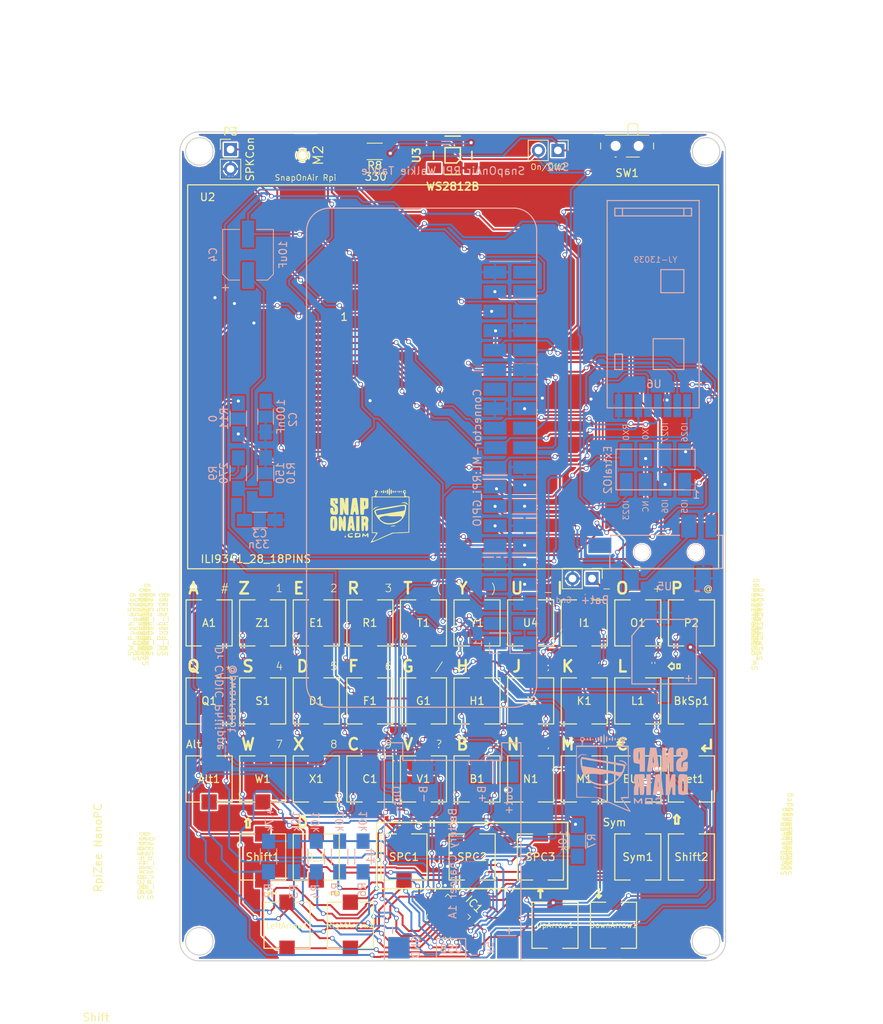
<source format=kicad_pcb>
(kicad_pcb (version 20171130) (host pcbnew "(5.1.5)-2")
  (layers (0 F.Cu signal) (31 B.Cu signal) (34 B.Paste user) (35 F.Paste user) (36 B.SilkS user) (37 F.SilkS user) (38 B.Mask user) (39 F.Mask user) (44 Edge.Cuts user))
  (net 0 "")
  (net 1 GND)
  (net 2 /Bat+)
  (net 3 /col1)
  (net 4 /row3)
  (net 5 /col0)
  (net 6 /row0)
  (net 7 /row2)
  (net 8 /col5)
  (net 9 /col9)
  (net 10 /row1)
  (net 11 /col3)
  (net 12 /col2)
  (net 13 /col7)
  (net 14 /col8)
  (net 15 /col4)
  (net 16 "Net-(IC1-Pad1)")
  (net 17 "Net-(IC1-Pad2)")
  (net 18 "Net-(IC1-Pad3)")
  (net 19 "Net-(IC1-Pad4)")
  (net 20 /col6)
  (net 21 "Net-(IC1-Pad20)")
  (net 22 /3.3v)
  (net 23 /SDA)
  (net 24 /SCL)
  (net 25 /INT)
  (net 26 /5v)
  (net 27 /E5)
  (net 28 /A0)
  (net 29 /L_Mosi)
  (net 30 /L_Miso)
  (net 31 /L_RESET)
  (net 32 /L_SCL)
  (net 33 /L_CS)
  (net 34 /DINc)
  (net 35 "Net-(R8-Pad1)")
  (net 36 "Net-(C3-Pad1)")
  (net 37 /I2S_CLK)
  (net 38 /HPx)
  (net 39 /I2S_FS)
  (net 40 /I2S_DIN)
  (net 41 "Net-(R11-Pad1)")
  (net 42 /SpJack)
  (net 43 /TXD0)
  (net 44 /RXD0)
  (net 45 /Buzz)
  (net 46 /IO27)
  (net 47 /IO22)
  (net 48 /IO23)
  (net 49 /CE1)
  (net 50 /IO5)
  (net 51 /IO6)
  (net 52 /IO26)
  (module 18650:ILI9341_2.8 (layer F.Cu) (at 68.326 122.936)
    (fp_text reference U2 (at 2.6 -48.4) (layer F.SilkS))
    (fp_text value ILI9341_28_18PINS (at 8.89 -1.27) (layer F.SilkS))
    (fp_text user 1 (at 20.4 -32.8) (layer F.SilkS))
    (pad 1 smd rect (at 17.8 -31.8) (size 4.4 0.6) (layers F.Cu F.Paste F.Mask) (net 1 GND))
    (pad 2 smd rect (at 17.8 -31) (size 4.4 0.6) (layers F.Cu F.Paste F.Mask) (net 31 /L_RESET))
    (pad 3 smd rect (at 17.8 -30.2) (size 4.4 0.6) (layers F.Cu F.Paste F.Mask) (net 32 /L_SCL))
    (pad 4 smd rect (at 17.8 -29.4) (size 4.4 0.6) (layers F.Cu F.Paste F.Mask) (net 28 /A0))
    (pad 5 smd rect (at 17.8 -28.6) (size 4.4 0.6) (layers F.Cu F.Paste F.Mask) (net 33 /L_CS))
    (pad 6 smd rect (at 17.8 -27.8) (size 4.4 0.6) (layers F.Cu F.Paste F.Mask) (net 29 /L_Mosi))
    (pad 7 smd rect (at 17.8 -27) (size 4.4 0.6) (layers F.Cu F.Paste F.Mask) (net 30 /L_Miso))
    (pad 8 smd rect (at 17.8 -26.2) (size 4.4 0.6) (layers F.Cu F.Paste F.Mask) (net 1 GND))
    (pad 9 smd rect (at 17.8 -25.4) (size 4.4 0.6) (layers F.Cu F.Paste F.Mask) (net 22 /3.3v))
    (pad 10 smd rect (at 17.8 -24.6) (size 4.4 0.6) (layers F.Cu F.Paste F.Mask) (net 22 /3.3v))
    (pad 11 smd rect (at 17.8 -23.8) (size 4.4 0.6) (layers F.Cu F.Paste F.Mask) (net 1 GND))
    (pad 12 smd rect (at 17.8 -23) (size 4.4 0.6) (layers F.Cu F.Paste F.Mask) (net 1 GND))
    (pad 13 smd rect (at 17.8 -22.2) (size 4.4 0.6) (layers F.Cu F.Paste F.Mask) (net 1 GND))
    (pad 14 smd rect (at 17.8 -21.4) (size 4.4 0.6) (layers F.Cu F.Paste F.Mask) (net 1 GND))
    (pad 15 smd rect (at 17.8 -20.6) (size 4.4 0.6) (layers F.Cu F.Paste F.Mask))
    (pad 16 smd rect (at 17.8 -19.8) (size 4.4 0.6) (layers F.Cu F.Paste F.Mask))
    (pad 17 smd rect (at 17.8 -19) (size 4.4 0.6) (layers F.Cu F.Paste F.Mask))
    (pad 18 smd rect (at 17.8 -18.2) (size 4.4 0.6) (layers F.Cu F.Paste F.Mask))
  )
  (module 18650:TP4056-18650CMS (layer B.Cu) (at 111.76 173.99 90)
    (fp_text reference U1 (at 13.6 -19.6 90) (layer B.SilkS) (effects (justify mirror)))
    (fp_text value TP4056)
    (fp_text user "Battery Charger 1A" (at 12.7 -8.9 90) (layer B.SilkS) (effects (justify mirror)))
    (fp_text user GND (at 1.8 -13.7 90) (layer B.SilkS) (effects (justify mirror)))
    (fp_text user 5v (at 1.7 -4.1 90) (layer B.SilkS) (effects (justify mirror)))
    (fp_text user B+ (at 21.7 -5.1 90) (layer B.SilkS) (effects (justify mirror)))
    (fp_text user B- (at 21.7 -12.7 90) (layer B.SilkS) (effects (justify mirror)))
    (fp_text user Out+ (at 20.9 -1.6 90) (layer B.SilkS) (effects (justify mirror)))
    (fp_text user Out- (at 20.9 -16.2 90) (layer B.SilkS) (effects (justify mirror)))
    (fp_text user USB (at 1.6 -9.1) (layer B.SilkS) (effects (justify mirror)))
    (fp_text user - (at 4 -16.8 90) (layer B.SilkS) (effects (justify mirror)))
    (fp_text user + (at 3.9 -1.6 90) (layer B.SilkS) (effects (justify mirror)))
    (pad 6 smd rect (at 24.6 -12.8 90) (size 2.8 2.8) (layers B.Cu B.Paste B.Mask) (net 1 GND))
    (pad 5 smd rect (at 24.6 -5.2 90) (size 2.8 2.8) (layers B.Cu B.Paste B.Mask) (net 2 /Bat+))
    (pad 4 smd rect (at 24.6 -16.2 90) (size 2.8 2.8) (layers B.Cu B.Paste B.Mask) (net 1 GND))
    (pad 3 smd rect (at 24.6 -1.7 90) (size 2.8 2.8) (layers B.Cu B.Paste B.Mask) (net 27 /E5))
    (pad 2 smd rect (at 1.7 -15.9 90) (size 2.8 2.8) (layers B.Cu B.Paste B.Mask))
    (pad 1 smd rect (at 1.7 -1.7 90) (size 2.8 2.8) (layers B.Cu B.Paste B.Mask))
  )
  (module 18650:Raspberry_Pi_Zero_SMD (layer B.Cu) (at 83.82 140.97 90)
    (fp_text reference J1 hide)
    (fp_text value Connector-ML:RPi_GPIO (at 32.5 22.25 90) (layer B.SilkS) (effects (justify mirror)))
    (fp_text user 1 (at 8.3185 22.352 90) (layer B.SilkS) (effects (justify mirror)))
    (pad 1 smd rect (at 8.382 24.5745) (size 3 1.7) (layers B.Cu B.Paste B.Mask) (net 22 /3.3v))
    (pad 2 smd rect (at 8.382 28.448) (size 3 1.7) (layers B.Cu B.Paste B.Mask) (net 26 /5v))
    (pad 3 smd rect (at 10.922 24.5745) (size 3 1.7) (layers B.Cu B.Paste B.Mask) (net 23 /SDA))
    (pad 4 smd rect (at 10.94 28.425) (size 3 1.7) (layers B.Cu B.Paste B.Mask) (net 26 /5v))
    (pad 5 smd rect (at 13.5255 24.5745) (size 3 1.7) (layers B.Cu B.Paste B.Mask) (net 24 /SCL))
    (pad 6 smd rect (at 13.48 28.425) (size 3 1.7) (layers B.Cu B.Paste B.Mask) (net 1 GND))
    (pad 7 smd rect (at 16.002 24.5745) (size 3 1.7) (layers B.Cu B.Paste B.Mask))
    (pad 8 smd rect (at 16.02 28.425) (size 3 1.7) (layers B.Cu B.Paste B.Mask) (net 43 /TXD0))
    (pad 9 smd rect (at 18.542 24.5745) (size 3 1.7) (layers B.Cu B.Paste B.Mask) (net 1 GND))
    (pad 10 smd rect (at 18.56 28.425) (size 3 1.7) (layers B.Cu B.Paste B.Mask) (net 44 /RXD0))
    (pad 11 smd rect (at 21.082 24.5745) (size 3 1.7) (layers B.Cu B.Paste B.Mask) (net 45 /Buzz))
    (pad 12 smd rect (at 21.1 28.425) (size 3 1.7) (layers B.Cu B.Paste B.Mask) (net 37 /I2S_CLK))
    (pad 13 smd rect (at 23.622 24.5745) (size 3 1.7) (layers B.Cu B.Paste B.Mask) (net 46 /IO27))
    (pad 14 smd rect (at 23.64 28.425) (size 3 1.7) (layers B.Cu B.Paste B.Mask) (net 1 GND))
    (pad 15 smd rect (at 26.162 24.5745) (size 3 1.7) (layers B.Cu B.Paste B.Mask) (net 47 /IO22))
    (pad 16 smd rect (at 26.18 28.425) (size 3 1.7) (layers B.Cu B.Paste B.Mask) (net 48 /IO23))
    (pad 17 smd rect (at 28.702 24.5745) (size 3 1.7) (layers B.Cu B.Paste B.Mask) (net 22 /3.3v))
    (pad 18 smd rect (at 28.72 28.425) (size 3 1.7) (layers B.Cu B.Paste B.Mask) (net 28 /A0))
    (pad 19 smd rect (at 31.242 24.5745) (size 3 1.7) (layers B.Cu B.Paste B.Mask) (net 29 /L_Mosi))
    (pad 20 smd rect (at 31.26 28.425) (size 3 1.7) (layers B.Cu B.Paste B.Mask) (net 1 GND))
    (pad 21 smd rect (at 33.8 24.615) (size 3 1.7) (layers B.Cu B.Paste B.Mask) (net 30 /L_Miso))
    (pad 22 smd rect (at 33.8 28.425) (size 3 1.7) (layers B.Cu B.Paste B.Mask) (net 31 /L_RESET))
    (pad 23 smd rect (at 36.34 24.5515) (size 3 1.7) (layers B.Cu B.Paste B.Mask) (net 32 /L_SCL))
    (pad 24 smd rect (at 36.34 28.425) (size 3 1.7) (layers B.Cu B.Paste B.Mask) (net 33 /L_CS))
    (pad 25 smd rect (at 38.88 24.5515) (size 3 1.7) (layers B.Cu B.Paste B.Mask) (net 1 GND))
    (pad 26 smd rect (at 38.88 28.425) (size 3 1.7) (layers B.Cu B.Paste B.Mask) (net 49 /CE1))
    (pad 27 smd rect (at 41.42 24.5515) (size 3 1.7) (layers B.Cu B.Paste B.Mask))
    (pad 28 smd rect (at 41.42 28.425) (size 3 1.7) (layers B.Cu B.Paste B.Mask))
    (pad 29 smd rect (at 43.96 24.5515) (size 3 1.7) (layers B.Cu B.Paste B.Mask) (net 50 /IO5))
    (pad 30 smd rect (at 43.96 28.425) (size 3 1.7) (layers B.Cu B.Paste B.Mask) (net 1 GND))
    (pad 31 smd rect (at 46.5 24.5515) (size 3 1.7) (layers B.Cu B.Paste B.Mask) (net 51 /IO6))
    (pad 32 smd rect (at 46.5 28.425) (size 3 1.7) (layers B.Cu B.Paste B.Mask) (net 34 /DINc))
    (pad 33 smd rect (at 49.04 24.5515) (size 3 1.7) (layers B.Cu B.Paste B.Mask) (net 38 /HPx))
    (pad 34 smd rect (at 49.04 28.425) (size 3 1.7) (layers B.Cu B.Paste B.Mask) (net 1 GND))
    (pad 35 smd rect (at 51.58 24.5515) (size 3 1.7) (layers B.Cu B.Paste B.Mask) (net 39 /I2S_FS))
    (pad 36 smd rect (at 51.58 28.425) (size 3 1.7) (layers B.Cu B.Paste B.Mask) (net 25 /INT))
    (pad 37 smd rect (at 54.12 24.5515) (size 3 1.7) (layers B.Cu B.Paste B.Mask) (net 52 /IO26))
    (pad 38 smd rect (at 54.12 28.425) (size 3 1.7) (layers B.Cu B.Paste B.Mask) (net 40 /I2S_DIN))
    (pad 39 smd rect (at 56.66 24.5515) (size 3 1.7) (layers B.Cu B.Paste B.Mask) (net 1 GND))
    (pad 40 smd rect (at 56.66 28.425) (size 3 1.7) (layers B.Cu B.Paste B.Mask))
  )
  (module 18650:WS2812B (layer F.Cu) (at 102.87 69.088 90)
    (fp_text reference U3 (at 0 -4.7 90) (layer F.SilkS) (effects (font (thickness 0.2))))
    (fp_text value WS2812B (at -4.064 0 180) (layer F.SilkS) (effects (font (thickness 0.2))))
    (pad 1 smd rect (at 1.65 -2.4 90) (size 1.4 1.8) (layers F.Cu F.Paste F.Mask) (net 26 /5v))
    (pad 2 smd rect (at -1.65 -2.4 90) (size 1.4 1.8) (layers F.Cu F.Paste F.Mask))
    (pad 3 smd rect (at -1.65 2.4 90) (size 1.4 1.8) (layers F.Cu F.Paste F.Mask) (net 1 GND))
    (pad 4 smd rect (at 1.65 2.4 90) (size 1.4 1.8) (layers F.Cu F.Paste F.Mask) (net 35 "Net-(R8-Pad1)"))
  )
  (module 18650:SW_TP1003 (layer F.Cu) (at 85.09 164.465)
    (fp_text reference 0_1 (at 0 -4) (layer F.SilkS))
    (fp_text value SW_Push_45deg (at -21.59 -2.54 90) (layer F.SilkS) (effects (font (size 0.7 0.7) (thickness 0.1))))
    (pad 1 smd rect (at 0 -7) (size 2 2) (layers F.Cu F.Paste F.Mask) (net 3 /col1))
    (pad 2 smd rect (at 0 -1) (size 2 2) (layers F.Cu F.Paste F.Mask) (net 4 /row3))
  )
  (module 18650:SW_TP1003 (layer F.Cu) (at 71.12 133.985)
    (fp_text reference A1 (at 0 -4) (layer F.SilkS))
    (fp_text value SW_Push_45deg (at -5.715 -3.81 90) (layer F.SilkS) (effects (font (size 0.7 0.7) (thickness 0.1))))
    (pad 1 smd rect (at 0 -7) (size 2 2) (layers F.Cu F.Paste F.Mask) (net 5 /col0))
    (pad 2 smd rect (at 0 -1) (size 2 2) (layers F.Cu F.Paste F.Mask) (net 6 /row0))
  )
  (module 18650:SW_TP1003 (layer F.Cu) (at 71.12 154.305)
    (fp_text reference Alt1 (at 0 -4) (layer F.SilkS))
    (fp_text value SW_Push_45deg (at -8.255 -25.4 90) (layer F.SilkS) (effects (font (size 0.7 0.7) (thickness 0.1))))
    (pad 1 smd rect (at 0 -7) (size 2 2) (layers F.Cu F.Paste F.Mask) (net 5 /col0))
    (pad 2 smd rect (at 0 -1) (size 2 2) (layers F.Cu F.Paste F.Mask) (net 7 /row2))
  )
  (module 18650:SW_TP1003 (layer F.Cu) (at 106.045 154.305)
    (fp_text reference B1 (at 0 -4) (layer F.SilkS))
    (fp_text value SW_Push_45deg (at 36.83 -24.765 90) (layer F.SilkS) (effects (font (size 0.7 0.7) (thickness 0.1))))
    (pad 1 smd rect (at 0 -7) (size 2 2) (layers F.Cu F.Paste F.Mask) (net 8 /col5))
    (pad 2 smd rect (at 0 -1) (size 2 2) (layers F.Cu F.Paste F.Mask) (net 7 /row2))
  )
  (module 18650:SW_TP1003 (layer F.Cu) (at 133.985 144.145)
    (fp_text reference BkSp1 (at 0 -4) (layer F.SilkS))
    (fp_text value SW_Push_45deg (at 8.255 -15.24 90) (layer F.SilkS) (effects (font (size 0.7 0.7) (thickness 0.1))))
    (pad 1 smd rect (at 0 -7) (size 2 2) (layers F.Cu F.Paste F.Mask) (net 9 /col9))
    (pad 2 smd rect (at 0 -1) (size 2 2) (layers F.Cu F.Paste F.Mask) (net 10 /row1))
  )
  (module 18650:SW_TP1003 (layer F.Cu) (at 92.075 154.305)
    (fp_text reference C1 (at 0 -4) (layer F.SilkS))
    (fp_text value SW_Push_45deg (at -29.21 -22.86 90) (layer F.SilkS) (effects (font (size 0.7 0.7) (thickness 0.1))))
    (pad 1 smd rect (at 0 -7) (size 2 2) (layers F.Cu F.Paste F.Mask) (net 11 /col3))
    (pad 2 smd rect (at 0 -1) (size 2 2) (layers F.Cu F.Paste F.Mask) (net 7 /row2))
  )
  (module 18650:SW_TP1003 (layer F.Cu) (at 85.09 144.145)
    (fp_text reference D1 (at 0 -4) (layer F.SilkS))
    (fp_text value SW_Push_45deg (at -22.225 -14.605 90) (layer F.SilkS) (effects (font (size 0.7 0.7) (thickness 0.1))))
    (pad 1 smd rect (at 0 -7) (size 2 2) (layers F.Cu F.Paste F.Mask) (net 12 /col2))
    (pad 2 smd rect (at 0 -1) (size 2 2) (layers F.Cu F.Paste F.Mask) (net 10 /row1))
  )
  (module 18650:SW_TP1003 (layer F.Cu) (at 123.825 173.355)
    (fp_text reference DownArrow1 (at 0 -4) (layer F.SilkS) (effects (font (size 0.7 0.7) (thickness 0.1))))
    (fp_text value SW_Push_45deg (at 22.86 -17.145 90) (layer F.SilkS) (effects (font (size 0.7 0.7) (thickness 0.1))))
    (pad 1 smd rect (at 0 -7) (size 2 2) (layers F.Cu F.Paste F.Mask) (net 13 /col7))
    (pad 2 smd rect (at 0 -1) (size 2 2) (layers F.Cu F.Paste F.Mask) (net 4 /row3))
  )
  (module 18650:SW_TP1003 (layer F.Cu) (at 85.09 133.985)
    (fp_text reference E1 (at 0 -4) (layer F.SilkS))
    (fp_text value SW_Push_45deg (at -20.32 -3.81 90) (layer F.SilkS) (effects (font (size 0.7 0.7) (thickness 0.1))))
    (pad 1 smd rect (at 0 -7) (size 2 2) (layers F.Cu F.Paste F.Mask) (net 12 /col2))
    (pad 2 smd rect (at 0 -1) (size 2 2) (layers F.Cu F.Paste F.Mask) (net 6 /row0))
  )
  (module 18650:SW_TP1003 (layer F.Cu) (at 127 154.305)
    (fp_text reference EUR1 (at 0 -4) (layer F.SilkS))
    (fp_text value SW_Push_45deg (at 15.875 -23.495 90) (layer F.SilkS) (effects (font (size 0.7 0.7) (thickness 0.1))))
    (pad 1 smd rect (at 0 -7) (size 2 2) (layers F.Cu F.Paste F.Mask) (net 14 /col8))
    (pad 2 smd rect (at 0 -1) (size 2 2) (layers F.Cu F.Paste F.Mask) (net 7 /row2))
  )
  (module 18650:SW_TP1003 (layer F.Cu) (at 92.075 144.145)
    (fp_text reference F1 (at 0 -4) (layer F.SilkS))
    (fp_text value SW_Push_45deg (at -29.21 -13.97 90) (layer F.SilkS) (effects (font (size 0.7 0.7) (thickness 0.1))))
    (pad 1 smd rect (at 0 -7) (size 2 2) (layers F.Cu F.Paste F.Mask) (net 11 /col3))
    (pad 2 smd rect (at 0 -1) (size 2 2) (layers F.Cu F.Paste F.Mask) (net 10 /row1))
  )
  (module 18650:SW_TP1003 (layer F.Cu) (at 99.06 144.145)
    (fp_text reference G1 (at 0 -4) (layer F.SilkS))
    (fp_text value SW_Push_45deg (at -35.56 -13.97 90) (layer F.SilkS) (effects (font (size 0.7 0.7) (thickness 0.1))))
    (pad 1 smd rect (at 0 -7) (size 2 2) (layers F.Cu F.Paste F.Mask) (net 15 /col4))
    (pad 2 smd rect (at 0 -1) (size 2 2) (layers F.Cu F.Paste F.Mask) (net 10 /row1))
  )
  (module 18650:SW_TP1003 (layer F.Cu) (at 106.045 144.145)
    (fp_text reference H1 (at 0 -4) (layer F.SilkS))
    (fp_text value SW_Push_45deg (at -44.45 -13.335 90) (layer F.SilkS) (effects (font (size 0.7 0.7) (thickness 0.1))))
    (pad 1 smd rect (at 0 -7) (size 2 2) (layers F.Cu F.Paste F.Mask) (net 8 /col5))
    (pad 2 smd rect (at 0 -1) (size 2 2) (layers F.Cu F.Paste F.Mask) (net 10 /row1))
  )
  (module 18650:SW_TP1003 (layer F.Cu) (at 120.015 133.985)
    (fp_text reference I1 (at 0 -4) (layer F.SilkS))
    (fp_text value SW_Push_45deg (at -57.785 -3.81 90) (layer F.SilkS) (effects (font (size 0.7 0.7) (thickness 0.1))))
    (pad 1 smd rect (at 0 -7) (size 2 2) (layers F.Cu F.Paste F.Mask) (net 13 /col7))
    (pad 2 smd rect (at 0 -1) (size 2 2) (layers F.Cu F.Paste F.Mask) (net 6 /row0))
  )
  (module 18650:TCA8418-WQFN-24-1EP_4x4mm (layer F.Cu) (at 102.235 168.275 315)
    (fp_text reference IC1 (at 1.257236 -3.592102 315) (layer F.SilkS))
    (fp_text value TCA8418)
    (pad 19 smd rect (at -1.975 -1.25 315) (size 0.7 0.25) (layers F.Cu F.Paste F.Mask) (net 1 GND))
    (pad 13 smd rect (at 1.25 -1.975 315) (size 0.25 0.7) (layers F.Cu F.Paste F.Mask) (net 15 /col4))
    (pad 7 smd rect (at 1.975 1.25 315) (size 0.7 0.25) (layers F.Cu F.Paste F.Mask) (net 10 /row1))
    (pad 1 smd rect (at -1.25 1.975 315) (size 0.25 0.7) (layers F.Cu F.Paste F.Mask) (net 16 "Net-(IC1-Pad1)"))
    (pad 2 smd rect (at -0.75 1.975 315) (size 0.25 0.7) (layers F.Cu F.Paste F.Mask) (net 17 "Net-(IC1-Pad2)"))
    (pad 3 smd rect (at -0.25 1.975 315) (size 0.25 0.7) (layers F.Cu F.Paste F.Mask) (net 18 "Net-(IC1-Pad3)"))
    (pad 4 smd rect (at 0.25 1.975 315) (size 0.25 0.7) (layers F.Cu F.Paste F.Mask) (net 19 "Net-(IC1-Pad4)"))
    (pad 5 smd rect (at 0.75 1.975 315) (size 0.25 0.7) (layers F.Cu F.Paste F.Mask) (net 4 /row3))
    (pad 6 smd rect (at 1.25 1.975 315) (size 0.25 0.7) (layers F.Cu F.Paste F.Mask) (net 7 /row2))
    (pad 8 smd rect (at 1.975 0.75 315) (size 0.7 0.25) (layers F.Cu F.Paste F.Mask) (net 6 /row0))
    (pad 9 smd rect (at 1.975 0.25 315) (size 0.7 0.25) (layers F.Cu F.Paste F.Mask) (net 5 /col0))
    (pad 10 smd rect (at 1.975 -0.25 315) (size 0.7 0.25) (layers F.Cu F.Paste F.Mask) (net 3 /col1))
    (pad 11 smd rect (at 1.975 -0.75 315) (size 0.7 0.25) (layers F.Cu F.Paste F.Mask) (net 12 /col2))
    (pad 12 smd rect (at 1.975 -1.25 315) (size 0.7 0.25) (layers F.Cu F.Paste F.Mask) (net 11 /col3))
    (pad 14 smd rect (at 0.75 -1.975 315) (size 0.25 0.7) (layers F.Cu F.Paste F.Mask) (net 8 /col5))
    (pad 15 smd rect (at 0.25 -1.975 315) (size 0.25 0.7) (layers F.Cu F.Paste F.Mask) (net 20 /col6))
    (pad 16 smd rect (at -0.25 -1.975 315) (size 0.25 0.7) (layers F.Cu F.Paste F.Mask) (net 13 /col7))
    (pad 17 smd rect (at -0.75 -1.975 315) (size 0.25 0.7) (layers F.Cu F.Paste F.Mask) (net 14 /col8))
    (pad 18 smd rect (at -1.25 -1.975 315) (size 0.25 0.7) (layers F.Cu F.Paste F.Mask) (net 9 /col9))
    (pad 20 smd rect (at -1.975 -0.75 315) (size 0.7 0.25) (layers F.Cu F.Paste F.Mask) (net 21 "Net-(IC1-Pad20)"))
    (pad 21 smd rect (at -1.975 -0.25 315) (size 0.7 0.25) (layers F.Cu F.Paste F.Mask) (net 22 /3.3v))
    (pad 22 smd rect (at -1.975 0.25 315) (size 0.7 0.25) (layers F.Cu F.Paste F.Mask) (net 23 /SDA))
    (pad 23 smd rect (at -1.975 0.75 315) (size 0.7 0.25) (layers F.Cu F.Paste F.Mask) (net 24 /SCL))
    (pad 24 smd rect (at -1.975 1.25 315) (size 0.7 0.25) (layers F.Cu F.Paste F.Mask) (net 25 /INT))
    (pad 25 smd rect (at 0 0 315) (size 2.75 2.75) (layers F.Cu F.Paste F.Mask))
  )
  (module 18650:SW_TP1003 (layer F.Cu) (at 113.03 144.145)
    (fp_text reference J2 (at 0 -4) (layer F.SilkS))
    (fp_text value SW_Push_45deg (at -50.8 -14.605 90) (layer F.SilkS) (effects (font (size 0.7 0.7) (thickness 0.1))))
    (pad 1 smd rect (at 0 -7) (size 2 2) (layers F.Cu F.Paste F.Mask) (net 20 /col6))
    (pad 2 smd rect (at 0 -1) (size 2 2) (layers F.Cu F.Paste F.Mask) (net 10 /row1))
  )
  (module 18650:SW_TP1003 (layer F.Cu) (at 120.015 144.145)
    (fp_text reference K1 (at 0 -4) (layer F.SilkS))
    (fp_text value SW_Push_45deg (at 22.225 -14.605 90) (layer F.SilkS) (effects (font (size 0.7 0.7) (thickness 0.1))))
    (pad 1 smd rect (at 0 -7) (size 2 2) (layers F.Cu F.Paste F.Mask) (net 13 /col7))
    (pad 2 smd rect (at 0 -1) (size 2 2) (layers F.Cu F.Paste F.Mask) (net 10 /row1))
  )
  (module 18650:SW_TP1003 (layer F.Cu) (at 127 144.145)
    (fp_text reference L1 (at 0 -4) (layer F.SilkS))
    (fp_text value SW_Push_45deg (at 15.24 -14.605 90) (layer F.SilkS) (effects (font (size 0.7 0.7) (thickness 0.1))))
    (pad 1 smd rect (at 0 -7) (size 2 2) (layers F.Cu F.Paste F.Mask) (net 14 /col8))
    (pad 2 smd rect (at 0 -1) (size 2 2) (layers F.Cu F.Paste F.Mask) (net 10 /row1))
  )
  (module 18650:SW_TP1003 (layer F.Cu) (at 81.28 173.355)
    (fp_text reference LeftArrow1 (at 0 -3.937) (layer F.SilkS) (effects (font (size 0.7 0.7) (thickness 0.1))))
    (fp_text value SW_Push_45deg (at -19.05 -12.065 90) (layer F.SilkS) (effects (font (size 0.7 0.7) (thickness 0.1))))
    (pad 1 smd rect (at 0 -7) (size 2 2) (layers F.Cu F.Paste F.Mask) (net 15 /col4))
    (pad 2 smd rect (at 0 -1) (size 2 2) (layers F.Cu F.Paste F.Mask) (net 4 /row3))
  )
  (module 18650:SW_TP1003 (layer F.Cu) (at 120.015 154.305)
    (fp_text reference M1 (at 0 -4) (layer F.SilkS))
    (fp_text value SW_Push_45deg (at 22.225 -22.225 90) (layer F.SilkS) (effects (font (size 0.7 0.7) (thickness 0.1))))
    (pad 1 smd rect (at 0 -7) (size 2 2) (layers F.Cu F.Paste F.Mask) (net 13 /col7))
    (pad 2 smd rect (at 0 -1) (size 2 2) (layers F.Cu F.Paste F.Mask) (net 7 /row2))
  )
  (module 18650:SW_TP1003 (layer F.Cu) (at 113.03 154.305)
    (fp_text reference N1 (at 0 -4) (layer F.SilkS))
    (fp_text value SW_Push_45deg (at 29.21 -26.035 90) (layer F.SilkS) (effects (font (size 0.7 0.7) (thickness 0.1))))
    (pad 1 smd rect (at 0 -7) (size 2 2) (layers F.Cu F.Paste F.Mask) (net 20 /col6))
    (pad 2 smd rect (at 0 -1) (size 2 2) (layers F.Cu F.Paste F.Mask) (net 7 /row2))
  )
  (module 18650:SW_TP1003 (layer F.Cu) (at 127 133.985)
    (fp_text reference O1 (at 0 -4) (layer F.SilkS))
    (fp_text value SW_Push_45deg (at 15.24 -3.81 90) (layer F.SilkS) (effects (font (size 0.7 0.7) (thickness 0.1))))
    (pad 1 smd rect (at 0 -7) (size 2 2) (layers F.Cu F.Paste F.Mask) (net 14 /col8))
    (pad 2 smd rect (at 0 -1) (size 2 2) (layers F.Cu F.Paste F.Mask) (net 6 /row0))
  )
  (module 18650:SW_TP1003 (layer F.Cu) (at 133.985 133.985)
    (fp_text reference P2 (at 0 -4) (layer F.SilkS))
    (fp_text value SW_Push_45deg (at 8.255 -4.445 90) (layer F.SilkS) (effects (font (size 0.7 0.7) (thickness 0.1))))
    (pad 1 smd rect (at 0 -7) (size 2 2) (layers F.Cu F.Paste F.Mask) (net 9 /col9))
    (pad 2 smd rect (at 0 -1) (size 2 2) (layers F.Cu F.Paste F.Mask) (net 6 /row0))
  )
  (module 18650:SW_TP1003 (layer F.Cu) (at 71.12 144.145)
    (fp_text reference Q1 (at 0 -4) (layer F.SilkS))
    (fp_text value SW_Push_45deg (at -8.89 -13.97 90) (layer F.SilkS) (effects (font (size 0.7 0.7) (thickness 0.1))))
    (pad 1 smd rect (at 0 -7) (size 2 2) (layers F.Cu F.Paste F.Mask) (net 5 /col0))
    (pad 2 smd rect (at 0 -1) (size 2 2) (layers F.Cu F.Paste F.Mask) (net 10 /row1))
  )
  (module 18650:SW_TP1003 (layer F.Cu) (at 92.075 133.985)
    (fp_text reference R1 (at 0 -4) (layer F.SilkS))
    (fp_text value SW_Push_45deg (at -28.575 -3.81 90) (layer F.SilkS) (effects (font (size 0.7 0.7) (thickness 0.1))))
    (pad 1 smd rect (at 0 -7) (size 2 2) (layers F.Cu F.Paste F.Mask) (net 11 /col3))
    (pad 2 smd rect (at 0 -1) (size 2 2) (layers F.Cu F.Paste F.Mask) (net 6 /row0))
  )
  (module Resistors_SMD:R_1206_HandSoldering (layer B.Cu) (at 78.867 160.401 90)
    (fp_text reference R2 (at -4.445 0 90) (layer B.SilkS) (effects (justify mirror)))
    (fp_text value 4.7k (at 4.826 0.127 90) (layer B.SilkS) (effects (justify mirror)))
    (pad 1 smd rect (at -2 0 90) (size 2 1.7) (layers B.Cu B.Paste B.Mask) (net 25 /INT))
    (pad 2 smd rect (at 2 0 90) (size 2 1.7) (layers B.Cu B.Paste B.Mask) (net 22 /3.3v))
  )
  (module Resistors_SMD:R_1206_HandSoldering (layer B.Cu) (at 82.169 160.401 90)
    (fp_text reference R3 (at -4.572 0 90) (layer B.SilkS) (effects (justify mirror)))
    (fp_text value 10k (at 4.572 0.254 90) (layer B.SilkS) (effects (justify mirror)))
    (pad 1 smd rect (at -2 0 90) (size 2 1.7) (layers B.Cu B.Paste B.Mask) (net 19 "Net-(IC1-Pad4)"))
    (pad 2 smd rect (at 2 0 90) (size 2 1.7) (layers B.Cu B.Paste B.Mask) (net 22 /3.3v))
  )
  (module Resistors_SMD:R_1206_HandSoldering (layer B.Cu) (at 85.09 160.401 90)
    (fp_text reference R4 (at -4.572 -0.127 90) (layer B.SilkS) (effects (justify mirror)))
    (fp_text value 10k (at 4.445 -0.127 90) (layer B.SilkS) (effects (justify mirror)))
    (pad 1 smd rect (at -2 0 90) (size 2 1.7) (layers B.Cu B.Paste B.Mask) (net 17 "Net-(IC1-Pad2)"))
    (pad 2 smd rect (at 2 0 90) (size 2 1.7) (layers B.Cu B.Paste B.Mask) (net 22 /3.3v))
  )
  (module Resistors_SMD:R_1206_HandSoldering (layer B.Cu) (at 88.138 160.401 90)
    (fp_text reference R5 (at -4.318 -0.508 90) (layer B.SilkS) (effects (justify mirror)))
    (fp_text value 10k (at 4.572 0 90) (layer B.SilkS) (effects (justify mirror)))
    (pad 1 smd rect (at -2 0 90) (size 2 1.7) (layers B.Cu B.Paste B.Mask) (net 16 "Net-(IC1-Pad1)"))
    (pad 2 smd rect (at 2 0 90) (size 2 1.7) (layers B.Cu B.Paste B.Mask) (net 22 /3.3v))
  )
  (module Resistors_SMD:R_1206_HandSoldering (layer B.Cu) (at 91.186 160.401 90)
    (fp_text reference R6 (at -4.318 -0.127 90) (layer B.SilkS) (effects (justify mirror)))
    (fp_text value 10k (at 4.572 0 90) (layer B.SilkS) (effects (justify mirror)))
    (pad 1 smd rect (at -2 0 90) (size 2 1.7) (layers B.Cu B.Paste B.Mask) (net 18 "Net-(IC1-Pad3)"))
    (pad 2 smd rect (at 2 0 90) (size 2 1.7) (layers B.Cu B.Paste B.Mask) (net 22 /3.3v))
  )
  (module Resistors_SMD:R_1206_HandSoldering (layer B.Cu) (at 119.126 158.369 90)
    (fp_text reference R7 (at 0 1.85 90) (layer B.SilkS) (effects (justify mirror)))
    (fp_text value 10k (at 0 -1.9 90) (layer B.SilkS) (effects (justify mirror)))
    (pad 1 smd rect (at -2 0 90) (size 2 1.7) (layers B.Cu B.Paste B.Mask) (net 22 /3.3v))
    (pad 2 smd rect (at 2 0 90) (size 2 1.7) (layers B.Cu B.Paste B.Mask) (net 21 "Net-(IC1-Pad20)"))
  )
  (module 18650:SW_TP1003 (layer F.Cu) (at 133.985 154.305)
    (fp_text reference Ret1 (at 0 -4) (layer F.SilkS))
    (fp_text value SW_Push_45deg (at 8.255 -25.4 90) (layer F.SilkS) (effects (font (size 0.7 0.7) (thickness 0.1))))
    (pad 1 smd rect (at 0 -7) (size 2 2) (layers F.Cu F.Paste F.Mask) (net 9 /col9))
    (pad 2 smd rect (at 0 -1) (size 2 2) (layers F.Cu F.Paste F.Mask) (net 7 /row2))
  )
  (module 18650:SW_TP1003 (layer F.Cu) (at 89.535 173.355)
    (fp_text reference RightArrow1 (at 0 -4) (layer F.SilkS) (effects (font (size 0.7 0.7) (thickness 0.1))))
    (fp_text value SW_Push_45deg (at -27.305 -11.43 90) (layer F.SilkS) (effects (font (size 0.7 0.7) (thickness 0.1))))
    (pad 1 smd rect (at 0 -7) (size 2 2) (layers F.Cu F.Paste F.Mask) (net 8 /col5))
    (pad 2 smd rect (at 0 -1) (size 2 2) (layers F.Cu F.Paste F.Mask) (net 4 /row3))
  )
  (module 18650:SW_TP1003 (layer F.Cu) (at 78.105 144.145)
    (fp_text reference S1 (at 0 -4) (layer F.SilkS))
    (fp_text value SW_Push_45deg (at -15.875 -13.335 90) (layer F.SilkS) (effects (font (size 0.7 0.7) (thickness 0.1))))
    (pad 1 smd rect (at 0 -7) (size 2 2) (layers F.Cu F.Paste F.Mask) (net 3 /col1))
    (pad 2 smd rect (at 0 -1) (size 2 2) (layers F.Cu F.Paste F.Mask) (net 10 /row1))
  )
  (module 18650:SW_TP1003 (layer F.Cu) (at 78.105 164.465)
    (fp_text reference Shift1 (at 0 -4) (layer F.SilkS))
    (fp_text value SW_Push_45deg (at -15.24 -3.175 90) (layer F.SilkS) (effects (font (size 0.7 0.7) (thickness 0.1))))
    (pad 1 smd rect (at 0 -7) (size 2 2) (layers F.Cu F.Paste F.Mask) (net 5 /col0))
    (pad 2 smd rect (at 0 -1) (size 2 2) (layers F.Cu F.Paste F.Mask) (net 4 /row3))
  )
  (module 18650:SW_TP1003 (layer F.Cu) (at 133.985 164.465)
    (fp_text reference Shift2 (at 0 -4) (layer F.SilkS))
    (fp_text value SW_Push_45deg (at 12.065 -6.35 90) (layer F.SilkS) (effects (font (size 0.7 0.7) (thickness 0.1))))
    (pad 1 smd rect (at 0 -7) (size 2 2) (layers F.Cu F.Paste F.Mask) (net 9 /col9))
    (pad 2 smd rect (at 0 -1) (size 2 2) (layers F.Cu F.Paste F.Mask) (net 4 /row3))
  )
  (module 18650:SW_TP1003 (layer F.Cu) (at 96.52 164.465)
    (fp_text reference SPC1 (at 0 -4) (layer F.SilkS))
    (fp_text value SW_Push_45deg (at 49.53 -5.715 90) (layer F.SilkS) (effects (font (size 0.7 0.7) (thickness 0.1))))
    (pad 1 smd rect (at 0 -7) (size 2 2) (layers F.Cu F.Paste F.Mask) (net 12 /col2))
    (pad 2 smd rect (at 0 -1) (size 2 2) (layers F.Cu F.Paste F.Mask) (net 4 /row3))
  )
  (module 18650:SW_TP1003 (layer F.Cu) (at 105.41 164.465)
    (fp_text reference SPC2 (at 0 -4) (layer F.SilkS))
    (fp_text value SW_Push_45deg (at 41.275 -5.715 90) (layer F.SilkS) (effects (font (size 0.7 0.7) (thickness 0.1))))
    (pad 1 smd rect (at 0 -7) (size 2 2) (layers F.Cu F.Paste F.Mask) (net 12 /col2))
    (pad 2 smd rect (at 0 -1) (size 2 2) (layers F.Cu F.Paste F.Mask) (net 4 /row3))
  )
  (module 18650:SW_TP1003 (layer F.Cu) (at 114.3 164.465)
    (fp_text reference SPC3 (at 0 -4) (layer F.SilkS))
    (fp_text value SW_Push_45deg (at 32.385 -6.35 90) (layer F.SilkS) (effects (font (size 0.7 0.7) (thickness 0.1))))
    (pad 1 smd rect (at 0 -7) (size 2 2) (layers F.Cu F.Paste F.Mask) (net 12 /col2))
    (pad 2 smd rect (at 0 -1) (size 2 2) (layers F.Cu F.Paste F.Mask) (net 4 /row3))
  )
  (module 18650:SW_TP1003 (layer F.Cu) (at 127 164.465)
    (fp_text reference Sym1 (at 0 -4) (layer F.SilkS))
    (fp_text value SW_Push_45deg (at 19.05 -5.715 90) (layer F.SilkS) (effects (font (size 0.7 0.7) (thickness 0.1))))
    (pad 1 smd rect (at 0 -7) (size 2 2) (layers F.Cu F.Paste F.Mask) (net 14 /col8))
    (pad 2 smd rect (at 0 -1) (size 2 2) (layers F.Cu F.Paste F.Mask) (net 4 /row3))
  )
  (module 18650:SW_TP1003 (layer F.Cu) (at 99.06 133.985)
    (fp_text reference T1 (at 0 -4) (layer F.SilkS))
    (fp_text value SW_Push_45deg (at -35.56 -3.81 90) (layer F.SilkS) (effects (font (size 0.7 0.7) (thickness 0.1))))
    (pad 1 smd rect (at 0 -7) (size 2 2) (layers F.Cu F.Paste F.Mask) (net 15 /col4))
    (pad 2 smd rect (at 0 -1) (size 2 2) (layers F.Cu F.Paste F.Mask) (net 6 /row0))
  )
  (module 18650:SW_TP1003 (layer F.Cu) (at 113.03 133.985)
    (fp_text reference U4 (at 0 -4) (layer F.SilkS))
    (fp_text value SW_Push_45deg (at -50.165 -3.81 90) (layer F.SilkS) (effects (font (size 0.7 0.7) (thickness 0.1))))
    (pad 1 smd rect (at 0 -7) (size 2 2) (layers F.Cu F.Paste F.Mask) (net 20 /col6))
    (pad 2 smd rect (at 0 -1) (size 2 2) (layers F.Cu F.Paste F.Mask) (net 6 /row0))
  )
  (module 18650:SW_TP1003 (layer F.Cu) (at 116.205 173.355)
    (fp_text reference UpArrow1 (at 0 -4) (layer F.SilkS) (effects (font (size 0.7 0.7) (thickness 0.1))))
    (fp_text value SW_Push_45deg (at 30.48 -15.875 90) (layer F.SilkS) (effects (font (size 0.7 0.7) (thickness 0.1))))
    (pad 1 smd rect (at 0 -7) (size 2 2) (layers F.Cu F.Paste F.Mask) (net 20 /col6))
    (pad 2 smd rect (at 0 -1) (size 2 2) (layers F.Cu F.Paste F.Mask) (net 4 /row3))
  )
  (module 18650:SW_TP1003 (layer F.Cu) (at 99.06 154.305)
    (fp_text reference V1 (at 0 -4) (layer F.SilkS))
    (fp_text value SW_Push_45deg (at -36.195 -23.495 90) (layer F.SilkS) (effects (font (size 0.7 0.7) (thickness 0.1))))
    (pad 1 smd rect (at 0 -7) (size 2 2) (layers F.Cu F.Paste F.Mask) (net 15 /col4))
    (pad 2 smd rect (at 0 -1) (size 2 2) (layers F.Cu F.Paste F.Mask) (net 7 /row2))
  )
  (module 18650:SW_TP1003 (layer F.Cu) (at 78.105 154.305)
    (fp_text reference W1 (at 0 -4) (layer F.SilkS))
    (fp_text value SW_Push_45deg (at -15.24 -24.765 90) (layer F.SilkS) (effects (font (size 0.7 0.7) (thickness 0.1))))
    (pad 1 smd rect (at 0 -7) (size 2 2) (layers F.Cu F.Paste F.Mask) (net 3 /col1))
    (pad 2 smd rect (at 0 -1) (size 2 2) (layers F.Cu F.Paste F.Mask) (net 7 /row2))
  )
  (module 18650:SW_TP1003 (layer F.Cu) (at 85.09 154.305)
    (fp_text reference X1 (at 0 -4) (layer F.SilkS))
    (fp_text value SW_Push_45deg (at -22.225 -24.13 90) (layer F.SilkS) (effects (font (size 0.7 0.7) (thickness 0.1))))
    (pad 1 smd rect (at 0 -7) (size 2 2) (layers F.Cu F.Paste F.Mask) (net 12 /col2))
    (pad 2 smd rect (at 0 -1) (size 2 2) (layers F.Cu F.Paste F.Mask) (net 7 /row2))
  )
  (module 18650:SW_TP1003 (layer F.Cu) (at 106.045 133.985)
    (fp_text reference Y1 (at 0 -4) (layer F.SilkS))
    (fp_text value SW_Push_45deg (at -45.085 -3.81 90) (layer F.SilkS) (effects (font (size 0.7 0.7) (thickness 0.1))))
    (pad 1 smd rect (at 0 -7) (size 2 2) (layers F.Cu F.Paste F.Mask) (net 8 /col5))
    (pad 2 smd rect (at 0 -1) (size 2 2) (layers F.Cu F.Paste F.Mask) (net 6 /row0))
  )
  (module 18650:SW_TP1003 (layer F.Cu) (at 78.105 133.985)
    (fp_text reference Z1 (at 0 -4) (layer F.SilkS))
    (fp_text value SW_Push_45deg (at -12.7 -3.81 90) (layer F.SilkS) (effects (font (size 0.7 0.7) (thickness 0.1))))
    (pad 1 smd rect (at 0 -7) (size 2 2) (layers F.Cu F.Paste F.Mask) (net 3 /col1))
    (pad 2 smd rect (at 0 -1) (size 2 2) (layers F.Cu F.Paste F.Mask) (net 6 /row0))
  )
  (module Buttons_Switches_SMD:SW_SPDT_PCM12 (layer F.Cu) (at 125.603 68.199 180)
    (fp_text reference SW1 (at 0 -3.2 180) (layer F.SilkS))
    (fp_text value SPST)
    (pad "" np_thru_hole circle (at -1.5 0.33 180) (size 0.9 0.9) (drill 0.9) (layers *.Cu *.Mask))
    (pad "" np_thru_hole circle (at 1.5 0.33 180) (size 0.9 0.9) (drill 0.9) (layers *.Cu *.Mask))
    (pad 1 smd rect (at -2.25 -1.43 180) (size 0.7 1.5) (layers F.Cu F.Paste F.Mask) (net 27 /E5))
    (pad 2 smd rect (at 0.75 -1.43 180) (size 0.7 1.5) (layers F.Cu F.Paste F.Mask) (net 26 /5v))
    (pad 3 smd rect (at 2.25 -1.43 180) (size 0.7 1.5) (layers F.Cu F.Paste F.Mask))
    (pad "" smd rect (at -3.65 1.43 180) (size 1 0.8) (layers F.Cu F.Paste F.Mask))
    (pad "" smd rect (at 3.65 1.43 180) (size 1 0.8) (layers F.Cu F.Paste F.Mask))
    (pad "" smd rect (at 3.65 -0.78 180) (size 1 0.8) (layers F.Cu F.Paste F.Mask))
    (pad "" smd rect (at -3.65 -0.78 180) (size 1 0.8) (layers F.Cu F.Paste F.Mask))
  )
  (module Socket_Strips:Socket_Strip_Straight_1x02_Pitch2.54mm (layer F.Cu) (at 116.586 68.453 270)
    (fp_text reference On/Off2 (at 2.159 1.27) (layer F.SilkS) (effects (font (size 0.75 0.75) (thickness 0.1))))
    (fp_text value 2ndSWon/off)
    (pad 1 thru_hole rect (at 0 0 270) (size 1.7 1.7) (drill 1) (layers *.Cu *.Mask) (net 27 /E5))
    (pad 2 thru_hole oval (at 0 2.54 270) (size 1.7 1.7) (drill 1) (layers *.Cu *.Mask) (net 26 /5v))
  )
  (module Resistors_SMD:R_1206_HandSoldering (layer F.Cu) (at 92.71 68.58 180)
    (fp_text reference R8 (at 0 -1.85 180) (layer F.SilkS))
    (fp_text value 330 (at -0.127 -3.302 180) (layer F.SilkS))
    (pad 1 smd rect (at -2 0 180) (size 2 1.7) (layers F.Cu F.Paste F.Mask) (net 35 "Net-(R8-Pad1)"))
    (pad 2 smd rect (at 2 0 180) (size 2 1.7) (layers F.Cu F.Paste F.Mask) (net 34 /DINc))
  )
  (module Capacitors_SMD:C_1206_HandSoldering (layer B.Cu) (at 78.486 103.124 270)
    (fp_text reference C2 (at 0.381 -3.556 270) (layer B.SilkS) (effects (justify mirror)))
    (fp_text value 100nF (at 0 -2 270) (layer B.SilkS) (effects (justify mirror)))
    (pad 1 smd rect (at -2 0 270) (size 2 1.6) (layers B.Cu B.Paste B.Mask) (net 22 /3.3v))
    (pad 2 smd rect (at 2 0 270) (size 2 1.6) (layers B.Cu B.Paste B.Mask) (net 1 GND))
  )
  (module Capacitors_SMD:C_1206_HandSoldering (layer B.Cu) (at 77.724 116.586)
    (fp_text reference C3 (at 0 1.75) (layer B.SilkS) (effects (justify mirror)))
    (fp_text value 33n (at -0.127 3.175) (layer B.SilkS) (effects (justify mirror)))
    (pad 1 smd rect (at -2 0) (size 2 1.6) (layers B.Cu B.Paste B.Mask) (net 36 "Net-(C3-Pad1)"))
    (pad 2 smd rect (at 2 0) (size 2 1.6) (layers B.Cu B.Paste B.Mask) (net 1 GND))
  )
  (module Capacitors_SMD:CP_Elec_6.3x5.3 (layer B.Cu) (at 76.2 82.042 90)
    (fp_text reference C4 (at 0 -4.56 90) (layer B.SilkS) (effects (justify mirror)))
    (fp_text value 10uF (at 0 4.56 90) (layer B.SilkS) (effects (justify mirror)))
    (fp_text user + (at -4.28 -3.01 90) (layer B.SilkS) (effects (justify mirror)))
    (pad 1 smd rect (at -2.7 0 270) (size 3.5 1.6) (layers B.Cu B.Paste B.Mask) (net 36 "Net-(C3-Pad1)"))
    (pad 2 smd rect (at 2.7 0 270) (size 3.5 1.6) (layers B.Cu B.Paste B.Mask) (net 42 /SpJack))
  )
  (module 18650:MIC_SPH0645LM4H-B (layer F.Cu) (at 83.312 69.088 90)
    (fp_text reference M2 (at 0 2.032 90) (layer F.SilkS) (effects (font (size 1.27 1.27))))
    (fp_text value MEMS_MIC_SPH0645LM4H-BI2S hide)
    (pad 1 smd rect (at -0.9271 -2.10566 90) (size 0.53848 0.45974) (layers F.Cu F.Paste F.Mask) (net 39 /I2S_FS))
    (pad 2 smd rect (at -0.92964 -1.2192 90) (size 0.53848 0.45974) (layers F.Cu F.Paste F.Mask) (net 1 GND))
    (pad 3 smd circle (at 0 0 90) (size 1.62306 1.62306) (layers F.Cu F.Paste F.Mask) (net 1 GND))
    (pad 4 smd circle (at 0.92964 -1.2192 90) (size 0.53848 0.45974) (layers F.Cu F.Paste F.Mask) (net 37 /I2S_CLK))
    (pad 5 smd circle (at 0.92964 -2.10312 90) (size 0.53848 0.45974) (layers F.Cu F.Paste F.Mask) (net 22 /3.3v))
    (pad 6 smd circle (at 0 -2.10058 90) (size 0.53848 0.45974) (layers F.Cu F.Paste F.Mask) (net 40 /I2S_DIN))
    (pad P$1 thru_hole circle (at 0 0 90) (size 1.62306 1.62306) (drill 1.02362) (layers *.Cu F.Paste F.SilkS F.Mask) (net 1 GND))
  )
  (module Socket_Strips:Socket_Strip_Straight_1x02_Pitch2.54mm (layer F.Cu) (at 73.914 68.326)
    (fp_text reference P3 (at 0 -2.33) (layer F.SilkS))
    (fp_text value SPKCon (at 2.54 1.27 90) (layer F.SilkS))
    (pad 1 thru_hole rect (at 0 0) (size 1.7 1.7) (drill 1) (layers *.Cu *.Mask) (net 42 /SpJack))
    (pad 2 thru_hole oval (at 0 2.54) (size 1.7 1.7) (drill 1) (layers *.Cu *.Mask) (net 1 GND))
  )
  (module Resistors_SMD:R_1206_HandSoldering (layer B.Cu) (at 74.93 110.49 90)
    (fp_text reference R9 (at 0 -3.302 90) (layer B.SilkS) (effects (justify mirror)))
    (fp_text value 270 (at 0 -1.9 90) (layer B.SilkS) (effects (justify mirror)))
    (pad 1 smd rect (at -2 0 90) (size 2 1.7) (layers B.Cu B.Paste B.Mask) (net 36 "Net-(C3-Pad1)"))
    (pad 2 smd rect (at 2 0 90) (size 2 1.7) (layers B.Cu B.Paste B.Mask) (net 38 /HPx))
  )
  (module Resistors_SMD:R_1206_HandSoldering (layer B.Cu) (at 78.486 110.49 270)
    (fp_text reference R10 (at 0 -3.302 270) (layer B.SilkS) (effects (justify mirror)))
    (fp_text value 150 (at 0 -1.9 270) (layer B.SilkS) (effects (justify mirror)))
    (pad 1 smd rect (at -2 0 270) (size 2 1.7) (layers B.Cu B.Paste B.Mask) (net 1 GND))
    (pad 2 smd rect (at 2 0 270) (size 2 1.7) (layers B.Cu B.Paste B.Mask) (net 36 "Net-(C3-Pad1)"))
  )
  (module Resistors_SMD:R_1206_HandSoldering (layer B.Cu) (at 74.93 103.378 270)
    (fp_text reference R11 (at 0 1.85 270) (layer B.SilkS) (effects (justify mirror)))
    (fp_text value 0 (at 0 3.302 270) (layer B.SilkS) (effects (justify mirror)))
    (pad 1 smd rect (at -2 0 270) (size 2 1.7) (layers B.Cu B.Paste B.Mask) (net 41 "Net-(R11-Pad1)"))
    (pad 2 smd rect (at 2 0 270) (size 2 1.7) (layers B.Cu B.Paste B.Mask) (net 45 /Buzz))
  )
  (module 18650:Jack_JP328 (layer B.Cu) (at 138.049 120.777 180)
    (fp_text reference J3 hide)
    (fp_text value JACK_328 hide)
    (pad "" np_thru_hole circle (at 10.5 0 180) (size 2 2) (drill 2) (layers *.Cu *.Mask))
    (pad 5 smd rect (at 16 0.9 180) (size 3 2) (layers B.Cu B.Paste B.Mask))
    (pad 6 smd rect (at 11.9 -3.5 180) (size 2 3) (layers B.Cu B.Paste B.Mask) (net 42 /SpJack))
    (pad 3 smd rect (at 2.5 -3.4 180) (size 2 3) (layers B.Cu B.Paste B.Mask) (net 1 GND))
    (pad 4 smd rect (at 4.4 3.4 180) (size 2 3) (layers B.Cu B.Paste B.Mask) (net 42 /SpJack))
    (pad 7 smd rect (at 1.5 3.4 180) (size 1.5 3) (layers B.Cu B.Paste B.Mask))
    (pad "" np_thru_hole circle (at 3.5 0 180) (size 2 2) (drill 2) (layers *.Cu *.Mask))
  )
  (module Socket_Strips:Socket_Strip_Straight_1x02_Pitch2.54mm (layer F.Cu) (at 121.031 124.206 270)
    (fp_text reference Bat+ (at 2.794 -0.381) (layer B.SilkS) (effects (justify mirror)))
    (fp_text value Bat2)
    (pad 1 thru_hole rect (at 0 0 270) (size 1.7 1.7) (drill 1) (layers *.Cu *.Mask) (net 2 /Bat+))
    (pad 2 thru_hole oval (at 0 2.54 270) (size 1.7 1.7) (drill 1) (layers *.Cu *.Mask) (net 1 GND))
  )
  (module 18650:2x4SMD (layer B.Cu) (at 141.478 136.525 180)
    (fp_text reference P5 hide)
    (fp_text value ExtraIO2 (at 18.3896 26.4668 90) (layer B.SilkS) (effects (justify mirror)))
    (fp_text user 1 (at 6.858 23.241 180) (layer B.SilkS) (effects (justify mirror)))
    (pad 1 smd rect (at 8.382 24.5745 90) (size 3 1.7) (layers B.Cu B.Paste B.Mask) (net 50 /IO5))
    (pad 2 smd rect (at 8.382 28.448 90) (size 3 1.7) (layers B.Cu B.Paste B.Mask) (net 52 /IO26))
    (pad 3 smd rect (at 10.922 24.5745 90) (size 3 1.7) (layers B.Cu B.Paste B.Mask) (net 51 /IO6))
    (pad 4 smd rect (at 10.94 28.425 90) (size 3 1.7) (layers B.Cu B.Paste B.Mask) (net 46 /IO27))
    (pad 5 smd rect (at 13.5255 24.5745 90) (size 3 1.7) (layers B.Cu B.Paste B.Mask))
    (pad 6 smd rect (at 13.48 28.425 90) (size 3 1.7) (layers B.Cu B.Paste B.Mask) (net 43 /TXD0))
    (pad 7 smd rect (at 16.002 24.5745 90) (size 3 1.7) (layers B.Cu B.Paste B.Mask) (net 48 /IO23))
    (pad 8 smd rect (at 16.02 28.425 90) (size 3 1.7) (layers B.Cu B.Paste B.Mask) (net 44 /RXD0))
  )
  (module 18650:YJ-13039-NRF24L01 (layer B.Cu) (at 135.001 101.981 180)
    (fp_text reference U6 (at 5.9 3.1 180) (layer B.SilkS) (effects (justify mirror)))
    (fp_text value YJ13039-NRF24L01 hide)
    (fp_text user YJ-13039 (at 5.7 19.3 180) (layer B.SilkS) (effects (font (size 0.75 0.75) (thickness 0.1)) (justify mirror)))
    (pad 8 smd rect (at 10.48 0.292 180) (size 0.99822 3) (layers B.Cu B.Paste B.Mask) (net 1 GND))
    (pad 7 smd rect (at 9.21 0.292 180) (size 0.99822 3) (layers B.Cu B.Paste B.Mask))
    (pad 6 smd rect (at 7.94 0.292 180) (size 0.99822 3) (layers B.Cu B.Paste B.Mask) (net 30 /L_Miso))
    (pad 1 smd rect (at 1.59 0.292 180) (size 0.99822 3) (layers B.Cu B.Paste B.Mask) (net 22 /3.3v))
    (pad 2 smd rect (at 2.86 0.292 180) (size 0.99822 3) (layers B.Cu B.Paste B.Mask) (net 49 /CE1))
    (pad 3 smd rect (at 4.13 0.292 180) (size 0.99822 3) (layers B.Cu B.Paste B.Mask) (net 47 /IO22))
    (pad 4 smd rect (at 5.4 0.292 180) (size 0.99822 3) (layers B.Cu B.Paste B.Mask) (net 32 /L_SCL))
    (pad 5 smd rect (at 6.67 0.292 180) (size 0.99822 3) (layers B.Cu B.Paste B.Mask) (net 29 /L_Mosi))
  )
  (module 18650:BuzzerActive2 (layer B.Cu) (at 130.429 133.731)
    (fp_text reference U5 (at 0.05 -8.5) (layer B.SilkS) (effects (justify mirror)))
    (fp_text value Buzzer93)
    (fp_text user + (at 3.2 3.4) (layer B.SilkS) (effects (justify mirror)))
    (pad 2 smd rect (at 0 -5.08) (size 1.5 3) (layers B.Cu B.Paste B.Mask) (net 1 GND))
    (pad 1 smd rect (at 0 5.08) (size 1.5 3) (layers B.Cu B.Paste B.Mask) (net 41 "Net-(R11-Pad1)"))
  )
  (module 18650:SOALOGO (layer F.Cu) (at 92.075 116.078)
    (fp_text reference G*** hide)
    (fp_text value LOGO hide)
  )
  (module 18650:SOALogo2 (layer B.Cu) (at 126.238 149.606 180)
    (fp_text reference G*** hide)
    (fp_text value LOGO hide)
  )
  (gr_text NC (at 128.016 114.808 90) (layer B.SilkS) (effects (font (size 0.75 0.75) (thickness 0.1)) (justify mirror)))
  (gr_text TX0 (at 128.016 105.156 90) (layer B.SilkS) (effects (font (size 0.75 0.75) (thickness 0.1)) (justify mirror)))
  (gr_text RX0 (at 125.476 105.156 90) (layer B.SilkS) (effects (font (size 0.75 0.75) (thickness 0.1)) (justify mirror)))
  (gr_text IO23 (at 125.476 115.316 90) (layer B.SilkS) (effects (font (size 0.75 0.75) (thickness 0.1)) (justify mirror)))
  (gr_text IO6 (at 130.556 114.808 90) (layer B.SilkS) (effects (font (size 0.75 0.75) (thickness 0.1)) (justify mirror)))
  (gr_text IO27 (at 130.556 105.156 90) (layer B.SilkS) (effects (font (size 0.75 0.75) (thickness 0.1)) (justify mirror)))
  (gr_text IO5 (at 133.096 114.808 90) (layer B.SilkS) (effects (font (size 0.75 0.75) (thickness 0.1)) (justify mirror)))
  (gr_text IO26 (at 133.096 105.156 90) (layer B.SilkS) (effects (font (size 0.75 0.75) (thickness 0.1)) (justify mirror)))
  (gr_line (start 92.964 164.592) (end 92.964 155.956) (angle 90) (layer F.SilkS) (width 0.2))
  (gr_line (start 117.856 164.592) (end 92.964 164.592) (angle 90) (layer F.SilkS) (width 0.2))
  (gr_line (start 117.856 164.084) (end 117.856 164.592) (angle 90) (layer F.SilkS) (width 0.2))
  (gr_line (start 117.856 155.956) (end 117.856 164.084) (angle 90) (layer F.SilkS) (width 0.2))
  (gr_line (start 92.964 155.956) (end 117.856 155.956) (angle 90) (layer F.SilkS) (width 0.2))
  (gr_text . (at 122.936 145.796) (layer F.SilkS) (effects (font (size 1 1) (thickness 0.1))))
  (gr_text , (at 115.316 145.796) (layer F.SilkS) (effects (font (size 1 1) (thickness 0.1))))
  (gr_text ! (at 108.712 145.796) (layer F.SilkS) (effects (font (size 1 1) (thickness 0.1))))
  (gr_text ? (at 101.092 145.796) (layer F.SilkS) (effects (font (size 1 1) (thickness 0.1))))
  (gr_text 9 (at 94.488 145.796) (layer F.SilkS) (effects (font (size 1 1) (thickness 0.1))))
  (gr_text 8 (at 87.376 145.796) (layer F.SilkS) (effects (font (size 1 1) (thickness 0.1))))
  (gr_text 7 (at 80.264 145.796) (layer F.SilkS) (effects (font (size 1 1) (thickness 0.1))))
  (gr_text "\"" (at 129.032 135.636) (layer F.SilkS) (effects (font (size 1 1) (thickness 0.1))))
  (gr_text ' (at 121.92 135.636) (layer F.SilkS) (effects (font (size 1 1) (thickness 0.1))))
  (gr_text ; (at 115.316 135.636) (layer F.SilkS) (effects (font (size 1 1) (thickness 0.1))))
  (gr_text : (at 108.204 135.636) (layer F.SilkS) (effects (font (size 1 1) (thickness 0.1))))
  (gr_text / (at 101.092 135.636) (layer F.SilkS) (effects (font (size 1 1) (thickness 0.1))))
  (gr_text 6 (at 94.488 135.636) (layer F.SilkS) (effects (font (size 1 1) (thickness 0.1))))
  (gr_text 5 (at 87.376 135.636) (layer F.SilkS) (effects (font (size 1 1) (thickness 0.1))))
  (gr_text 4 (at 80.264 135.636) (layer F.SilkS) (effects (font (size 1 1) (thickness 0.1))))
  (gr_text * (at 73.66 136.144) (layer F.SilkS) (effects (font (size 1 1) (thickness 0.1))))
  (gr_text @ (at 136.144 125.476) (layer F.SilkS) (effects (font (size 1 1) (thickness 0.1))))
  (gr_text + (at 129.54 125.476) (layer F.SilkS) (effects (font (size 1 1) (thickness 0.1))))
  (gr_text - (at 122.936 125.476) (layer F.SilkS) (effects (font (size 1 1) (thickness 0.1))))
  (gr_text _ (at 115.316 125.476) (layer F.SilkS) (effects (font (size 1 1) (thickness 0.1))))
  (gr_text ")" (at 108.204 125.476) (layer F.SilkS) (effects (font (size 1 1) (thickness 0.1))))
  (gr_text "(" (at 101.092 125.476) (layer F.SilkS) (effects (font (size 1 1) (thickness 0.1))))
  (gr_text 3 (at 94.488 125.476) (layer F.SilkS) (effects (font (size 1 1) (thickness 0.1))))
  (gr_text 2 (at 87.376 125.476) (layer F.SilkS) (effects (font (size 1 1) (thickness 0.1))))
  (gr_text 1 (at 80.264 125.476) (layer F.SilkS) (effects (font (size 1 1) (thickness 0.1))))
  (gr_text "#" (at 73.152 125.476) (layer F.SilkS) (effects (font (size 1 1) (thickness 0.1))))
  (gr_text ⇪ (at 131.572 135.636 90) (layer F.SilkS) (effects (font (size 2 2) (thickness 0.2))))
  (gr_text ↲ (at 136.144 145.796) (layer F.SilkS) (effects (font (size 2 2) (thickness 0.3))))
  (gr_text ⇧ (at 132.08 155.448) (layer F.SilkS) (effects (font (size 1.5 1.5) (thickness 0.3))))
  (gr_text ⇧ (at 76.2 155.956) (layer F.SilkS) (effects (font (size 1.5 1.5) (thickness 0.3))))
  (gr_text → (at 87.376 165.1) (layer F.SilkS) (effects (font (size 1.5 1.5) (thickness 0.3))))
  (gr_text ← (at 79.248 165.1) (layer F.SilkS) (effects (font (size 1.5 1.5) (thickness 0.3))))
  (gr_text ↓ (at 121.92 165.1) (layer F.SilkS) (effects (font (size 1.5 1.5) (thickness 0.3))))
  (gr_text ↑ (at 114.3 165.1) (layer F.SilkS) (effects (font (size 1.5 1.5) (thickness 0.3))))
  (gr_text Sym (at 123.952 155.956) (layer F.SilkS) (effects (font (size 1 1))))
  (gr_text 0 (at 83.312 155.956) (layer F.SilkS) (effects (font (size 1.5 1.5) (thickness 0.3))))
  (gr_text Shift (at 56.388 181.356) (layer F.SilkS) (effects (font (size 1 1))))
  (gr_text € (at 124.968 145.796) (layer F.SilkS) (effects (font (size 1.5 1.5) (thickness 0.3))))
  (gr_text M (at 117.856 145.796) (layer F.SilkS) (effects (font (size 1.5 1.5) (thickness 0.3))))
  (gr_text N (at 110.744 145.796) (layer F.SilkS) (effects (font (size 1.5 1.5) (thickness 0.3))))
  (gr_text B (at 104.14 145.796) (layer F.SilkS) (effects (font (size 1.5 1.5) (thickness 0.3))))
  (gr_text V (at 97.028 145.796) (layer F.SilkS) (effects (font (size 1.5 1.5) (thickness 0.3))))
  (gr_text C (at 89.916 145.796) (layer F.SilkS) (effects (font (size 1.5 1.5) (thickness 0.3))))
  (gr_text X (at 82.804 145.796) (layer F.SilkS) (effects (font (size 1.5 1.5) (thickness 0.3))))
  (gr_text W (at 76.2 145.796) (layer F.SilkS) (effects (font (size 1.5 1.5) (thickness 0.3))))
  (gr_text Alt (at 69.088 145.796) (layer F.SilkS) (effects (font (size 1 1))))
  (gr_text L (at 124.968 135.636) (layer F.SilkS) (effects (font (size 1.5 1.5) (thickness 0.3))))
  (gr_text K (at 117.856 135.636) (layer F.SilkS) (effects (font (size 1.5 1.5) (thickness 0.3))))
  (gr_text J (at 111.252 135.636) (layer F.SilkS) (effects (font (size 1.5 1.5) (thickness 0.3))))
  (gr_text H (at 104.14 135.636) (layer F.SilkS) (effects (font (size 1.5 1.5) (thickness 0.3))))
  (gr_text G (at 97.028 135.636) (layer F.SilkS) (effects (font (size 1.5 1.5) (thickness 0.3))))
  (gr_text F (at 89.916 135.636) (layer F.SilkS) (effects (font (size 1.5 1.5) (thickness 0.3))))
  (gr_text D (at 83.312 135.636) (layer F.SilkS) (effects (font (size 1.5 1.5) (thickness 0.3))))
  (gr_text S (at 76.2 135.636) (layer F.SilkS) (effects (font (size 1.5 1.5) (thickness 0.3))))
  (gr_text Q (at 69.088 135.636) (layer F.SilkS) (effects (font (size 1.5 1.5) (thickness 0.3))))
  (gr_text P (at 132.08 125.476) (layer F.SilkS) (effects (font (size 1.5 1.5) (thickness 0.3))))
  (gr_text O (at 124.968 125.476) (layer F.SilkS) (effects (font (size 1.5 1.5) (thickness 0.3))))
  (gr_text I (at 116.84 125.476) (layer F.SilkS) (effects (font (size 1.5 1.5) (thickness 0.3))))
  (gr_text U (at 111.252 125.476) (layer F.SilkS) (effects (font (size 1.5 1.5) (thickness 0.3))))
  (gr_text Y (at 104.14 125.476) (layer F.SilkS) (effects (font (size 1.5 1.5) (thickness 0.3))))
  (gr_text T (at 97.028 125.476) (layer F.SilkS) (effects (font (size 1.5 1.5) (thickness 0.3))))
  (gr_text R (at 89.916 125.476) (layer F.SilkS) (effects (font (size 1.5 1.5) (thickness 0.3))))
  (gr_text E (at 82.804 125.476) (layer F.SilkS) (effects (font (size 1.5 1.5) (thickness 0.3))))
  (gr_text Z (at 75.692 125.476) (layer F.SilkS) (effects (font (size 1.5 1.5) (thickness 0.3))))
  (gr_text A (at 69.088 125.476) (layer F.SilkS) (effects (font (size 1.5 1.5) (thickness 0.3))))
  (gr_text "SnapOnAir RPI Walkie Talkie" (at 101.6 71.12) (layer B.SilkS) (effects (font (size 1 1)) (justify mirror)))
  (gr_text "Dr CADIC Philippe\n@pwavrobot" (at 73.279 139.827 90) (layer B.SilkS) (effects (font (size 1 1)) (justify mirror)))
  (gr_text "SnapOnAir Rpi" (at 83.693 72.009) (layer F.SilkS) (effects (font (size 0.75 0.75) (thickness 0.1))))
  (gr_text Gnd (at 117.348 127) (layer B.SilkS) (effects (font (size 0.75 0.75) (thickness 0.1)) (justify mirror)))
  (gr_text Sw2 (at 116.586 70.612) (layer B.SilkS) (effects (font (size 1 1)) (justify mirror)))
  (gr_text "RpiZee NanoPC" (at 56.642 159.258 90) (layer F.SilkS) (effects (font (size 1 1))))
  (gr_circle (center 135.89 171.45) (end 137.16 170.18) (layer Edge.Cuts) (width 0.15))
  (gr_circle (center 135.89 68.58) (end 137.16 67.31) (layer Edge.Cuts) (width 0.15))
  (gr_circle (center 69.85 68.58) (end 71.12 67.31) (layer Edge.Cuts) (width 0.15))
  (gr_circle (center 69.85 171.45) (end 71.12 170.18) (layer Edge.Cuts) (width 0.15))
  (gr_arc (start 69.85 171.45) (end 69.85 173.99) (angle 90) (layer Edge.Cuts) (width 0.15))
  (gr_arc (start 135.89 171.45) (end 138.43 171.45) (angle 90) (layer Edge.Cuts) (width 0.15))
  (gr_arc (start 135.89 68.58) (end 135.89 66.04) (angle 90) (layer Edge.Cuts) (width 0.15))
  (gr_arc (start 69.85 68.58) (end 67.31 68.58) (angle 90) (layer Edge.Cuts) (width 0.15))
  (gr_line (start 67.31 171.45) (end 67.31 68.58) (angle 90) (layer Edge.Cuts) (width 0.15))
  (gr_line (start 135.89 173.99) (end 69.85 173.99) (angle 90) (layer Edge.Cuts) (width 0.15))
  (gr_line (start 138.43 68.58) (end 138.43 171.45) (angle 90) (layer Edge.Cuts) (width 0.15))
  (gr_line (start 135.89 66.04) (end 134.62 66.04) (angle 90) (layer Edge.Cuts) (width 0.15))
  (gr_line (start 69.85 66.04) (end 134.62 66.04) (angle 90) (layer Edge.Cuts) (width 0.15))
  (segment (start 108.3715 102.09) (end 108.857 102.09) (width 0.25) (layer B.Cu) (net 1))
  (segment (start 108.857 102.09) (end 110.109 100.838) (width 0.25) (layer B.Cu) (net 1))
  (segment (start 121.755 101.689) (end 124.521 101.689) (width 0.25) (layer B.Cu) (net 1))
  (segment (start 120.904 100.838) (end 121.755 101.689) (width 0.25) (layer B.Cu) (net 1))
  (via (at 120.904 100.838) (size 0.6) (drill 0.4) (layers F.Cu B.Cu) (net 1))
  (segment (start 114.681 100.838) (end 120.904 100.838) (width 0.25) (layer F.Cu) (net 1))
  (segment (start 114.554 100.711) (end 114.681 100.838) (width 0.25) (layer F.Cu) (net 1))
  (via (at 114.554 100.711) (size 0.6) (drill 0.4) (layers F.Cu B.Cu) (net 1))
  (segment (start 114.427 100.838) (end 114.554 100.711) (width 0.25) (layer B.Cu) (net 1))
  (segment (start 110.109 100.838) (end 114.427 100.838) (width 0.25) (layer B.Cu) (net 1))
  (segment (start 75.488 90.938) (end 75.488 89.458) (width 0.25) (layer B.Cu) (net 1))
  (segment (start 70.612 74.676) (end 73.914 71.374) (width 0.25) (layer B.Cu) (net 1))
  (segment (start 70.612 86.106) (end 70.612 74.676) (width 0.25) (layer B.Cu) (net 1))
  (segment (start 71.882 87.376) (end 70.612 86.106) (width 0.25) (layer B.Cu) (net 1))
  (segment (start 71.882 87.63) (end 71.882 87.376) (width 0.25) (layer B.Cu) (net 1))
  (via (at 71.882 87.63) (size 0.6) (drill 0.4) (layers F.Cu B.Cu) (net 1))
  (segment (start 73.66 87.63) (end 71.882 87.63) (width 0.25) (layer F.Cu) (net 1))
  (segment (start 74.422 88.392) (end 73.66 87.63) (width 0.25) (layer F.Cu) (net 1))
  (via (at 74.422 88.392) (size 0.6) (drill 0.4) (layers F.Cu B.Cu) (net 1))
  (segment (start 75.488 89.458) (end 74.422 88.392) (width 0.25) (layer B.Cu) (net 1))
  (segment (start 73.914 71.374) (end 73.914 70.866) (width 0.25) (layer B.Cu) (net 1))
  (segment (start 73.914 70.866) (end 73.914 71.374) (width 0.25) (layer B.Cu) (net 1))
  (segment (start 73.914 71.374) (end 75.438 72.898) (width 0.25) (layer B.Cu) (net 1))
  (segment (start 83.82 72.39) (end 83.82 69.596) (width 0.25) (layer B.Cu) (net 1))
  (segment (start 83.312 72.898) (end 83.82 72.39) (width 0.25) (layer B.Cu) (net 1))
  (segment (start 75.438 72.898) (end 83.312 72.898) (width 0.25) (layer B.Cu) (net 1))
  (segment (start 83.82 69.596) (end 83.312 69.088) (width 0.25) (layer B.Cu) (net 1))
  (segment (start 75.488 90.938) (end 76.956 90.938) (width 0.25) (layer B.Cu) (net 1))
  (segment (start 76.962 90.932) (end 81.3308 90.932) (width 0.25) (layer F.Cu) (net 1))
  (via (at 76.962 90.932) (size 0.6) (drill 0.4) (layers F.Cu B.Cu) (net 1))
  (segment (start 76.956 90.938) (end 76.962 90.932) (width 0.25) (layer B.Cu) (net 1))
  (segment (start 81.3308 90.932) (end 81.28 90.932) (width 0.25) (layer F.Cu) (net 1))
  (segment (start 81.28 90.932) (end 81.3308 90.932) (width 0.25) (layer F.Cu) (net 1))
  (segment (start 78.486 108.49) (end 78.486 105.124) (width 0.25) (layer B.Cu) (net 1))
  (segment (start 79.724 116.586) (end 79.724 115.348) (width 0.25) (layer B.Cu) (net 1))
  (segment (start 80.264 110.268) (end 78.486 108.49) (width 0.25) (layer B.Cu) (net 1))
  (segment (start 80.264 114.808) (end 80.264 110.268) (width 0.25) (layer B.Cu) (net 1))
  (segment (start 79.724 115.348) (end 80.264 114.808) (width 0.25) (layer B.Cu) (net 1))
  (segment (start 105.27 70.738) (end 105.27 73.8) (width 0.25) (layer F.Cu) (net 1))
  (segment (start 81.3308 89.6112) (end 81.3308 90.932) (width 0.25) (layer F.Cu) (net 1))
  (segment (start 81.3308 90.932) (end 81.3308 92.3544) (width 0.25) (layer F.Cu) (net 1))
  (segment (start 87.757 83.185) (end 81.3308 89.6112) (width 0.25) (layer F.Cu) (net 1))
  (segment (start 95.885 83.185) (end 87.757 83.185) (width 0.25) (layer F.Cu) (net 1))
  (segment (start 105.27 73.8) (end 95.885 83.185) (width 0.25) (layer F.Cu) (net 1))
  (segment (start 126.225 156.8) (end 126.225 153.3014) (width 0.25) (layer B.Cu) (net 1))
  (segment (start 126.225 153.3014) (end 123.5964 150.6728) (width 0.25) (layer B.Cu) (net 1))
  (segment (start 123.5964 150.6728) (end 122.8852 150.6728) (width 0.25) (layer B.Cu) (net 1))
  (via (at 122.8852 150.6728) (size 0.6) (drill 0.4) (layers F.Cu B.Cu) (net 1))
  (segment (start 122.8852 150.6728) (end 114.4524 150.6728) (width 0.25) (layer F.Cu) (net 1))
  (segment (start 114.4524 150.6728) (end 114.046 151.0792) (width 0.25) (layer F.Cu) (net 1))
  (segment (start 114.046 151.0792) (end 112.3188 151.0792) (width 0.25) (layer F.Cu) (net 1))
  (segment (start 112.3188 151.0792) (end 111.6584 151.7396) (width 0.25) (layer F.Cu) (net 1))
  (segment (start 111.6584 151.7396) (end 109.7788 151.7396) (width 0.25) (layer F.Cu) (net 1))
  (via (at 109.7788 151.7396) (size 0.6) (drill 0.4) (layers F.Cu B.Cu) (net 1))
  (segment (start 109.7788 151.7396) (end 109.6772 151.638) (width 0.25) (layer B.Cu) (net 1))
  (segment (start 109.6772 151.638) (end 104.7242 151.638) (width 0.25) (layer B.Cu) (net 1))
  (segment (start 104.7242 151.638) (end 104.4956 151.4094) (width 0.25) (layer B.Cu) (net 1))
  (segment (start 104.4956 151.4094) (end 104.4956 149.1996) (width 0.25) (layer B.Cu) (net 1))
  (segment (start 104.4956 149.1996) (end 102.489 147.193) (width 0.25) (layer B.Cu) (net 1))
  (segment (start 102.489 147.193) (end 102.489 146.431) (width 0.25) (layer B.Cu) (net 1))
  (segment (start 101.722348 165.994581) (end 101.722348 165.577948) (width 0.25) (layer F.Cu) (net 1))
  (segment (start 102.3112 146.6088) (end 102.489 146.431) (width 0.25) (layer B.Cu) (net 1))
  (segment (start 102.3112 156.2862) (end 102.3112 146.6088) (width 0.25) (layer B.Cu) (net 1))
  (segment (start 100.8888 157.7086) (end 102.3112 156.2862) (width 0.25) (layer B.Cu) (net 1))
  (segment (start 100.8888 159.2326) (end 100.8888 157.7086) (width 0.25) (layer B.Cu) (net 1))
  (segment (start 101.4222 159.766) (end 100.8888 159.2326) (width 0.25) (layer B.Cu) (net 1))
  (segment (start 102.489 159.766) (end 101.4222 159.766) (width 0.25) (layer B.Cu) (net 1))
  (segment (start 102.6668 159.9438) (end 102.489 159.766) (width 0.25) (layer B.Cu) (net 1))
  (via (at 102.6668 159.9438) (size 0.6) (drill 0.4) (layers F.Cu B.Cu) (net 1))
  (segment (start 102.6668 161.2138) (end 102.6668 159.9438) (width 0.25) (layer F.Cu) (net 1))
  (segment (start 102.1842 161.6964) (end 102.6668 161.2138) (width 0.25) (layer F.Cu) (net 1))
  (via (at 102.1842 161.6964) (size 0.6) (drill 0.4) (layers F.Cu B.Cu) (net 1))
  (segment (start 101.9556 161.925) (end 102.1842 161.6964) (width 0.25) (layer B.Cu) (net 1))
  (segment (start 101.9556 164.1094) (end 101.9556 161.925) (width 0.25) (layer B.Cu) (net 1))
  (segment (start 101.9048 164.1602) (end 101.9556 164.1094) (width 0.25) (layer B.Cu) (net 1))
  (via (at 101.9048 164.1602) (size 0.6) (drill 0.4) (layers F.Cu B.Cu) (net 1))
  (segment (start 101.854 164.211) (end 101.9048 164.1602) (width 0.25) (layer F.Cu) (net 1))
  (segment (start 101.854 165.446296) (end 101.854 164.211) (width 0.25) (layer F.Cu) (net 1))
  (segment (start 101.722348 165.577948) (end 101.854 165.446296) (width 0.25) (layer F.Cu) (net 1))
  (segment (start 103.0986 100.5586) (end 92.583 100.5586) (width 0.25) (layer B.Cu) (net 1))
  (segment (start 91.7952 100.736) (end 86.126 100.736) (width 0.25) (layer F.Cu) (net 1))
  (segment (start 92.1004 101.0412) (end 91.7952 100.736) (width 0.25) (layer F.Cu) (net 1))
  (via (at 92.1004 101.0412) (size 0.6) (drill 0.4) (layers F.Cu B.Cu) (net 1))
  (segment (start 92.583 100.5586) (end 92.1004 101.0412) (width 0.25) (layer B.Cu) (net 1))
  (segment (start 86.126 100.736) (end 86.126 101.536) (width 0.25) (layer F.Cu) (net 1))
  (segment (start 86.126 99.936) (end 86.126 100.736) (width 0.25) (layer F.Cu) (net 1))
  (segment (start 86.126 99.136) (end 86.126 99.936) (width 0.25) (layer F.Cu) (net 1))
  (segment (start 81.3436 96.736) (end 81.3436 98.8188) (width 0.25) (layer F.Cu) (net 1))
  (segment (start 81.6608 99.136) (end 86.126 99.136) (width 0.25) (layer F.Cu) (net 1))
  (segment (start 81.3436 98.8188) (end 81.6608 99.136) (width 0.25) (layer F.Cu) (net 1))
  (segment (start 86.126 91.136) (end 82.5492 91.136) (width 0.25) (layer F.Cu) (net 1))
  (segment (start 81.3436 96.736) (end 86.126 96.736) (width 0.25) (layer F.Cu) (net 1))
  (segment (start 81.3308 96.7232) (end 81.3436 96.736) (width 0.25) (layer F.Cu) (net 1))
  (segment (start 81.3308 92.3544) (end 81.3308 96.7232) (width 0.25) (layer F.Cu) (net 1))
  (segment (start 82.5492 91.136) (end 81.3308 92.3544) (width 0.25) (layer F.Cu) (net 1))
  (segment (start 104.9528 84.31) (end 104.412 84.31) (width 0.25) (layer B.Cu) (net 1))
  (segment (start 104.63 102.09) (end 108.3715 102.09) (width 0.25) (layer B.Cu) (net 1))
  (segment (start 103.0732 100.5332) (end 103.0986 100.5586) (width 0.25) (layer B.Cu) (net 1))
  (segment (start 103.0986 100.5586) (end 104.63 102.09) (width 0.25) (layer B.Cu) (net 1))
  (segment (start 103.0732 85.6488) (end 103.0732 100.5332) (width 0.25) (layer B.Cu) (net 1))
  (segment (start 104.412 84.31) (end 103.0732 85.6488) (width 0.25) (layer B.Cu) (net 1))
  (segment (start 117.3226 93.4974) (end 117.3226 83.1342) (width 0.25) (layer B.Cu) (net 1))
  (segment (start 104.9348 84.31) (end 104.9528 84.31) (width 0.25) (layer B.Cu) (net 1))
  (segment (start 104.9528 84.31) (end 108.3715 84.31) (width 0.25) (layer B.Cu) (net 1))
  (segment (start 104.902 84.2772) (end 104.9348 84.31) (width 0.25) (layer B.Cu) (net 1))
  (segment (start 104.902 82.3976) (end 104.902 84.2772) (width 0.25) (layer B.Cu) (net 1))
  (segment (start 106.0196 81.28) (end 104.902 82.3976) (width 0.25) (layer B.Cu) (net 1))
  (segment (start 115.4684 81.28) (end 106.0196 81.28) (width 0.25) (layer B.Cu) (net 1))
  (segment (start 117.3226 83.1342) (end 115.4684 81.28) (width 0.25) (layer B.Cu) (net 1))
  (segment (start 112.245 97.01) (end 117.076 97.01) (width 0.25) (layer B.Cu) (net 1))
  (segment (start 117.076 97.01) (end 117.348 97.282) (width 0.25) (layer B.Cu) (net 1))
  (segment (start 114.5032 110.236) (end 116.6876 110.236) (width 0.25) (layer B.Cu) (net 1))
  (segment (start 115.7552 91.93) (end 112.245 91.93) (width 0.25) (layer B.Cu) (net 1))
  (segment (start 117.348 93.5228) (end 117.3226 93.4974) (width 0.25) (layer B.Cu) (net 1))
  (segment (start 117.3226 93.4974) (end 115.7552 91.93) (width 0.25) (layer B.Cu) (net 1))
  (segment (start 117.348 109.5756) (end 117.348 97.282) (width 0.25) (layer B.Cu) (net 1))
  (segment (start 117.348 97.282) (end 117.348 94.742) (width 0.25) (layer B.Cu) (net 1))
  (segment (start 117.348 94.742) (end 117.348 93.5228) (width 0.25) (layer B.Cu) (net 1))
  (segment (start 116.6876 110.236) (end 117.348 109.5756) (width 0.25) (layer B.Cu) (net 1))
  (segment (start 114.5032 117.7544) (end 114.5032 110.236) (width 0.25) (layer B.Cu) (net 1))
  (segment (start 113.9772 109.71) (end 112.245 109.71) (width 0.25) (layer B.Cu) (net 1))
  (segment (start 114.5032 110.236) (end 113.9772 109.71) (width 0.25) (layer B.Cu) (net 1))
  (segment (start 112.245 127.49) (end 113.9624 127.49) (width 0.25) (layer B.Cu) (net 1))
  (segment (start 114.5032 126.9492) (end 114.5032 120.9548) (width 0.25) (layer B.Cu) (net 1))
  (segment (start 113.9624 127.49) (end 114.5032 126.9492) (width 0.25) (layer B.Cu) (net 1))
  (segment (start 108.3945 122.428) (end 108.3945 122.3391) (width 0.25) (layer B.Cu) (net 1))
  (segment (start 108.3945 122.3391) (end 109.5756 121.158) (width 0.25) (layer B.Cu) (net 1))
  (segment (start 114.0788 117.33) (end 112.245 117.33) (width 0.25) (layer B.Cu) (net 1))
  (segment (start 114.5032 117.7544) (end 114.0788 117.33) (width 0.25) (layer B.Cu) (net 1))
  (segment (start 114.5032 120.9548) (end 114.5032 117.7544) (width 0.25) (layer B.Cu) (net 1))
  (segment (start 114.3 121.158) (end 114.5032 120.9548) (width 0.25) (layer B.Cu) (net 1))
  (segment (start 109.5756 121.158) (end 114.3 121.158) (width 0.25) (layer B.Cu) (net 1))
  (segment (start 98.96 149.39) (end 99.4792 149.39) (width 0.25) (layer B.Cu) (net 1))
  (segment (start 99.4792 149.39) (end 102.362 146.5072) (width 0.25) (layer B.Cu) (net 1))
  (segment (start 102.87 122.428) (end 108.3945 122.428) (width 0.25) (layer B.Cu) (net 1))
  (segment (start 102.362 122.936) (end 102.87 122.428) (width 0.25) (layer B.Cu) (net 1))
  (segment (start 102.362 146.5072) (end 102.362 122.936) (width 0.25) (layer B.Cu) (net 1))
  (segment (start 95.56 149.39) (end 98.96 149.39) (width 0.25) (layer B.Cu) (net 1))
  (segment (start 106.56 149.39) (end 106.56 147.821) (width 0.25) (layer B.Cu) (net 2))
  (segment (start 123.825 126.873) (end 121.158 124.206) (width 0.25) (layer F.Cu) (net 2))
  (segment (start 123.825 131.826) (end 123.825 126.873) (width 0.25) (layer F.Cu) (net 2))
  (segment (start 123.571 132.08) (end 123.825 131.826) (width 0.25) (layer F.Cu) (net 2))
  (segment (start 121.666 132.08) (end 123.571 132.08) (width 0.25) (layer F.Cu) (net 2))
  (segment (start 121.666 131.572) (end 121.666 132.08) (width 0.25) (layer F.Cu) (net 2))
  (segment (start 121.158 131.064) (end 121.666 131.572) (width 0.25) (layer F.Cu) (net 2))
  (segment (start 117.221 131.064) (end 121.158 131.064) (width 0.25) (layer F.Cu) (net 2))
  (segment (start 115.951 132.334) (end 117.221 131.064) (width 0.25) (layer F.Cu) (net 2))
  (via (at 115.951 132.334) (size 0.6) (drill 0.4) (layers F.Cu B.Cu) (net 2))
  (segment (start 115.951 132.461) (end 115.951 132.334) (width 0.25) (layer B.Cu) (net 2))
  (segment (start 114.681 133.731) (end 115.951 132.461) (width 0.25) (layer B.Cu) (net 2))
  (via (at 114.681 133.731) (size 0.6) (drill 0.4) (layers F.Cu B.Cu) (net 2))
  (segment (start 114.681 134.747) (end 114.681 133.731) (width 0.25) (layer F.Cu) (net 2))
  (segment (start 114.3 135.128) (end 114.681 134.747) (width 0.25) (layer F.Cu) (net 2))
  (segment (start 111.379 135.128) (end 114.3 135.128) (width 0.25) (layer F.Cu) (net 2))
  (segment (start 109.728 136.779) (end 111.379 135.128) (width 0.25) (layer F.Cu) (net 2))
  (segment (start 109.728 140.335) (end 109.728 136.779) (width 0.25) (layer F.Cu) (net 2))
  (segment (start 109.474 140.589) (end 109.728 140.335) (width 0.25) (layer F.Cu) (net 2))
  (via (at 109.474 140.589) (size 0.6) (drill 0.4) (layers F.Cu B.Cu) (net 2))
  (segment (start 109.474 144.272) (end 109.474 140.589) (width 0.25) (layer B.Cu) (net 2))
  (via (at 109.474 144.272) (size 0.6) (drill 0.4) (layers F.Cu B.Cu) (net 2))
  (segment (start 108.966 144.78) (end 109.474 144.272) (width 0.25) (layer F.Cu) (net 2))
  (segment (start 108.966 145.415) (end 108.966 144.78) (width 0.25) (layer F.Cu) (net 2))
  (segment (start 107.823 146.558) (end 108.966 145.415) (width 0.25) (layer F.Cu) (net 2))
  (via (at 107.823 146.558) (size 0.6) (drill 0.4) (layers F.Cu B.Cu) (net 2))
  (segment (start 106.56 147.821) (end 107.823 146.558) (width 0.25) (layer B.Cu) (net 2))
  (segment (start 121.158 124.206) (end 121.031 124.206) (width 0.25) (layer F.Cu) (net 2))
  (segment (start 106.56 149.39) (end 106.56 148.329) (width 0.25) (layer B.Cu) (net 2))
  (segment (start 87.6554 161.8234) (end 95.4786 161.8234) (width 0.25) (layer F.Cu) (net 3))
  (segment (start 85.09 159.258) (end 87.6554 161.8234) (width 0.25) (layer F.Cu) (net 3))
  (segment (start 106.6292 161.8234) (end 106.934 161.5186) (width 0.25) (layer F.Cu) (net 3))
  (segment (start 106.934 161.5186) (end 108.8644 161.5186) (width 0.25) (layer F.Cu) (net 3))
  (via (at 108.8644 161.5186) (size 0.6) (drill 0.4) (layers F.Cu B.Cu) (net 3))
  (segment (start 108.8644 161.5186) (end 109.474 162.1282) (width 0.25) (layer B.Cu) (net 3))
  (segment (start 109.474 162.1282) (end 109.474 167.1066) (width 0.25) (layer B.Cu) (net 3))
  (segment (start 109.474 167.1066) (end 107.2896 169.291) (width 0.25) (layer B.Cu) (net 3))
  (segment (start 107.2896 169.291) (end 106.7562 169.291) (width 0.25) (layer B.Cu) (net 3))
  (segment (start 106.7562 169.291) (end 105.8672 170.18) (width 0.25) (layer B.Cu) (net 3))
  (segment (start 105.8672 170.18) (end 105.8672 170.6626) (width 0.25) (layer B.Cu) (net 3))
  (via (at 105.8672 170.6626) (size 0.6) (drill 0.4) (layers F.Cu B.Cu) (net 3))
  (segment (start 105.8672 170.6626) (end 105.537 170.9928) (width 0.25) (layer F.Cu) (net 3))
  (segment (start 105.537 170.9928) (end 104.8512 170.9928) (width 0.25) (layer F.Cu) (net 3))
  (segment (start 104.8512 170.9928) (end 104.521 170.6626) (width 0.25) (layer F.Cu) (net 3))
  (segment (start 104.521 170.6626) (end 104.521 170.207446) (width 0.25) (layer F.Cu) (net 3))
  (segment (start 103.808313 169.494759) (end 104.521 170.207446) (width 0.25) (layer F.Cu) (net 3))
  (segment (start 85.09 159.258) (end 85.09 157.465) (width 0.25) (layer F.Cu) (net 3))
  (segment (start 104.267 161.8234) (end 106.6292 161.8234) (width 0.25) (layer F.Cu) (net 3))
  (segment (start 103.9622 162.1282) (end 104.267 161.8234) (width 0.25) (layer F.Cu) (net 3))
  (segment (start 103.9622 162.4076) (end 103.9622 162.1282) (width 0.25) (layer F.Cu) (net 3))
  (segment (start 103.5558 162.814) (end 103.9622 162.4076) (width 0.25) (layer F.Cu) (net 3))
  (segment (start 98.7806 162.814) (end 103.5558 162.814) (width 0.25) (layer F.Cu) (net 3))
  (segment (start 97.8916 161.925) (end 98.7806 162.814) (width 0.25) (layer F.Cu) (net 3))
  (segment (start 95.5802 161.925) (end 97.8916 161.925) (width 0.25) (layer F.Cu) (net 3))
  (segment (start 95.4786 161.8234) (end 95.5802 161.925) (width 0.25) (layer F.Cu) (net 3))
  (segment (start 75.3872 144.3736) (end 75.3872 152.1968) (width 0.25) (layer F.Cu) (net 3))
  (segment (start 83.0222 155.3972) (end 85.09 157.465) (width 0.25) (layer F.Cu) (net 3))
  (segment (start 76.1492 155.3972) (end 83.0222 155.3972) (width 0.25) (layer F.Cu) (net 3))
  (segment (start 75.5904 154.8384) (end 76.1492 155.3972) (width 0.25) (layer F.Cu) (net 3))
  (via (at 75.5904 154.8384) (size 0.6) (drill 0.4) (layers F.Cu B.Cu) (net 3))
  (segment (start 75.5904 152.4) (end 75.5904 154.8384) (width 0.25) (layer B.Cu) (net 3))
  (segment (start 75.4888 152.2984) (end 75.5904 152.4) (width 0.25) (layer B.Cu) (net 3))
  (via (at 75.4888 152.2984) (size 0.6) (drill 0.4) (layers F.Cu B.Cu) (net 3))
  (segment (start 75.3872 152.1968) (end 75.4888 152.2984) (width 0.25) (layer F.Cu) (net 3))
  (segment (start 75.4888 134.2644) (end 75.4888 141.9352) (width 0.25) (layer F.Cu) (net 3))
  (segment (start 75.3872 144.3736) (end 78.105 147.0914) (width 0.25) (layer F.Cu) (net 3))
  (via (at 75.3872 144.3736) (size 0.6) (drill 0.4) (layers F.Cu B.Cu) (net 3))
  (segment (start 75.3872 142.24) (end 75.3872 144.3736) (width 0.25) (layer B.Cu) (net 3))
  (segment (start 75.5904 142.0368) (end 75.3872 142.24) (width 0.25) (layer B.Cu) (net 3))
  (via (at 75.5904 142.0368) (size 0.6) (drill 0.4) (layers F.Cu B.Cu) (net 3))
  (segment (start 75.4888 141.9352) (end 75.5904 142.0368) (width 0.25) (layer F.Cu) (net 3))
  (segment (start 78.105 147.0914) (end 78.105 147.305) (width 0.25) (layer F.Cu) (net 3))
  (segment (start 78.105 126.985) (end 78.105 127.3302) (width 0.25) (layer F.Cu) (net 3))
  (segment (start 78.105 127.3302) (end 75.4888 129.9464) (width 0.25) (layer F.Cu) (net 3))
  (segment (start 75.4888 129.9464) (end 75.4888 131.6228) (width 0.25) (layer F.Cu) (net 3))
  (via (at 75.4888 131.6228) (size 0.6) (drill 0.4) (layers F.Cu B.Cu) (net 3))
  (segment (start 75.4888 131.6228) (end 75.4888 134.2644) (width 0.25) (layer B.Cu) (net 3))
  (via (at 75.4888 134.2644) (size 0.6) (drill 0.4) (layers F.Cu B.Cu) (net 3))
  (segment (start 75.4888 134.2644) (end 78.105 136.8806) (width 0.25) (layer F.Cu) (net 3))
  (segment (start 78.105 136.8806) (end 78.105 137.145) (width 0.25) (layer F.Cu) (net 3))
  (segment (start 101.368794 170.201866) (end 101.368794 170.208006) (width 0.25) (layer F.Cu) (net 4))
  (segment (start 101.368794 170.208006) (end 100.5332 171.0436) (width 0.25) (layer F.Cu) (net 4))
  (segment (start 100.5332 171.0436) (end 100.5332 171.4754) (width 0.25) (layer F.Cu) (net 4))
  (via (at 100.5332 171.4754) (size 0.6) (drill 0.4) (layers F.Cu B.Cu) (net 4))
  (segment (start 100.5332 171.4754) (end 98.5266 169.4688) (width 0.25) (layer B.Cu) (net 4))
  (segment (start 98.5266 169.4688) (end 98.5266 167.7416) (width 0.25) (layer B.Cu) (net 4))
  (segment (start 98.5266 167.7416) (end 97.1804 166.3954) (width 0.25) (layer B.Cu) (net 4))
  (segment (start 97.1804 166.3954) (end 97.1804 165.354) (width 0.25) (layer B.Cu) (net 4))
  (segment (start 97.1804 165.354) (end 96.7486 164.9222) (width 0.25) (layer B.Cu) (net 4))
  (via (at 96.7486 164.9222) (size 0.6) (drill 0.4) (layers F.Cu B.Cu) (net 4))
  (segment (start 96.7486 164.9222) (end 96.52 164.6936) (width 0.25) (layer F.Cu) (net 4))
  (segment (start 96.52 164.6936) (end 96.52 163.465) (width 0.25) (layer F.Cu) (net 4))
  (segment (start 78.105 163.465) (end 85.09 163.465) (width 0.25) (layer F.Cu) (net 4))
  (segment (start 81.28 172.355) (end 79.8482 172.355) (width 0.25) (layer F.Cu) (net 4))
  (segment (start 78.105 170.6118) (end 78.105 163.465) (width 0.25) (layer F.Cu) (net 4))
  (segment (start 79.8482 172.355) (end 78.105 170.6118) (width 0.25) (layer F.Cu) (net 4))
  (segment (start 81.28 172.355) (end 89.535 172.355) (width 0.25) (layer F.Cu) (net 4))
  (segment (start 96.52 163.465) (end 96.52 164.1348) (width 0.25) (layer F.Cu) (net 4))
  (segment (start 96.52 164.1348) (end 93.2688 167.386) (width 0.25) (layer F.Cu) (net 4))
  (segment (start 93.2688 169.6212) (end 90.535 172.355) (width 0.25) (layer F.Cu) (net 4))
  (segment (start 93.2688 167.386) (end 93.2688 169.6212) (width 0.25) (layer F.Cu) (net 4))
  (segment (start 90.535 172.355) (end 89.535 172.355) (width 0.25) (layer F.Cu) (net 4))
  (segment (start 105.41 163.465) (end 96.52 163.465) (width 0.25) (layer F.Cu) (net 4))
  (segment (start 116.205 172.355) (end 115.7638 172.355) (width 0.25) (layer F.Cu) (net 4))
  (segment (start 115.7638 172.355) (end 113.3856 169.9768) (width 0.25) (layer F.Cu) (net 4))
  (segment (start 113.3856 169.9768) (end 113.3856 164.3794) (width 0.25) (layer F.Cu) (net 4))
  (segment (start 113.3856 164.3794) (end 114.3 163.465) (width 0.25) (layer F.Cu) (net 4))
  (segment (start 114.3 163.465) (end 105.41 163.465) (width 0.25) (layer F.Cu) (net 4))
  (segment (start 127 163.465) (end 114.3 163.465) (width 0.25) (layer F.Cu) (net 4))
  (segment (start 127 163.465) (end 133.985 163.465) (width 0.25) (layer F.Cu) (net 4))
  (segment (start 123.825 172.355) (end 123.825 171.9326) (width 0.25) (layer F.Cu) (net 4))
  (segment (start 123.825 171.9326) (end 127 168.7576) (width 0.25) (layer F.Cu) (net 4))
  (segment (start 127 168.7576) (end 127 163.465) (width 0.25) (layer F.Cu) (net 4))
  (segment (start 103.454759 169.848313) (end 103.454759 169.850359) (width 0.25) (layer F.Cu) (net 5))
  (segment (start 103.454759 169.850359) (end 104.0384 170.434) (width 0.25) (layer F.Cu) (net 5))
  (segment (start 104.0384 170.434) (end 104.0384 171.8056) (width 0.25) (layer F.Cu) (net 5))
  (segment (start 104.0384 171.8056) (end 103.6066 172.2374) (width 0.25) (layer F.Cu) (net 5))
  (segment (start 103.6066 172.2374) (end 100.0506 172.2374) (width 0.25) (layer F.Cu) (net 5))
  (segment (start 100.0506 172.2374) (end 99.9998 172.1866) (width 0.25) (layer F.Cu) (net 5))
  (via (at 99.9998 172.1866) (size 0.6) (drill 0.4) (layers F.Cu B.Cu) (net 5))
  (segment (start 99.9998 172.1866) (end 98.9076 171.0944) (width 0.25) (layer B.Cu) (net 5))
  (segment (start 98.9076 171.0944) (end 98.7044 171.0944) (width 0.25) (layer B.Cu) (net 5))
  (segment (start 98.7044 171.0944) (end 97.4852 169.8752) (width 0.25) (layer B.Cu) (net 5))
  (segment (start 97.4852 169.8752) (end 97.4852 167.6908) (width 0.25) (layer B.Cu) (net 5))
  (segment (start 97.4852 167.6908) (end 94.9706 165.1762) (width 0.25) (layer B.Cu) (net 5))
  (segment (start 94.9706 165.1762) (end 93.218 165.1762) (width 0.25) (layer B.Cu) (net 5))
  (segment (start 93.218 165.1762) (end 92.837 165.5572) (width 0.25) (layer B.Cu) (net 5))
  (segment (start 92.837 165.5572) (end 92.837 165.608) (width 0.25) (layer B.Cu) (net 5))
  (via (at 92.837 165.608) (size 0.6) (drill 0.4) (layers F.Cu B.Cu) (net 5))
  (segment (start 92.837 165.608) (end 92.6846 165.7604) (width 0.25) (layer F.Cu) (net 5))
  (segment (start 92.6846 165.7604) (end 92.456 165.7604) (width 0.25) (layer F.Cu) (net 5))
  (segment (start 92.456 165.7604) (end 91.5416 166.6748) (width 0.25) (layer F.Cu) (net 5))
  (segment (start 91.5416 166.6748) (end 91.5416 166.851202) (width 0.25) (layer F.Cu) (net 5))
  (segment (start 91.5416 166.851202) (end 90.397202 167.9956) (width 0.25) (layer F.Cu) (net 5))
  (segment (start 90.397202 167.9956) (end 88.1888 167.9956) (width 0.25) (layer F.Cu) (net 5))
  (segment (start 88.1888 167.9956) (end 86.9188 166.7256) (width 0.25) (layer F.Cu) (net 5))
  (segment (start 86.9188 166.7256) (end 84.7852 166.7256) (width 0.25) (layer F.Cu) (net 5))
  (segment (start 84.7852 166.7256) (end 83.5406 165.481) (width 0.25) (layer F.Cu) (net 5))
  (segment (start 83.5406 165.481) (end 83.4898 165.481) (width 0.25) (layer F.Cu) (net 5))
  (segment (start 83.4898 165.481) (end 82.4992 164.4904) (width 0.25) (layer F.Cu) (net 5))
  (segment (start 82.4992 164.4904) (end 79.9084 164.4904) (width 0.25) (layer F.Cu) (net 5))
  (segment (start 79.9084 164.4904) (end 79.6036 164.7952) (width 0.25) (layer F.Cu) (net 5))
  (segment (start 79.6036 164.7952) (end 79.6036 167.0558) (width 0.25) (layer F.Cu) (net 5))
  (segment (start 79.6036 167.0558) (end 78.994 167.6654) (width 0.25) (layer F.Cu) (net 5))
  (via (at 78.994 167.6654) (size 0.6) (drill 0.4) (layers F.Cu B.Cu) (net 5))
  (segment (start 78.994 167.6654) (end 78.74 167.4114) (width 0.25) (layer B.Cu) (net 5))
  (segment (start 78.74 167.4114) (end 76.9874 167.4114) (width 0.25) (layer B.Cu) (net 5))
  (segment (start 76.9874 167.4114) (end 70.6882 161.1122) (width 0.25) (layer B.Cu) (net 5))
  (segment (start 70.6882 161.1122) (end 70.6882 158.4198) (width 0.25) (layer B.Cu) (net 5))
  (segment (start 70.6882 158.4198) (end 69.7484 157.48) (width 0.25) (layer B.Cu) (net 5))
  (via (at 69.7484 157.48) (size 0.6) (drill 0.4) (layers F.Cu B.Cu) (net 5))
  (segment (start 69.7484 157.48) (end 69.7634 157.465) (width 0.25) (layer F.Cu) (net 5))
  (segment (start 69.7634 157.465) (end 69.7842 157.465) (width 0.25) (layer F.Cu) (net 5))
  (segment (start 71.12 137.145) (end 71.12 137.5664) (width 0.25) (layer F.Cu) (net 5))
  (segment (start 71.12 137.5664) (end 68.6816 140.0048) (width 0.25) (layer F.Cu) (net 5))
  (segment (start 68.6816 149.0472) (end 68.7324 149.098) (width 0.25) (layer F.Cu) (net 5))
  (segment (start 68.6816 140.0048) (end 68.6816 149.0472) (width 0.25) (layer F.Cu) (net 5))
  (segment (start 71.12 126.985) (end 70.4238 126.985) (width 0.25) (layer F.Cu) (net 5))
  (segment (start 70.4238 126.985) (end 68.6816 128.7272) (width 0.25) (layer F.Cu) (net 5))
  (segment (start 68.6816 128.7272) (end 68.6816 134.7066) (width 0.25) (layer F.Cu) (net 5))
  (segment (start 68.6816 134.7066) (end 71.12 137.145) (width 0.25) (layer F.Cu) (net 5))
  (segment (start 78.105 157.465) (end 69.7842 157.465) (width 0.25) (layer F.Cu) (net 5))
  (segment (start 68.7324 149.098) (end 70.5254 147.305) (width 0.25) (layer F.Cu) (net 5))
  (segment (start 68.7324 156.4132) (end 68.7324 149.098) (width 0.25) (layer F.Cu) (net 5))
  (segment (start 69.7842 157.465) (end 68.7324 156.4132) (width 0.25) (layer F.Cu) (net 5))
  (segment (start 70.5254 147.305) (end 71.12 147.305) (width 0.25) (layer F.Cu) (net 5))
  (segment (start 103.101206 170.201866) (end 103.101206 170.208006) (width 0.25) (layer F.Cu) (net 6))
  (segment (start 103.101206 170.208006) (end 103.588398 170.695198) (width 0.25) (layer F.Cu) (net 6))
  (segment (start 103.588398 170.695198) (end 103.588398 171.341202) (width 0.25) (layer F.Cu) (net 6))
  (segment (start 103.588398 171.341202) (end 103.3526 171.577) (width 0.25) (layer F.Cu) (net 6))
  (via (at 103.3526 171.577) (size 0.6) (drill 0.4) (layers F.Cu B.Cu) (net 6))
  (segment (start 103.3526 171.577) (end 104.1654 172.3898) (width 0.25) (layer B.Cu) (net 6))
  (segment (start 104.1654 172.3898) (end 104.1654 172.466) (width 0.25) (layer B.Cu) (net 6))
  (segment (start 104.1654 172.466) (end 105.2576 173.5582) (width 0.25) (layer B.Cu) (net 6))
  (segment (start 105.2576 173.5582) (end 107.2896 173.5582) (width 0.25) (layer B.Cu) (net 6))
  (segment (start 107.2896 173.5582) (end 107.8738 172.974) (width 0.25) (layer B.Cu) (net 6))
  (segment (start 107.8738 172.974) (end 107.8738 170.4086) (width 0.25) (layer B.Cu) (net 6))
  (segment (start 107.8738 170.4086) (end 108.5342 169.7482) (width 0.25) (layer B.Cu) (net 6))
  (segment (start 108.5342 169.7482) (end 113.665 169.7482) (width 0.25) (layer B.Cu) (net 6))
  (segment (start 113.665 169.7482) (end 114.3 169.1132) (width 0.25) (layer B.Cu) (net 6))
  (segment (start 114.3 169.1132) (end 128.0668 169.1132) (width 0.25) (layer B.Cu) (net 6))
  (segment (start 128.0668 169.1132) (end 130.2766 166.9034) (width 0.25) (layer B.Cu) (net 6))
  (segment (start 130.2766 166.9034) (end 135.9408 166.9034) (width 0.25) (layer B.Cu) (net 6))
  (segment (start 135.9408 166.9034) (end 136.8806 165.9636) (width 0.25) (layer B.Cu) (net 6))
  (segment (start 136.8806 165.9636) (end 136.8806 151.9682) (width 0.25) (layer B.Cu) (net 6))
  (segment (start 136.8806 151.9682) (end 137.1092 151.7396) (width 0.25) (layer B.Cu) (net 6))
  (segment (start 137.1092 151.7396) (end 137.1092 136.1694) (width 0.25) (layer B.Cu) (net 6))
  (segment (start 137.1092 136.1694) (end 134.0866 133.1468) (width 0.25) (layer B.Cu) (net 6))
  (segment (start 134.0866 133.1468) (end 133.858 133.1468) (width 0.25) (layer B.Cu) (net 6))
  (via (at 133.858 133.1468) (size 0.6) (drill 0.4) (layers F.Cu B.Cu) (net 6))
  (segment (start 133.858 133.1468) (end 133.985 133.0198) (width 0.25) (layer F.Cu) (net 6))
  (segment (start 133.985 133.0198) (end 133.985 132.985) (width 0.25) (layer F.Cu) (net 6))
  (segment (start 78.105 132.985) (end 71.12 132.985) (width 0.25) (layer F.Cu) (net 6))
  (segment (start 85.09 132.985) (end 78.105 132.985) (width 0.25) (layer F.Cu) (net 6))
  (segment (start 92.075 132.985) (end 85.09 132.985) (width 0.25) (layer F.Cu) (net 6))
  (segment (start 99.06 132.985) (end 92.075 132.985) (width 0.25) (layer F.Cu) (net 6))
  (segment (start 106.045 132.985) (end 99.06 132.985) (width 0.25) (layer F.Cu) (net 6))
  (segment (start 113.03 132.985) (end 106.045 132.985) (width 0.25) (layer F.Cu) (net 6))
  (segment (start 120.015 132.985) (end 113.03 132.985) (width 0.25) (layer F.Cu) (net 6))
  (segment (start 127 132.985) (end 120.015 132.985) (width 0.25) (layer F.Cu) (net 6))
  (segment (start 133.985 132.985) (end 127 132.985) (width 0.25) (layer F.Cu) (net 6))
  (segment (start 99.3902 168.9354) (end 99.2378 168.9354) (width 0.25) (layer B.Cu) (net 7))
  (segment (start 78.105 153.305) (end 79.1878 153.305) (width 0.25) (layer F.Cu) (net 7))
  (segment (start 80.4164 154.5336) (end 79.1878 153.305) (width 0.25) (layer F.Cu) (net 7))
  (via (at 80.4164 154.5336) (size 0.6) (drill 0.4) (layers F.Cu B.Cu) (net 7))
  (segment (start 80.7466 154.8638) (end 80.4164 154.5336) (width 0.25) (layer B.Cu) (net 7))
  (segment (start 80.7466 155.4988) (end 80.7466 154.8638) (width 0.25) (layer B.Cu) (net 7))
  (segment (start 81.5848 156.337) (end 80.7466 155.4988) (width 0.25) (layer B.Cu) (net 7))
  (via (at 81.5848 156.337) (size 0.6) (drill 0.4) (layers F.Cu B.Cu) (net 7))
  (segment (start 82.8548 156.337) (end 81.5848 156.337) (width 0.25) (layer F.Cu) (net 7))
  (segment (start 83.5914 157.0736) (end 82.8548 156.337) (width 0.25) (layer F.Cu) (net 7))
  (segment (start 83.5914 161.3154) (end 83.5914 157.0736) (width 0.25) (layer F.Cu) (net 7))
  (segment (start 84.0486 161.7726) (end 83.5914 161.3154) (width 0.25) (layer F.Cu) (net 7))
  (segment (start 86.4616 161.7726) (end 84.0486 161.7726) (width 0.25) (layer F.Cu) (net 7))
  (segment (start 87.0204 162.3314) (end 86.4616 161.7726) (width 0.25) (layer F.Cu) (net 7))
  (segment (start 87.5538 162.3314) (end 87.0204 162.3314) (width 0.25) (layer F.Cu) (net 7))
  (segment (start 87.7316 162.5092) (end 87.5538 162.3314) (width 0.25) (layer F.Cu) (net 7))
  (segment (start 94.742 162.5092) (end 87.7316 162.5092) (width 0.25) (layer F.Cu) (net 7))
  (segment (start 94.7928 162.4584) (end 94.742 162.5092) (width 0.25) (layer F.Cu) (net 7))
  (via (at 94.7928 162.4584) (size 0.6) (drill 0.4) (layers F.Cu B.Cu) (net 7))
  (segment (start 98.1964 162.4584) (end 94.7928 162.4584) (width 0.25) (layer B.Cu) (net 7))
  (segment (start 99.0092 163.2712) (end 98.1964 162.4584) (width 0.25) (layer B.Cu) (net 7))
  (segment (start 99.0092 164.719) (end 99.0092 163.2712) (width 0.25) (layer B.Cu) (net 7))
  (segment (start 98.9076 164.8206) (end 99.0092 164.719) (width 0.25) (layer B.Cu) (net 7))
  (segment (start 101.346 170.8912) (end 99.3902 168.9354) (width 0.25) (layer B.Cu) (net 7))
  (segment (start 101.346 171.4754) (end 101.346 170.8912) (width 0.25) (layer B.Cu) (net 7))
  (segment (start 101.3714 171.5008) (end 101.346 171.4754) (width 0.25) (layer B.Cu) (net 7))
  (via (at 101.3714 171.5008) (size 0.6) (drill 0.4) (layers F.Cu B.Cu) (net 7))
  (segment (start 101.3714 170.9166) (end 101.3714 171.5008) (width 0.25) (layer F.Cu) (net 7))
  (segment (start 101.3714 170.9166) (end 101.722348 170.565652) (width 0.25) (layer F.Cu) (net 7))
  (segment (start 98.769596 164.958604) (end 98.9076 164.8206) (width 0.25) (layer B.Cu) (net 7))
  (segment (start 97.7646 164.958604) (end 98.769596 164.958604) (width 0.25) (layer B.Cu) (net 7))
  (segment (start 97.630402 165.092802) (end 97.7646 164.958604) (width 0.25) (layer B.Cu) (net 7))
  (segment (start 97.630402 166.185002) (end 97.630402 165.092802) (width 0.25) (layer B.Cu) (net 7))
  (segment (start 99.06 167.6146) (end 97.630402 166.185002) (width 0.25) (layer B.Cu) (net 7))
  (segment (start 99.06 168.7576) (end 99.06 167.6146) (width 0.25) (layer B.Cu) (net 7))
  (segment (start 99.2378 168.9354) (end 99.06 168.7576) (width 0.25) (layer B.Cu) (net 7))
  (segment (start 101.722348 170.555419) (end 101.722348 170.565652) (width 0.25) (layer F.Cu) (net 7))
  (segment (start 127 153.305) (end 133.985 153.305) (width 0.25) (layer F.Cu) (net 7))
  (segment (start 120.015 153.305) (end 127 153.305) (width 0.25) (layer F.Cu) (net 7))
  (segment (start 113.03 153.305) (end 120.015 153.305) (width 0.25) (layer F.Cu) (net 7))
  (segment (start 106.045 153.305) (end 113.03 153.305) (width 0.25) (layer F.Cu) (net 7))
  (segment (start 99.06 153.305) (end 106.045 153.305) (width 0.25) (layer F.Cu) (net 7))
  (segment (start 92.075 153.305) (end 99.06 153.305) (width 0.25) (layer F.Cu) (net 7))
  (segment (start 85.09 153.305) (end 92.075 153.305) (width 0.25) (layer F.Cu) (net 7))
  (segment (start 78.105 153.305) (end 85.09 153.305) (width 0.25) (layer F.Cu) (net 7))
  (segment (start 71.12 153.305) (end 78.105 153.305) (width 0.25) (layer F.Cu) (net 7))
  (segment (start 104.161866 167.408794) (end 104.193406 167.408794) (width 0.25) (layer F.Cu) (net 8))
  (segment (start 104.193406 167.408794) (end 104.889999 166.712201) (width 0.25) (layer F.Cu) (net 8))
  (segment (start 104.889999 166.712201) (end 104.889999 166.686801) (width 0.25) (layer F.Cu) (net 8))
  (segment (start 104.889999 166.686801) (end 105.5116 166.0652) (width 0.25) (layer F.Cu) (net 8))
  (segment (start 105.5116 166.0652) (end 109.6264 166.0652) (width 0.25) (layer F.Cu) (net 8))
  (segment (start 109.6264 166.0652) (end 110.3122 165.3794) (width 0.25) (layer F.Cu) (net 8))
  (segment (start 110.3122 165.3794) (end 110.3122 164.6428) (width 0.25) (layer F.Cu) (net 8))
  (via (at 110.3122 164.6428) (size 0.6) (drill 0.4) (layers F.Cu B.Cu) (net 8))
  (segment (start 110.3122 164.6428) (end 111.379 163.576) (width 0.25) (layer B.Cu) (net 8))
  (segment (start 111.379 163.576) (end 111.379 161.6202) (width 0.25) (layer B.Cu) (net 8))
  (segment (start 111.379 161.6202) (end 111.887 161.1122) (width 0.25) (layer B.Cu) (net 8))
  (via (at 111.887 161.1122) (size 0.6) (drill 0.4) (layers F.Cu B.Cu) (net 8))
  (segment (start 106.045 147.305) (end 107.808 147.305) (width 0.25) (layer F.Cu) (net 8))
  (segment (start 91.6686 165.8366) (end 90.0534 165.8366) (width 0.25) (layer F.Cu) (net 8))
  (segment (start 92.964 164.5412) (end 91.6686 165.8366) (width 0.25) (layer F.Cu) (net 8))
  (via (at 92.964 164.5412) (size 0.6) (drill 0.4) (layers F.Cu B.Cu) (net 8))
  (segment (start 92.964 161.0106) (end 92.964 164.5412) (width 0.25) (layer B.Cu) (net 8))
  (segment (start 93.1418 160.8328) (end 92.964 161.0106) (width 0.25) (layer B.Cu) (net 8))
  (via (at 93.1418 160.8328) (size 0.6) (drill 0.4) (layers F.Cu B.Cu) (net 8))
  (segment (start 93.1418 157.4292) (end 93.1418 160.8328) (width 0.25) (layer F.Cu) (net 8))
  (segment (start 93.472 157.099) (end 93.1418 157.4292) (width 0.25) (layer F.Cu) (net 8))
  (via (at 93.472 157.099) (size 0.6) (drill 0.4) (layers F.Cu B.Cu) (net 8))
  (segment (start 93.472 156.8958) (end 93.472 157.099) (width 0.25) (layer B.Cu) (net 8))
  (segment (start 94.996 155.3718) (end 93.472 156.8958) (width 0.25) (layer B.Cu) (net 8))
  (via (at 94.996 155.3718) (size 0.6) (drill 0.4) (layers F.Cu B.Cu) (net 8))
  (segment (start 95.123 155.4988) (end 94.996 155.3718) (width 0.25) (layer F.Cu) (net 8))
  (segment (start 106.9848 155.4988) (end 95.123 155.4988) (width 0.25) (layer F.Cu) (net 8))
  (segment (start 107.2388 155.2448) (end 106.9848 155.4988) (width 0.25) (layer F.Cu) (net 8))
  (segment (start 107.808 147.305) (end 108.3564 147.8534) (width 0.25) (layer F.Cu) (net 8))
  (segment (start 90.0534 165.8366) (end 89.535 166.355) (width 0.25) (layer F.Cu) (net 8))
  (segment (start 106.045 137.145) (end 106.045 137.1854) (width 0.25) (layer F.Cu) (net 8))
  (segment (start 106.045 137.1854) (end 104.0384 139.192) (width 0.25) (layer F.Cu) (net 8))
  (segment (start 104.521 146.4564) (end 105.3696 147.305) (width 0.25) (layer F.Cu) (net 8))
  (segment (start 104.521 144.2466) (end 104.521 146.4564) (width 0.25) (layer F.Cu) (net 8))
  (segment (start 104.267 143.9926) (end 104.521 144.2466) (width 0.25) (layer F.Cu) (net 8))
  (via (at 104.267 143.9926) (size 0.6) (drill 0.4) (layers F.Cu B.Cu) (net 8))
  (segment (start 104.267 142.3924) (end 104.267 143.9926) (width 0.25) (layer B.Cu) (net 8))
  (segment (start 104.0384 142.1638) (end 104.267 142.3924) (width 0.25) (layer B.Cu) (net 8))
  (via (at 104.0384 142.1638) (size 0.6) (drill 0.4) (layers F.Cu B.Cu) (net 8))
  (segment (start 104.0384 139.192) (end 104.0384 142.1638) (width 0.25) (layer F.Cu) (net 8))
  (segment (start 105.3696 147.305) (end 106.045 147.305) (width 0.25) (layer F.Cu) (net 8))
  (segment (start 106.045 137.145) (end 105.8014 137.145) (width 0.25) (layer F.Cu) (net 8))
  (segment (start 105.8014 137.145) (end 103.7844 135.128) (width 0.25) (layer F.Cu) (net 8))
  (segment (start 103.7844 135.128) (end 103.7844 133.9342) (width 0.25) (layer F.Cu) (net 8))
  (via (at 103.7844 133.9342) (size 0.6) (drill 0.4) (layers F.Cu B.Cu) (net 8))
  (segment (start 103.7844 133.9342) (end 103.886 133.8326) (width 0.25) (layer B.Cu) (net 8))
  (segment (start 103.886 133.8326) (end 103.886 132.1308) (width 0.25) (layer B.Cu) (net 8))
  (via (at 103.886 132.1308) (size 0.6) (drill 0.4) (layers F.Cu B.Cu) (net 8))
  (segment (start 103.886 132.1308) (end 103.8352 132.08) (width 0.25) (layer F.Cu) (net 8))
  (segment (start 103.8352 132.08) (end 103.8352 131.5466) (width 0.25) (layer F.Cu) (net 8))
  (segment (start 103.8352 131.5466) (end 106.045 129.3368) (width 0.25) (layer F.Cu) (net 8))
  (segment (start 106.045 129.3368) (end 106.045 126.985) (width 0.25) (layer F.Cu) (net 8))
  (via (at 107.2388 155.2448) (size 0.6) (drill 0.4) (layers F.Cu B.Cu) (net 8))
  (segment (start 108.3564 147.8534) (end 108.3564 152.4) (width 0.25) (layer F.Cu) (net 8))
  (segment (start 110.8964 158.9024) (end 107.2388 155.2448) (width 0.25) (layer B.Cu) (net 8))
  (segment (start 107.9246 154.559) (end 107.2388 155.2448) (width 0.25) (layer B.Cu) (net 8))
  (segment (start 107.9246 152.8318) (end 107.9246 154.559) (width 0.25) (layer B.Cu) (net 8))
  (segment (start 108.3056 152.4508) (end 107.9246 152.8318) (width 0.25) (layer B.Cu) (net 8))
  (via (at 108.3056 152.4508) (size 0.6) (drill 0.4) (layers F.Cu B.Cu) (net 8))
  (segment (start 108.3564 152.4) (end 108.3056 152.4508) (width 0.25) (layer F.Cu) (net 8))
  (segment (start 112.7506 158.9024) (end 110.8964 158.9024) (width 0.25) (layer B.Cu) (net 8))
  (segment (start 113.411 159.5628) (end 112.7506 158.9024) (width 0.25) (layer B.Cu) (net 8))
  (segment (start 111.887 161.1122) (end 113.411 159.5882) (width 0.25) (layer F.Cu) (net 8))
  (segment (start 113.411 159.5882) (end 113.411 159.5628) (width 0.25) (layer F.Cu) (net 8))
  (via (at 113.411 159.5628) (size 0.6) (drill 0.4) (layers F.Cu B.Cu) (net 8))
  (segment (start 102.747652 165.994581) (end 102.747652 165.984348) (width 0.25) (layer F.Cu) (net 9))
  (segment (start 102.747652 165.984348) (end 103.378 165.354) (width 0.25) (layer F.Cu) (net 9))
  (segment (start 103.378 165.354) (end 103.378 164.3126) (width 0.25) (layer F.Cu) (net 9))
  (via (at 103.378 164.3126) (size 0.6) (drill 0.4) (layers F.Cu B.Cu) (net 9))
  (segment (start 103.378 164.3126) (end 103.5304 164.1602) (width 0.25) (layer B.Cu) (net 9))
  (segment (start 103.5304 164.1602) (end 103.5304 161.544) (width 0.25) (layer B.Cu) (net 9))
  (via (at 103.5304 161.544) (size 0.6) (drill 0.4) (layers F.Cu B.Cu) (net 9))
  (segment (start 103.5304 161.544) (end 104.2162 160.8582) (width 0.25) (layer F.Cu) (net 9))
  (segment (start 104.2162 160.8582) (end 106.0196 160.8582) (width 0.25) (layer F.Cu) (net 9))
  (segment (start 106.0196 160.8582) (end 107.8738 159.004) (width 0.25) (layer F.Cu) (net 9))
  (segment (start 132.954 148.336) (end 133.985 147.305) (width 0.25) (layer F.Cu) (net 9))
  (segment (start 133.985 137.145) (end 133.8684 137.145) (width 0.25) (layer F.Cu) (net 9))
  (segment (start 133.8684 137.145) (end 131.953 135.2296) (width 0.25) (layer F.Cu) (net 9))
  (segment (start 133.985 129.1082) (end 133.985 126.985) (width 0.25) (layer F.Cu) (net 9))
  (segment (start 132.6388 130.4544) (end 133.985 129.1082) (width 0.25) (layer F.Cu) (net 9))
  (segment (start 132.6388 131.1148) (end 132.6388 130.4544) (width 0.25) (layer F.Cu) (net 9))
  (segment (start 131.9276 131.826) (end 132.6388 131.1148) (width 0.25) (layer F.Cu) (net 9))
  (via (at 131.9276 131.826) (size 0.6) (drill 0.4) (layers F.Cu B.Cu) (net 9))
  (segment (start 131.9276 133.985) (end 131.9276 131.826) (width 0.25) (layer B.Cu) (net 9))
  (segment (start 131.953 134.0104) (end 131.9276 133.985) (width 0.25) (layer B.Cu) (net 9))
  (via (at 131.953 134.0104) (size 0.6) (drill 0.4) (layers F.Cu B.Cu) (net 9))
  (segment (start 131.953 135.2296) (end 131.953 134.0104) (width 0.25) (layer F.Cu) (net 9))
  (segment (start 133.985 137.145) (end 135.2654 137.145) (width 0.25) (layer F.Cu) (net 9))
  (segment (start 136.2456 138.1252) (end 136.2456 149.5656) (width 0.25) (layer F.Cu) (net 9))
  (segment (start 135.2654 137.145) (end 136.2456 138.1252) (width 0.25) (layer F.Cu) (net 9))
  (segment (start 133.985 157.465) (end 135.2446 157.465) (width 0.25) (layer F.Cu) (net 9))
  (segment (start 136.398 149.718) (end 136.2456 149.5656) (width 0.25) (layer F.Cu) (net 9))
  (segment (start 136.2456 149.5656) (end 133.985 147.305) (width 0.25) (layer F.Cu) (net 9))
  (segment (start 136.398 156.3116) (end 136.398 149.718) (width 0.25) (layer F.Cu) (net 9))
  (segment (start 135.2446 157.465) (end 136.398 156.3116) (width 0.25) (layer F.Cu) (net 9))
  (segment (start 130.048 148.336) (end 132.954 148.336) (width 0.25) (layer F.Cu) (net 9))
  (segment (start 129.4638 148.9202) (end 130.048 148.336) (width 0.25) (layer F.Cu) (net 9))
  (via (at 129.4638 148.9202) (size 0.6) (drill 0.4) (layers F.Cu B.Cu) (net 9))
  (segment (start 129.4638 149.3012) (end 129.4638 148.9202) (width 0.25) (layer B.Cu) (net 9))
  (segment (start 107.8738 159.004) (end 110.8964 159.004) (width 0.25) (layer F.Cu) (net 9))
  (segment (start 110.8964 159.004) (end 111.6838 158.2166) (width 0.25) (layer F.Cu) (net 9))
  (via (at 111.6838 158.2166) (size 0.6) (drill 0.4) (layers F.Cu B.Cu) (net 9))
  (segment (start 111.6838 158.2166) (end 111.8362 158.0642) (width 0.25) (layer B.Cu) (net 9))
  (segment (start 111.8362 158.0642) (end 116.1288 158.0642) (width 0.25) (layer B.Cu) (net 9))
  (segment (start 116.1288 158.0642) (end 116.3066 157.8864) (width 0.25) (layer B.Cu) (net 9))
  (segment (start 116.3066 157.8864) (end 116.3066 152.6794) (width 0.25) (layer B.Cu) (net 9))
  (segment (start 116.3066 152.6794) (end 116.3574 152.6286) (width 0.25) (layer B.Cu) (net 9))
  (segment (start 116.3574 152.6286) (end 116.3574 149.1488) (width 0.25) (layer B.Cu) (net 9))
  (via (at 116.3574 149.1488) (size 0.6) (drill 0.4) (layers F.Cu B.Cu) (net 9))
  (segment (start 116.3574 149.1488) (end 116.5352 148.971) (width 0.25) (layer F.Cu) (net 9))
  (segment (start 116.5352 148.971) (end 124.079 148.971) (width 0.25) (layer F.Cu) (net 9))
  (segment (start 124.079 148.971) (end 125.8316 150.7236) (width 0.25) (layer F.Cu) (net 9))
  (segment (start 125.8316 150.7236) (end 127.9906 150.7236) (width 0.25) (layer F.Cu) (net 9))
  (segment (start 127.9906 150.7236) (end 128.016 150.749) (width 0.25) (layer F.Cu) (net 9))
  (via (at 128.016 150.749) (size 0.6) (drill 0.4) (layers F.Cu B.Cu) (net 9))
  (segment (start 128.016 150.749) (end 129.4638 149.3012) (width 0.25) (layer B.Cu) (net 9))
  (segment (start 93.6752 169.418) (end 92.0242 169.418) (width 0.25) (layer B.Cu) (net 10))
  (segment (start 102.747652 170.759548) (end 102.3366 171.1706) (width 0.25) (layer F.Cu) (net 10))
  (segment (start 102.3366 171.1706) (end 102.3366 171.5516) (width 0.25) (layer F.Cu) (net 10))
  (via (at 102.3366 171.5516) (size 0.6) (drill 0.4) (layers F.Cu B.Cu) (net 10))
  (segment (start 102.3366 171.5516) (end 102.2604 171.6278) (width 0.25) (layer B.Cu) (net 10))
  (segment (start 102.2604 171.6278) (end 102.2604 171.9072) (width 0.25) (layer B.Cu) (net 10))
  (segment (start 102.2604 171.9072) (end 101.0158 173.1518) (width 0.25) (layer B.Cu) (net 10))
  (segment (start 101.0158 173.1518) (end 99.2632 173.1518) (width 0.25) (layer B.Cu) (net 10))
  (segment (start 99.2632 173.1518) (end 98.2472 172.1358) (width 0.25) (layer B.Cu) (net 10))
  (segment (start 98.2472 172.1358) (end 98.2472 171.323) (width 0.25) (layer B.Cu) (net 10))
  (segment (start 98.2472 171.323) (end 97.4344 170.5102) (width 0.25) (layer B.Cu) (net 10))
  (segment (start 97.4344 170.5102) (end 96.4946 170.5102) (width 0.25) (layer B.Cu) (net 10))
  (segment (start 96.4946 170.5102) (end 95.7072 169.7228) (width 0.25) (layer B.Cu) (net 10))
  (segment (start 95.7072 169.7228) (end 94.2848 169.7228) (width 0.25) (layer B.Cu) (net 10))
  (segment (start 94.2848 169.7228) (end 94.0054 169.4434) (width 0.25) (layer B.Cu) (net 10))
  (segment (start 94.0054 169.4434) (end 93.7006 169.4434) (width 0.25) (layer B.Cu) (net 10))
  (segment (start 93.7006 169.4434) (end 93.6752 169.418) (width 0.25) (layer B.Cu) (net 10))
  (segment (start 102.747652 170.555419) (end 102.747652 170.759548) (width 0.25) (layer F.Cu) (net 10))
  (segment (start 73.4568 145.8976) (end 71.12 143.5608) (width 0.25) (layer F.Cu) (net 10))
  (segment (start 73.4568 150.4188) (end 73.4568 145.8976) (width 0.25) (layer F.Cu) (net 10))
  (segment (start 73.3298 150.5458) (end 73.4568 150.4188) (width 0.25) (layer F.Cu) (net 10))
  (via (at 73.3298 150.5458) (size 0.6) (drill 0.4) (layers F.Cu B.Cu) (net 10))
  (segment (start 73.3298 151.3078) (end 73.3298 150.5458) (width 0.25) (layer B.Cu) (net 10))
  (segment (start 73.7362 151.7142) (end 73.3298 151.3078) (width 0.25) (layer B.Cu) (net 10))
  (segment (start 73.7362 159.2834) (end 73.7362 151.7142) (width 0.25) (layer B.Cu) (net 10))
  (segment (start 75.4888 161.036) (end 73.7362 159.2834) (width 0.25) (layer B.Cu) (net 10))
  (segment (start 83.3882 161.036) (end 75.4888 161.036) (width 0.25) (layer B.Cu) (net 10))
  (segment (start 83.5406 161.1884) (end 83.3882 161.036) (width 0.25) (layer B.Cu) (net 10))
  (segment (start 83.5406 163.3728) (end 83.5406 161.1884) (width 0.25) (layer B.Cu) (net 10))
  (segment (start 83.3374 163.576) (end 83.5406 163.3728) (width 0.25) (layer B.Cu) (net 10))
  (segment (start 83.3374 166.2684) (end 83.3374 163.576) (width 0.25) (layer B.Cu) (net 10))
  (segment (start 83.185 166.4208) (end 83.3374 166.2684) (width 0.25) (layer B.Cu) (net 10))
  (via (at 83.185 166.4208) (size 0.6) (drill 0.4) (layers F.Cu B.Cu) (net 10))
  (segment (start 83.185 166.6494) (end 83.185 166.4208) (width 0.25) (layer F.Cu) (net 10))
  (segment (start 85.2424 168.7068) (end 83.185 166.6494) (width 0.25) (layer F.Cu) (net 10))
  (segment (start 85.979 168.7068) (end 85.2424 168.7068) (width 0.25) (layer F.Cu) (net 10))
  (segment (start 86.3854 169.1132) (end 85.979 168.7068) (width 0.25) (layer F.Cu) (net 10))
  (segment (start 91.7702 169.1132) (end 86.3854 169.1132) (width 0.25) (layer F.Cu) (net 10))
  (segment (start 91.8464 169.037) (end 91.7702 169.1132) (width 0.25) (layer F.Cu) (net 10))
  (via (at 91.8464 169.037) (size 0.6) (drill 0.4) (layers F.Cu B.Cu) (net 10))
  (segment (start 91.8464 169.2402) (end 91.8464 169.037) (width 0.25) (layer B.Cu) (net 10))
  (segment (start 92.0242 169.418) (end 91.8464 169.2402) (width 0.25) (layer B.Cu) (net 10))
  (segment (start 71.12 143.5608) (end 71.12 143.145) (width 0.25) (layer F.Cu) (net 10))
  (segment (start 127 143.145) (end 133.985 143.145) (width 0.25) (layer F.Cu) (net 10))
  (segment (start 120.015 143.145) (end 127 143.145) (width 0.25) (layer F.Cu) (net 10))
  (segment (start 113.03 143.145) (end 120.015 143.145) (width 0.25) (layer F.Cu) (net 10))
  (segment (start 106.045 143.145) (end 113.03 143.145) (width 0.25) (layer F.Cu) (net 10))
  (segment (start 99.06 143.145) (end 106.045 143.145) (width 0.25) (layer F.Cu) (net 10))
  (segment (start 92.075 143.145) (end 99.06 143.145) (width 0.25) (layer F.Cu) (net 10))
  (segment (start 85.09 143.145) (end 92.075 143.145) (width 0.25) (layer F.Cu) (net 10))
  (segment (start 78.105 143.145) (end 85.09 143.145) (width 0.25) (layer F.Cu) (net 10))
  (segment (start 71.12 143.145) (end 78.105 143.145) (width 0.25) (layer F.Cu) (net 10))
  (segment (start 92.075 147.305) (end 92.0646 147.305) (width 0.25) (layer F.Cu) (net 11))
  (segment (start 92.0646 147.305) (end 89.916 149.4536) (width 0.25) (layer F.Cu) (net 11))
  (segment (start 105.094967 169.3672) (end 104.515419 168.787652) (width 0.25) (layer F.Cu) (net 11))
  (segment (start 106.2228 169.3672) (end 105.094967 169.3672) (width 0.25) (layer F.Cu) (net 11))
  (segment (start 106.9848 170.1292) (end 106.2228 169.3672) (width 0.25) (layer F.Cu) (net 11))
  (via (at 106.9848 170.1292) (size 0.6) (drill 0.4) (layers F.Cu B.Cu) (net 11))
  (segment (start 106.9848 172.5676) (end 106.9848 170.1292) (width 0.25) (layer B.Cu) (net 11))
  (segment (start 106.6292 172.9232) (end 106.9848 172.5676) (width 0.25) (layer B.Cu) (net 11))
  (via (at 106.6292 172.9232) (size 0.6) (drill 0.4) (layers F.Cu B.Cu) (net 11))
  (segment (start 106.1212 173.4312) (end 106.6292 172.9232) (width 0.25) (layer F.Cu) (net 11))
  (segment (start 93.5228 173.4312) (end 106.1212 173.4312) (width 0.25) (layer F.Cu) (net 11))
  (segment (start 93.472 173.482) (end 93.5228 173.4312) (width 0.25) (layer F.Cu) (net 11))
  (segment (start 92.6084 173.482) (end 93.472 173.482) (width 0.25) (layer F.Cu) (net 11))
  (segment (start 92.3544 173.228) (end 92.6084 173.482) (width 0.25) (layer F.Cu) (net 11))
  (via (at 92.3544 173.228) (size 0.6) (drill 0.4) (layers F.Cu B.Cu) (net 11))
  (segment (start 78.6384 173.228) (end 92.3544 173.228) (width 0.25) (layer B.Cu) (net 11))
  (segment (start 76.4032 170.9928) (end 78.6384 173.228) (width 0.25) (layer B.Cu) (net 11))
  (segment (start 76.4032 168.402) (end 76.4032 170.9928) (width 0.25) (layer B.Cu) (net 11))
  (segment (start 68.4784 160.4772) (end 76.4032 168.402) (width 0.25) (layer B.Cu) (net 11))
  (segment (start 68.4784 152.4) (end 68.4784 160.4772) (width 0.25) (layer B.Cu) (net 11))
  (segment (start 71.2216 149.6568) (end 68.4784 152.4) (width 0.25) (layer B.Cu) (net 11))
  (segment (start 77.978 149.6568) (end 71.2216 149.6568) (width 0.25) (layer B.Cu) (net 11))
  (segment (start 83.566 155.2448) (end 77.978 149.6568) (width 0.25) (layer B.Cu) (net 11))
  (segment (start 88.9508 155.2448) (end 83.566 155.2448) (width 0.25) (layer B.Cu) (net 11))
  (segment (start 89.8144 154.3812) (end 88.9508 155.2448) (width 0.25) (layer B.Cu) (net 11))
  (segment (start 89.8144 152.7048) (end 89.8144 154.3812) (width 0.25) (layer B.Cu) (net 11))
  (segment (start 89.916 152.6032) (end 89.8144 152.7048) (width 0.25) (layer B.Cu) (net 11))
  (via (at 89.916 152.6032) (size 0.6) (drill 0.4) (layers F.Cu B.Cu) (net 11))
  (segment (start 89.916 149.4536) (end 89.916 152.6032) (width 0.25) (layer F.Cu) (net 11))
  (segment (start 88.9 134.5184) (end 88.9 142.0368) (width 0.25) (layer F.Cu) (net 11))
  (segment (start 90.7184 145.9484) (end 92.075 147.305) (width 0.25) (layer F.Cu) (net 11))
  (segment (start 90.4748 145.9484) (end 90.7184 145.9484) (width 0.25) (layer F.Cu) (net 11))
  (segment (start 88.7984 144.272) (end 90.4748 145.9484) (width 0.25) (layer F.Cu) (net 11))
  (via (at 88.7984 144.272) (size 0.6) (drill 0.4) (layers F.Cu B.Cu) (net 11))
  (segment (start 88.7984 142.1384) (end 88.7984 144.272) (width 0.25) (layer B.Cu) (net 11))
  (via (at 88.7984 142.1384) (size 0.6) (drill 0.4) (layers F.Cu B.Cu) (net 11))
  (segment (start 88.9 142.0368) (end 88.7984 142.1384) (width 0.25) (layer F.Cu) (net 11))
  (segment (start 92.075 137.145) (end 91.5266 137.145) (width 0.25) (layer F.Cu) (net 11))
  (segment (start 91.5266 137.145) (end 88.9 134.5184) (width 0.25) (layer F.Cu) (net 11))
  (via (at 88.9 134.5184) (size 0.6) (drill 0.4) (layers F.Cu B.Cu) (net 11))
  (segment (start 88.9 134.5184) (end 89.1032 134.3152) (width 0.25) (layer B.Cu) (net 11))
  (segment (start 89.1032 134.3152) (end 89.1032 130.3528) (width 0.25) (layer B.Cu) (net 11))
  (via (at 89.1032 130.3528) (size 0.6) (drill 0.4) (layers F.Cu B.Cu) (net 11))
  (segment (start 89.1032 130.3528) (end 90.1192 129.3368) (width 0.25) (layer F.Cu) (net 11))
  (segment (start 90.1192 129.3368) (end 90.1192 128.9408) (width 0.25) (layer F.Cu) (net 11))
  (segment (start 90.1192 128.9408) (end 92.075 126.985) (width 0.25) (layer F.Cu) (net 11))
  (segment (start 104.161866 169.141206) (end 104.168006 169.141206) (width 0.25) (layer F.Cu) (net 12))
  (segment (start 104.168006 169.141206) (end 105.1306 170.1038) (width 0.25) (layer F.Cu) (net 12))
  (segment (start 105.1306 170.1038) (end 105.2068 170.1038) (width 0.25) (layer F.Cu) (net 12))
  (via (at 105.2068 170.1038) (size 0.6) (drill 0.4) (layers F.Cu B.Cu) (net 12))
  (segment (start 105.2068 170.1038) (end 106.045 169.2656) (width 0.25) (layer B.Cu) (net 12))
  (segment (start 106.045 169.2656) (end 106.553 168.7576) (width 0.25) (layer B.Cu) (net 12))
  (segment (start 106.553 168.7576) (end 107.1626 168.7576) (width 0.25) (layer B.Cu) (net 12))
  (segment (start 107.1626 168.7576) (end 108.6104 167.3098) (width 0.25) (layer B.Cu) (net 12))
  (segment (start 108.6104 167.3098) (end 108.6104 163.2458) (width 0.25) (layer B.Cu) (net 12))
  (segment (start 108.6104 163.2458) (end 108.3818 163.0172) (width 0.25) (layer B.Cu) (net 12))
  (segment (start 108.3818 163.0172) (end 108.3818 162.5092) (width 0.25) (layer B.Cu) (net 12))
  (segment (start 108.3818 162.5092) (end 107.8484 161.9758) (width 0.25) (layer B.Cu) (net 12))
  (segment (start 107.8484 161.9758) (end 107.8484 161.0614) (width 0.25) (layer B.Cu) (net 12))
  (segment (start 107.8484 161.0614) (end 108.077 160.8328) (width 0.25) (layer B.Cu) (net 12))
  (segment (start 108.077 160.8328) (end 109.9566 160.8328) (width 0.25) (layer B.Cu) (net 12))
  (segment (start 109.9566 160.8328) (end 110.363 161.2392) (width 0.25) (layer B.Cu) (net 12))
  (via (at 110.363 161.2392) (size 0.6) (drill 0.4) (layers F.Cu B.Cu) (net 12))
  (segment (start 105.41 157.465) (end 114.3 157.465) (width 0.25) (layer F.Cu) (net 12))
  (segment (start 96.52 157.465) (end 105.41 157.465) (width 0.25) (layer F.Cu) (net 12))
  (segment (start 96.52 157.465) (end 95.4382 157.465) (width 0.25) (layer F.Cu) (net 12))
  (segment (start 85.09 149.4536) (end 85.09 147.305) (width 0.25) (layer F.Cu) (net 12))
  (segment (start 88.0872 152.4508) (end 85.09 149.4536) (width 0.25) (layer F.Cu) (net 12))
  (via (at 88.0872 152.4508) (size 0.6) (drill 0.4) (layers F.Cu B.Cu) (net 12))
  (segment (start 88.0872 153.8732) (end 88.0872 152.4508) (width 0.25) (layer B.Cu) (net 12))
  (segment (start 88.392 154.178) (end 88.0872 153.8732) (width 0.25) (layer B.Cu) (net 12))
  (via (at 88.392 154.178) (size 0.6) (drill 0.4) (layers F.Cu B.Cu) (net 12))
  (segment (start 89.5096 155.2956) (end 88.392 154.178) (width 0.25) (layer F.Cu) (net 12))
  (segment (start 93.2688 155.2956) (end 89.5096 155.2956) (width 0.25) (layer F.Cu) (net 12))
  (segment (start 95.4382 157.465) (end 93.2688 155.2956) (width 0.25) (layer F.Cu) (net 12))
  (segment (start 82.4992 139.7358) (end 82.4992 133.858) (width 0.25) (layer F.Cu) (net 12))
  (segment (start 83.058 129.017) (end 85.09 126.985) (width 0.25) (layer F.Cu) (net 12))
  (segment (start 83.058 131.064) (end 83.058 129.017) (width 0.25) (layer F.Cu) (net 12))
  (segment (start 82.4484 131.6736) (end 83.058 131.064) (width 0.25) (layer F.Cu) (net 12))
  (via (at 82.4484 131.6736) (size 0.6) (drill 0.4) (layers F.Cu B.Cu) (net 12))
  (segment (start 82.4484 133.604) (end 82.4484 131.6736) (width 0.25) (layer B.Cu) (net 12))
  (segment (start 82.6008 133.7564) (end 82.4484 133.604) (width 0.25) (layer B.Cu) (net 12))
  (via (at 82.6008 133.7564) (size 0.6) (drill 0.4) (layers F.Cu B.Cu) (net 12))
  (segment (start 82.4992 133.858) (end 82.6008 133.7564) (width 0.25) (layer F.Cu) (net 12))
  (segment (start 85.09 147.305) (end 85.09 146.7612) (width 0.25) (layer F.Cu) (net 12))
  (segment (start 85.09 146.7612) (end 82.6008 144.272) (width 0.25) (layer F.Cu) (net 12))
  (via (at 82.6008 144.272) (size 0.6) (drill 0.4) (layers F.Cu B.Cu) (net 12))
  (segment (start 82.6008 144.272) (end 82.55 144.2212) (width 0.25) (layer B.Cu) (net 12))
  (segment (start 82.55 144.2212) (end 82.55 142.1384) (width 0.25) (layer B.Cu) (net 12))
  (via (at 82.55 142.1384) (size 0.6) (drill 0.4) (layers F.Cu B.Cu) (net 12))
  (segment (start 82.55 142.1384) (end 82.4992 142.0876) (width 0.25) (layer F.Cu) (net 12))
  (segment (start 82.4992 142.0876) (end 82.4992 139.7358) (width 0.25) (layer F.Cu) (net 12))
  (segment (start 82.4992 139.7358) (end 85.09 137.145) (width 0.25) (layer F.Cu) (net 12))
  (segment (start 110.363 161.2392) (end 111.7092 159.893) (width 0.25) (layer F.Cu) (net 12))
  (segment (start 111.7092 159.893) (end 111.872 159.893) (width 0.25) (layer F.Cu) (net 12))
  (segment (start 111.872 159.893) (end 114.3 157.465) (width 0.25) (layer F.Cu) (net 12))
  (segment (start 103.454759 166.701687) (end 103.478113 166.701687) (width 0.25) (layer F.Cu) (net 13))
  (segment (start 103.478113 166.701687) (end 104.2416 165.9382) (width 0.25) (layer F.Cu) (net 13))
  (segment (start 104.2416 165.9382) (end 104.341802 165.9382) (width 0.25) (layer F.Cu) (net 13))
  (segment (start 104.341802 165.9382) (end 105.154602 165.1254) (width 0.25) (layer F.Cu) (net 13))
  (segment (start 105.154602 165.1254) (end 107.7214 165.1254) (width 0.25) (layer F.Cu) (net 13))
  (segment (start 107.7214 165.1254) (end 107.8738 164.973) (width 0.25) (layer F.Cu) (net 13))
  (via (at 107.8738 164.973) (size 0.6) (drill 0.4) (layers F.Cu B.Cu) (net 13))
  (segment (start 107.8738 164.973) (end 108.1532 165.2524) (width 0.25) (layer B.Cu) (net 13))
  (segment (start 108.1532 165.2524) (end 108.1532 167.005) (width 0.25) (layer B.Cu) (net 13))
  (segment (start 108.1532 167.005) (end 107.2642 167.894) (width 0.25) (layer B.Cu) (net 13))
  (segment (start 107.2642 167.894) (end 107.0864 167.894) (width 0.25) (layer B.Cu) (net 13))
  (via (at 107.0864 167.894) (size 0.6) (drill 0.4) (layers F.Cu B.Cu) (net 13))
  (segment (start 107.0864 167.894) (end 107.5944 168.402) (width 0.25) (layer F.Cu) (net 13))
  (segment (start 107.5944 168.402) (end 111.887 168.402) (width 0.25) (layer F.Cu) (net 13))
  (segment (start 111.887 168.402) (end 111.9886 168.5036) (width 0.25) (layer F.Cu) (net 13))
  (via (at 111.9886 168.5036) (size 0.6) (drill 0.4) (layers F.Cu B.Cu) (net 13))
  (segment (start 111.9886 168.5036) (end 112.4204 168.0718) (width 0.25) (layer B.Cu) (net 13))
  (segment (start 112.4204 168.0718) (end 123.2154 168.0718) (width 0.25) (layer B.Cu) (net 13))
  (segment (start 123.2154 168.0718) (end 125.7808 165.5064) (width 0.25) (layer B.Cu) (net 13))
  (segment (start 120.015 137.145) (end 120.7158 137.145) (width 0.25) (layer F.Cu) (net 13))
  (segment (start 120.7158 137.145) (end 122.682 135.1788) (width 0.25) (layer F.Cu) (net 13))
  (segment (start 120.015 128.7018) (end 120.015 126.985) (width 0.25) (layer F.Cu) (net 13))
  (segment (start 122.5296 131.2164) (end 120.015 128.7018) (width 0.25) (layer F.Cu) (net 13))
  (via (at 122.5296 131.2164) (size 0.6) (drill 0.4) (layers F.Cu B.Cu) (net 13))
  (segment (start 122.5296 135.0264) (end 122.5296 131.2164) (width 0.25) (layer B.Cu) (net 13))
  (segment (start 122.682 135.1788) (end 122.5296 135.0264) (width 0.25) (layer B.Cu) (net 13))
  (via (at 122.682 135.1788) (size 0.6) (drill 0.4) (layers F.Cu B.Cu) (net 13))
  (segment (start 123.7996 145.4912) (end 123.7996 144.3736) (width 0.25) (layer F.Cu) (net 13))
  (segment (start 120.015 138.9126) (end 120.015 137.145) (width 0.25) (layer F.Cu) (net 13))
  (segment (start 123.2408 142.1384) (end 120.015 138.9126) (width 0.25) (layer F.Cu) (net 13))
  (via (at 123.2408 142.1384) (size 0.6) (drill 0.4) (layers F.Cu B.Cu) (net 13))
  (segment (start 123.2408 143.8148) (end 123.2408 142.1384) (width 0.25) (layer B.Cu) (net 13))
  (segment (start 123.5964 144.1704) (end 123.2408 143.8148) (width 0.25) (layer B.Cu) (net 13))
  (via (at 123.5964 144.1704) (size 0.6) (drill 0.4) (layers F.Cu B.Cu) (net 13))
  (segment (start 123.7996 144.3736) (end 123.5964 144.1704) (width 0.25) (layer F.Cu) (net 13))
  (segment (start 123.825 166.355) (end 124.9322 166.355) (width 0.25) (layer F.Cu) (net 13))
  (segment (start 121.8288 145.4912) (end 120.015 147.305) (width 0.25) (layer F.Cu) (net 13))
  (segment (start 129.54 145.4912) (end 123.7996 145.4912) (width 0.25) (layer F.Cu) (net 13))
  (segment (start 123.7996 145.4912) (end 121.8288 145.4912) (width 0.25) (layer F.Cu) (net 13))
  (segment (start 129.6924 145.6436) (end 129.54 145.4912) (width 0.25) (layer F.Cu) (net 13))
  (via (at 129.6924 145.6436) (size 0.6) (drill 0.4) (layers F.Cu B.Cu) (net 13))
  (segment (start 130.556 146.5072) (end 129.6924 145.6436) (width 0.25) (layer B.Cu) (net 13))
  (segment (start 130.556 149.0472) (end 130.556 146.5072) (width 0.25) (layer B.Cu) (net 13))
  (segment (start 135.9916 154.4828) (end 130.556 149.0472) (width 0.25) (layer B.Cu) (net 13))
  (segment (start 135.9916 164.3888) (end 135.9916 154.4828) (width 0.25) (layer B.Cu) (net 13))
  (segment (start 134.8232 165.5572) (end 135.9916 164.3888) (width 0.25) (layer B.Cu) (net 13))
  (segment (start 125.8316 165.5572) (end 134.8232 165.5572) (width 0.25) (layer B.Cu) (net 13))
  (segment (start 125.7808 165.5064) (end 125.8316 165.5572) (width 0.25) (layer B.Cu) (net 13))
  (via (at 125.7808 165.5064) (size 0.6) (drill 0.4) (layers F.Cu B.Cu) (net 13))
  (segment (start 124.9322 166.355) (end 125.7808 165.5064) (width 0.25) (layer F.Cu) (net 13))
  (segment (start 127 157.465) (end 127 158.75) (width 0.25) (layer F.Cu) (net 14))
  (segment (start 104.1908 165.2016) (end 103.101206 166.291194) (width 0.25) (layer F.Cu) (net 14))
  (via (at 104.1908 165.2016) (size 0.6) (drill 0.4) (layers F.Cu B.Cu) (net 14))
  (segment (start 104.8004 165.2016) (end 104.1908 165.2016) (width 0.25) (layer B.Cu) (net 14))
  (segment (start 107.3404 162.6616) (end 104.8004 165.2016) (width 0.25) (layer B.Cu) (net 14))
  (via (at 107.3404 162.6616) (size 0.6) (drill 0.4) (layers F.Cu B.Cu) (net 14))
  (segment (start 107.5944 162.4076) (end 107.3404 162.6616) (width 0.25) (layer F.Cu) (net 14))
  (segment (start 111.8616 162.4076) (end 107.5944 162.4076) (width 0.25) (layer F.Cu) (net 14))
  (segment (start 112.5728 161.6964) (end 111.8616 162.4076) (width 0.25) (layer F.Cu) (net 14))
  (segment (start 115.4684 161.6964) (end 112.5728 161.6964) (width 0.25) (layer F.Cu) (net 14))
  (segment (start 115.9764 162.2044) (end 115.4684 161.6964) (width 0.25) (layer F.Cu) (net 14))
  (segment (start 116.332 162.56) (end 115.9764 162.2044) (width 0.25) (layer F.Cu) (net 14))
  (segment (start 123.19 162.56) (end 116.332 162.56) (width 0.25) (layer F.Cu) (net 14))
  (segment (start 127 158.75) (end 123.19 162.56) (width 0.25) (layer F.Cu) (net 14))
  (segment (start 103.101206 166.291194) (end 103.101206 166.348134) (width 0.25) (layer F.Cu) (net 14))
  (segment (start 127 147.305) (end 127 148.1328) (width 0.25) (layer F.Cu) (net 14))
  (segment (start 127 148.1328) (end 129.6924 150.8252) (width 0.25) (layer F.Cu) (net 14))
  (segment (start 128.6406 157.465) (end 127 157.465) (width 0.25) (layer F.Cu) (net 14))
  (segment (start 131.0132 155.0924) (end 128.6406 157.465) (width 0.25) (layer F.Cu) (net 14))
  (via (at 131.0132 155.0924) (size 0.6) (drill 0.4) (layers F.Cu B.Cu) (net 14))
  (segment (start 130.4036 154.4828) (end 131.0132 155.0924) (width 0.25) (layer B.Cu) (net 14))
  (segment (start 130.4036 152.8064) (end 130.4036 154.4828) (width 0.25) (layer B.Cu) (net 14))
  (segment (start 129.6924 152.0952) (end 130.4036 152.8064) (width 0.25) (layer B.Cu) (net 14))
  (via (at 129.6924 152.0952) (size 0.6) (drill 0.4) (layers F.Cu B.Cu) (net 14))
  (segment (start 129.6924 150.8252) (end 129.6924 152.0952) (width 0.25) (layer F.Cu) (net 14))
  (segment (start 127 137.145) (end 127.3914 137.145) (width 0.25) (layer F.Cu) (net 14))
  (segment (start 127.3914 137.145) (end 129.4892 139.2428) (width 0.25) (layer F.Cu) (net 14))
  (segment (start 130.2662 147.305) (end 127 147.305) (width 0.25) (layer F.Cu) (net 14))
  (segment (start 131.1148 146.4564) (end 130.2662 147.305) (width 0.25) (layer F.Cu) (net 14))
  (segment (start 131.1148 145.4912) (end 131.1148 146.4564) (width 0.25) (layer F.Cu) (net 14))
  (segment (start 130.6068 144.9832) (end 131.1148 145.4912) (width 0.25) (layer F.Cu) (net 14))
  (segment (start 130.3528 144.9832) (end 130.6068 144.9832) (width 0.25) (layer F.Cu) (net 14))
  (segment (start 129.4384 144.0688) (end 130.3528 144.9832) (width 0.25) (layer F.Cu) (net 14))
  (via (at 129.4384 144.0688) (size 0.6) (drill 0.4) (layers F.Cu B.Cu) (net 14))
  (segment (start 129.4384 142.1892) (end 129.4384 144.0688) (width 0.25) (layer B.Cu) (net 14))
  (segment (start 129.4892 142.1384) (end 129.4384 142.1892) (width 0.25) (layer B.Cu) (net 14))
  (via (at 129.4892 142.1384) (size 0.6) (drill 0.4) (layers F.Cu B.Cu) (net 14))
  (segment (start 129.4892 139.2428) (end 129.4892 142.1384) (width 0.25) (layer F.Cu) (net 14))
  (segment (start 127 126.985) (end 127 127.5588) (width 0.25) (layer F.Cu) (net 14))
  (segment (start 127 127.5588) (end 129.7432 130.302) (width 0.25) (layer F.Cu) (net 14))
  (segment (start 129.7432 130.302) (end 129.7432 132.2832) (width 0.25) (layer F.Cu) (net 14))
  (via (at 129.7432 132.2832) (size 0.6) (drill 0.4) (layers F.Cu B.Cu) (net 14))
  (segment (start 129.7432 132.2832) (end 129.6416 132.3848) (width 0.25) (layer B.Cu) (net 14))
  (segment (start 129.6416 132.3848) (end 129.6416 134.1628) (width 0.25) (layer B.Cu) (net 14))
  (via (at 129.6416 134.1628) (size 0.6) (drill 0.4) (layers F.Cu B.Cu) (net 14))
  (segment (start 129.6416 134.1628) (end 127 136.8044) (width 0.25) (layer F.Cu) (net 14))
  (segment (start 127 136.8044) (end 127 137.145) (width 0.25) (layer F.Cu) (net 14))
  (segment (start 99.06 147.305) (end 101.204 147.305) (width 0.25) (layer F.Cu) (net 15))
  (segment (start 81.28 167.3606) (end 81.28 166.355) (width 0.25) (layer F.Cu) (net 15))
  (segment (start 80.1624 168.4782) (end 81.28 167.3606) (width 0.25) (layer F.Cu) (net 15))
  (via (at 80.1624 168.4782) (size 0.6) (drill 0.4) (layers F.Cu B.Cu) (net 15))
  (segment (start 80.1878 168.4782) (end 80.1624 168.4782) (width 0.25) (layer B.Cu) (net 15))
  (segment (start 80.2894 168.5798) (end 80.1878 168.4782) (width 0.25) (layer B.Cu) (net 15))
  (segment (start 77.343 168.5798) (end 80.2894 168.5798) (width 0.25) (layer B.Cu) (net 15))
  (segment (start 77.1144 168.3512) (end 77.343 168.5798) (width 0.25) (layer B.Cu) (net 15))
  (via (at 77.1144 168.3512) (size 0.6) (drill 0.4) (layers F.Cu B.Cu) (net 15))
  (segment (start 75.311 166.5478) (end 77.1144 168.3512) (width 0.25) (layer F.Cu) (net 15))
  (segment (start 75.311 158.9786) (end 75.311 166.5478) (width 0.25) (layer F.Cu) (net 15))
  (segment (start 75.2348 158.9024) (end 75.311 158.9786) (width 0.25) (layer F.Cu) (net 15))
  (via (at 75.2348 158.9024) (size 0.6) (drill 0.4) (layers F.Cu B.Cu) (net 15))
  (segment (start 75.2348 157.099) (end 75.2348 158.9024) (width 0.25) (layer B.Cu) (net 15))
  (segment (start 76.9112 155.4226) (end 75.2348 157.099) (width 0.25) (layer B.Cu) (net 15))
  (segment (start 76.9112 152.3238) (end 76.9112 155.4226) (width 0.25) (layer B.Cu) (net 15))
  (segment (start 77.3684 151.8666) (end 76.9112 152.3238) (width 0.25) (layer B.Cu) (net 15))
  (segment (start 79.0956 151.8666) (end 77.3684 151.8666) (width 0.25) (layer B.Cu) (net 15))
  (segment (start 81.7118 154.4828) (end 79.0956 151.8666) (width 0.25) (layer B.Cu) (net 15))
  (segment (start 81.7118 154.9146) (end 81.7118 154.4828) (width 0.25) (layer B.Cu) (net 15))
  (segment (start 82.8294 156.0322) (end 81.7118 154.9146) (width 0.25) (layer B.Cu) (net 15))
  (segment (start 89.3318 156.0322) (end 82.8294 156.0322) (width 0.25) (layer B.Cu) (net 15))
  (segment (start 89.6112 155.7528) (end 89.3318 156.0322) (width 0.25) (layer B.Cu) (net 15))
  (segment (start 93.0402 155.7528) (end 89.6112 155.7528) (width 0.25) (layer B.Cu) (net 15))
  (segment (start 94.1324 154.6606) (end 93.0402 155.7528) (width 0.25) (layer B.Cu) (net 15))
  (via (at 94.1324 154.6606) (size 0.6) (drill 0.4) (layers F.Cu B.Cu) (net 15))
  (segment (start 94.5134 154.2796) (end 94.1324 154.6606) (width 0.25) (layer F.Cu) (net 15))
  (segment (start 96.4692 154.2796) (end 94.5134 154.2796) (width 0.25) (layer F.Cu) (net 15))
  (segment (start 96.8248 154.6352) (end 96.4692 154.2796) (width 0.25) (layer F.Cu) (net 15))
  (via (at 96.8248 154.6352) (size 0.6) (drill 0.4) (layers F.Cu B.Cu) (net 15))
  (segment (start 97.7646 155.575) (end 96.8248 154.6352) (width 0.25) (layer B.Cu) (net 15))
  (segment (start 97.7646 155.7782) (end 97.7646 155.575) (width 0.25) (layer B.Cu) (net 15))
  (segment (start 98.425 156.4386) (end 97.7646 155.7782) (width 0.25) (layer B.Cu) (net 15))
  (via (at 98.425 156.4386) (size 0.6) (drill 0.4) (layers F.Cu B.Cu) (net 15))
  (segment (start 98.9584 156.4386) (end 98.425 156.4386) (width 0.25) (layer F.Cu) (net 15))
  (segment (start 99.187 156.6672) (end 98.9584 156.4386) (width 0.25) (layer F.Cu) (net 15))
  (segment (start 102.7684 156.6672) (end 99.187 156.6672) (width 0.25) (layer F.Cu) (net 15))
  (segment (start 103.0224 156.4132) (end 102.7684 156.6672) (width 0.25) (layer F.Cu) (net 15))
  (via (at 103.0224 156.4132) (size 0.6) (drill 0.4) (layers F.Cu B.Cu) (net 15))
  (segment (start 103.0224 155.067) (end 103.0224 156.4132) (width 0.25) (layer B.Cu) (net 15))
  (segment (start 103.3018 154.7876) (end 103.0224 155.067) (width 0.25) (layer B.Cu) (net 15))
  (segment (start 103.3018 152.4762) (end 103.3018 154.7876) (width 0.25) (layer B.Cu) (net 15))
  (segment (start 103.4288 152.3492) (end 103.3018 152.4762) (width 0.25) (layer B.Cu) (net 15))
  (via (at 103.4288 152.3492) (size 0.6) (drill 0.4) (layers F.Cu B.Cu) (net 15))
  (segment (start 103.3526 152.273) (end 103.4288 152.3492) (width 0.25) (layer F.Cu) (net 15))
  (segment (start 103.3526 149.4536) (end 103.3526 152.273) (width 0.25) (layer F.Cu) (net 15))
  (segment (start 101.204 147.305) (end 103.3526 149.4536) (width 0.25) (layer F.Cu) (net 15))
  (segment (start 107.6452 170.8912) (end 111.2012 170.8912) (width 0.25) (layer F.Cu) (net 15))
  (segment (start 104.515419 167.762348) (end 105.247367 167.0304) (width 0.25) (layer F.Cu) (net 15))
  (segment (start 108.1024 167.0304) (end 105.247367 167.0304) (width 0.25) (layer F.Cu) (net 15))
  (segment (start 108.8136 167.7416) (end 108.1024 167.0304) (width 0.25) (layer F.Cu) (net 15))
  (segment (start 105.664 172.8724) (end 107.6452 170.8912) (width 0.25) (layer F.Cu) (net 15))
  (segment (start 93.2688 172.8724) (end 105.664 172.8724) (width 0.25) (layer F.Cu) (net 15))
  (segment (start 92.9132 172.5168) (end 93.2688 172.8724) (width 0.25) (layer F.Cu) (net 15))
  (via (at 92.9132 172.5168) (size 0.6) (drill 0.4) (layers F.Cu B.Cu) (net 15))
  (segment (start 92.8624 172.466) (end 92.9132 172.5168) (width 0.25) (layer B.Cu) (net 15))
  (segment (start 88.5952 172.466) (end 92.8624 172.466) (width 0.25) (layer B.Cu) (net 15))
  (segment (start 87.1728 171.0436) (end 88.5952 172.466) (width 0.25) (layer B.Cu) (net 15))
  (via (at 87.1728 171.0436) (size 0.6) (drill 0.4) (layers F.Cu B.Cu) (net 15))
  (segment (start 85.5472 171.0436) (end 87.1728 171.0436) (width 0.25) (layer F.Cu) (net 15))
  (segment (start 85.5472 171.0436) (end 81.28 166.7764) (width 0.25) (layer F.Cu) (net 15))
  (segment (start 108.8136 167.6908) (end 108.8136 167.7416) (width 0.25) (layer F.Cu) (net 15))
  (segment (start 109.9566 166.5478) (end 108.8136 167.6908) (width 0.25) (layer F.Cu) (net 15))
  (segment (start 111.5568 166.5478) (end 109.9566 166.5478) (width 0.25) (layer F.Cu) (net 15))
  (segment (start 112.6998 167.6908) (end 111.5568 166.5478) (width 0.25) (layer F.Cu) (net 15))
  (segment (start 112.6998 169.3926) (end 112.6998 167.6908) (width 0.25) (layer F.Cu) (net 15))
  (segment (start 111.2012 170.8912) (end 112.6998 169.3926) (width 0.25) (layer F.Cu) (net 15))
  (segment (start 99.06 147.305) (end 99.06 147.1168) (width 0.25) (layer F.Cu) (net 15))
  (segment (start 99.06 147.1168) (end 96.6724 144.7292) (width 0.25) (layer F.Cu) (net 15))
  (via (at 96.6724 144.7292) (size 0.6) (drill 0.4) (layers F.Cu B.Cu) (net 15))
  (segment (start 96.6724 144.7292) (end 96.52 144.5768) (width 0.25) (layer B.Cu) (net 15))
  (segment (start 96.52 144.5768) (end 96.52 134.5184) (width 0.25) (layer B.Cu) (net 15))
  (segment (start 96.52 134.5184) (end 96.5708 134.4676) (width 0.25) (layer B.Cu) (net 15))
  (segment (start 81.28 166.355) (end 81.28 166.7764) (width 0.25) (layer F.Cu) (net 15))
  (segment (start 99.06 126.985) (end 99.06 127) (width 0.25) (layer F.Cu) (net 15))
  (segment (start 99.06 127) (end 96.5708 129.4892) (width 0.25) (layer F.Cu) (net 15))
  (segment (start 96.5708 129.4892) (end 96.5708 131.7244) (width 0.25) (layer F.Cu) (net 15))
  (via (at 96.5708 131.7244) (size 0.6) (drill 0.4) (layers F.Cu B.Cu) (net 15))
  (segment (start 96.5708 131.7244) (end 96.5708 134.4676) (width 0.25) (layer B.Cu) (net 15))
  (via (at 96.5708 134.4676) (size 0.6) (drill 0.4) (layers F.Cu B.Cu) (net 15))
  (segment (start 96.5708 134.4676) (end 99.06 136.9568) (width 0.25) (layer F.Cu) (net 15))
  (segment (start 99.06 136.9568) (end 99.06 137.145) (width 0.25) (layer F.Cu) (net 15))
  (segment (start 99.954581 168.787652) (end 99.766548 168.787652) (width 0.25) (layer F.Cu) (net 16))
  (segment (start 87.9602 164.2872) (end 87.9602 162.5788) (width 0.25) (layer B.Cu) (net 16))
  (segment (start 88.1634 164.4904) (end 87.9602 164.2872) (width 0.25) (layer B.Cu) (net 16))
  (via (at 88.1634 164.4904) (size 0.6) (drill 0.4) (layers F.Cu B.Cu) (net 16))
  (segment (start 88.2904 164.6174) (end 88.1634 164.4904) (width 0.25) (layer F.Cu) (net 16))
  (segment (start 91.4908 164.6174) (end 88.2904 164.6174) (width 0.25) (layer F.Cu) (net 16))
  (segment (start 92.329 163.7792) (end 91.4908 164.6174) (width 0.25) (layer F.Cu) (net 16))
  (segment (start 93.6244 163.7792) (end 92.329 163.7792) (width 0.25) (layer F.Cu) (net 16))
  (segment (start 93.8022 163.957) (end 93.6244 163.7792) (width 0.25) (layer F.Cu) (net 16))
  (segment (start 93.8022 165.7604) (end 93.8022 163.957) (width 0.25) (layer F.Cu) (net 16))
  (segment (start 93.6498 165.9128) (end 93.8022 165.7604) (width 0.25) (layer F.Cu) (net 16))
  (via (at 93.6498 165.9128) (size 0.6) (drill 0.4) (layers F.Cu B.Cu) (net 16))
  (segment (start 94.1324 165.9128) (end 93.6498 165.9128) (width 0.25) (layer B.Cu) (net 16))
  (segment (start 95.5802 167.3606) (end 94.1324 165.9128) (width 0.25) (layer B.Cu) (net 16))
  (via (at 95.5802 167.3606) (size 0.6) (drill 0.4) (layers F.Cu B.Cu) (net 16))
  (segment (start 96.3422 168.1226) (end 95.5802 167.3606) (width 0.25) (layer F.Cu) (net 16))
  (segment (start 96.3422 169.291) (end 96.3422 168.1226) (width 0.25) (layer F.Cu) (net 16))
  (segment (start 97.155 170.1038) (end 96.3422 169.291) (width 0.25) (layer F.Cu) (net 16))
  (segment (start 98.4504 170.1038) (end 97.155 170.1038) (width 0.25) (layer F.Cu) (net 16))
  (segment (start 99.766548 168.787652) (end 98.4504 170.1038) (width 0.25) (layer F.Cu) (net 16))
  (segment (start 87.9602 162.5788) (end 88.138 162.401) (width 0.25) (layer B.Cu) (net 16))
  (segment (start 100.308134 169.141206) (end 100.308134 169.160466) (width 0.25) (layer F.Cu) (net 17))
  (segment (start 100.308134 169.160466) (end 98.7044 170.7642) (width 0.25) (layer F.Cu) (net 17))
  (segment (start 98.7044 170.7642) (end 96.139 170.7642) (width 0.25) (layer F.Cu) (net 17))
  (segment (start 96.139 170.7642) (end 95.5294 170.1546) (width 0.25) (layer F.Cu) (net 17))
  (segment (start 95.5294 170.1546) (end 95.5294 168.4274) (width 0.25) (layer F.Cu) (net 17))
  (via (at 95.5294 168.4274) (size 0.6) (drill 0.4) (layers F.Cu B.Cu) (net 17))
  (segment (start 95.5294 168.4274) (end 94.8182 167.7162) (width 0.25) (layer B.Cu) (net 17))
  (segment (start 94.8182 167.7162) (end 93.0656 167.7162) (width 0.25) (layer B.Cu) (net 17))
  (segment (start 93.0656 167.7162) (end 92.7862 167.4368) (width 0.25) (layer B.Cu) (net 17))
  (segment (start 92.7862 167.4368) (end 92.7862 166.4716) (width 0.25) (layer B.Cu) (net 17))
  (via (at 92.7862 166.4716) (size 0.6) (drill 0.4) (layers F.Cu B.Cu) (net 17))
  (segment (start 92.7862 166.4716) (end 92.5322 166.7256) (width 0.25) (layer F.Cu) (net 17))
  (segment (start 92.5322 166.7256) (end 92.3036 166.7256) (width 0.25) (layer F.Cu) (net 17))
  (segment (start 92.3036 166.7256) (end 90.5764 168.4528) (width 0.25) (layer F.Cu) (net 17))
  (segment (start 90.5764 168.4528) (end 87.7316 168.4528) (width 0.25) (layer F.Cu) (net 17))
  (segment (start 87.7316 168.4528) (end 87.122 167.8432) (width 0.25) (layer F.Cu) (net 17))
  (segment (start 87.122 167.8432) (end 86.0044 167.8432) (width 0.25) (layer F.Cu) (net 17))
  (via (at 86.0044 167.8432) (size 0.6) (drill 0.4) (layers F.Cu B.Cu) (net 17))
  (segment (start 86.0044 167.8432) (end 85.217 167.0558) (width 0.25) (layer B.Cu) (net 17))
  (segment (start 85.217 167.0558) (end 85.217 162.528) (width 0.25) (layer B.Cu) (net 17))
  (segment (start 85.217 162.528) (end 85.09 162.401) (width 0.25) (layer B.Cu) (net 17))
  (segment (start 100.661687 169.494759) (end 100.659641 169.494759) (width 0.25) (layer F.Cu) (net 18))
  (segment (start 100.659641 169.494759) (end 98.7044 171.45) (width 0.25) (layer F.Cu) (net 18))
  (segment (start 98.7044 171.45) (end 94.615 171.45) (width 0.25) (layer F.Cu) (net 18))
  (segment (start 94.615 171.45) (end 93.5736 170.4086) (width 0.25) (layer F.Cu) (net 18))
  (via (at 93.5736 170.4086) (size 0.6) (drill 0.4) (layers F.Cu B.Cu) (net 18))
  (segment (start 93.5736 170.4086) (end 93.275998 170.110998) (width 0.25) (layer B.Cu) (net 18))
  (segment (start 93.275998 170.110998) (end 90.532798 170.110998) (width 0.25) (layer B.Cu) (net 18))
  (segment (start 90.532798 170.110998) (end 90.3478 169.926) (width 0.25) (layer B.Cu) (net 18))
  (segment (start 90.3478 169.926) (end 90.3478 169.545) (width 0.25) (layer B.Cu) (net 18))
  (segment (start 90.3478 169.545) (end 91.9734 167.9194) (width 0.25) (layer B.Cu) (net 18))
  (segment (start 91.9734 167.9194) (end 91.9734 163.1884) (width 0.25) (layer B.Cu) (net 18))
  (segment (start 91.9734 163.1884) (end 91.186 162.401) (width 0.25) (layer B.Cu) (net 18))
  (segment (start 101.015241 169.848313) (end 101.015241 169.850359) (width 0.25) (layer F.Cu) (net 19))
  (segment (start 101.015241 169.850359) (end 98.6028 172.2628) (width 0.25) (layer F.Cu) (net 19))
  (segment (start 98.6028 172.2628) (end 93.98 172.2628) (width 0.25) (layer F.Cu) (net 19))
  (segment (start 93.98 172.2628) (end 93.2942 171.577) (width 0.25) (layer F.Cu) (net 19))
  (segment (start 93.2942 171.577) (end 93.2942 171.3992) (width 0.25) (layer F.Cu) (net 19))
  (segment (start 93.2942 171.3992) (end 93.3196 171.3738) (width 0.25) (layer F.Cu) (net 19))
  (via (at 93.3196 171.3738) (size 0.6) (drill 0.4) (layers F.Cu B.Cu) (net 19))
  (segment (start 93.3196 171.3738) (end 92.5068 170.561) (width 0.25) (layer B.Cu) (net 19))
  (segment (start 92.5068 170.561) (end 88.2396 170.561) (width 0.25) (layer B.Cu) (net 19))
  (segment (start 88.2396 170.561) (end 87.1474 169.4688) (width 0.25) (layer B.Cu) (net 19))
  (segment (start 87.1474 169.4688) (end 84.5566 169.4688) (width 0.25) (layer B.Cu) (net 19))
  (segment (start 84.5566 169.4688) (end 82.169 167.0812) (width 0.25) (layer B.Cu) (net 19))
  (segment (start 82.169 167.0812) (end 82.169 162.401) (width 0.25) (layer B.Cu) (net 19))
  (segment (start 113.03 137.145) (end 113.2228 137.145) (width 0.25) (layer F.Cu) (net 20))
  (segment (start 113.2228 137.145) (end 115.5192 134.8486) (width 0.25) (layer F.Cu) (net 20))
  (segment (start 115.4534 126.985) (end 113.03 126.985) (width 0.25) (layer F.Cu) (net 20))
  (segment (start 116.4844 128.016) (end 115.4534 126.985) (width 0.25) (layer F.Cu) (net 20))
  (via (at 116.4844 128.016) (size 0.6) (drill 0.4) (layers F.Cu B.Cu) (net 20))
  (segment (start 116.7892 128.3208) (end 116.4844 128.016) (width 0.25) (layer B.Cu) (net 20))
  (segment (start 116.7892 132.8674) (end 116.7892 128.3208) (width 0.25) (layer B.Cu) (net 20))
  (segment (start 115.5192 134.1374) (end 116.7892 132.8674) (width 0.25) (layer B.Cu) (net 20))
  (via (at 115.5192 134.1374) (size 0.6) (drill 0.4) (layers F.Cu B.Cu) (net 20))
  (segment (start 115.5192 134.8486) (end 115.5192 134.1374) (width 0.25) (layer F.Cu) (net 20))
  (segment (start 115.9764 166.4208) (end 120.4214 166.4208) (width 0.25) (layer B.Cu) (net 20))
  (segment (start 117.2718 144.399) (end 114.9604 144.399) (width 0.25) (layer F.Cu) (net 20))
  (segment (start 118.2116 145.3388) (end 117.2718 144.399) (width 0.25) (layer F.Cu) (net 20))
  (via (at 118.2116 145.3388) (size 0.6) (drill 0.4) (layers F.Cu B.Cu) (net 20))
  (segment (start 118.3132 145.2372) (end 118.2116 145.3388) (width 0.25) (layer B.Cu) (net 20))
  (segment (start 121.1072 145.2372) (end 118.3132 145.2372) (width 0.25) (layer B.Cu) (net 20))
  (segment (start 122.0724 146.2024) (end 121.1072 145.2372) (width 0.25) (layer B.Cu) (net 20))
  (segment (start 122.0724 164.7698) (end 122.0724 146.2024) (width 0.25) (layer B.Cu) (net 20))
  (segment (start 120.4214 166.4208) (end 122.0724 164.7698) (width 0.25) (layer B.Cu) (net 20))
  (segment (start 113.03 137.145) (end 113.03 139.4968) (width 0.25) (layer F.Cu) (net 20))
  (segment (start 113.03 139.4968) (end 115.0112 141.478) (width 0.25) (layer F.Cu) (net 20))
  (segment (start 115.0112 141.478) (end 115.0112 142.4686) (width 0.25) (layer F.Cu) (net 20))
  (via (at 115.0112 142.4686) (size 0.6) (drill 0.4) (layers F.Cu B.Cu) (net 20))
  (segment (start 115.0112 142.4686) (end 114.9604 142.5194) (width 0.25) (layer B.Cu) (net 20))
  (segment (start 114.9604 142.5194) (end 114.9604 144.399) (width 0.25) (layer B.Cu) (net 20))
  (via (at 114.9604 144.399) (size 0.6) (drill 0.4) (layers F.Cu B.Cu) (net 20))
  (segment (start 114.9604 144.399) (end 113.03 146.3294) (width 0.25) (layer F.Cu) (net 20))
  (segment (start 113.03 146.3294) (end 113.03 147.305) (width 0.25) (layer F.Cu) (net 20))
  (segment (start 103.808313 167.055241) (end 103.861159 167.055241) (width 0.25) (layer F.Cu) (net 20))
  (segment (start 103.861159 167.055241) (end 105.301202 165.615198) (width 0.25) (layer F.Cu) (net 20))
  (segment (start 105.301202 165.615198) (end 108.476202 165.615198) (width 0.25) (layer F.Cu) (net 20))
  (segment (start 108.476202 165.615198) (end 109.2454 164.846) (width 0.25) (layer F.Cu) (net 20))
  (segment (start 109.2454 164.846) (end 109.2454 164.5666) (width 0.25) (layer F.Cu) (net 20))
  (segment (start 109.2454 164.5666) (end 109.855 163.957) (width 0.25) (layer F.Cu) (net 20))
  (segment (start 109.855 163.957) (end 110.8456 163.957) (width 0.25) (layer F.Cu) (net 20))
  (segment (start 110.8456 163.957) (end 112.522 165.6334) (width 0.25) (layer F.Cu) (net 20))
  (segment (start 112.522 165.6334) (end 112.522 166.0906) (width 0.25) (layer F.Cu) (net 20))
  (via (at 112.522 166.0906) (size 0.6) (drill 0.4) (layers F.Cu B.Cu) (net 20))
  (segment (start 112.522 166.0906) (end 113.1824 166.751) (width 0.25) (layer B.Cu) (net 20))
  (segment (start 113.1824 166.751) (end 115.6462 166.751) (width 0.25) (layer B.Cu) (net 20))
  (segment (start 115.6462 166.751) (end 115.9764 166.4208) (width 0.25) (layer B.Cu) (net 20))
  (via (at 115.9764 166.4208) (size 0.6) (drill 0.4) (layers F.Cu B.Cu) (net 20))
  (segment (start 115.9764 166.4208) (end 116.0422 166.355) (width 0.25) (layer F.Cu) (net 20))
  (segment (start 116.0422 166.355) (end 116.205 166.355) (width 0.25) (layer F.Cu) (net 20))
  (segment (start 101.368794 166.348134) (end 101.368794 166.341994) (width 0.25) (layer F.Cu) (net 21))
  (segment (start 101.368794 166.341994) (end 101.0158 165.989) (width 0.25) (layer F.Cu) (net 21))
  (segment (start 101.0158 165.989) (end 101.0158 165.354) (width 0.25) (layer F.Cu) (net 21))
  (segment (start 101.0158 165.354) (end 100.8888 165.227) (width 0.25) (layer F.Cu) (net 21))
  (segment (start 100.8888 165.227) (end 100.8888 164.3126) (width 0.25) (layer F.Cu) (net 21))
  (segment (start 100.8888 164.3126) (end 101.0158 164.1856) (width 0.25) (layer F.Cu) (net 21))
  (via (at 101.0158 164.1856) (size 0.6) (drill 0.4) (layers F.Cu B.Cu) (net 21))
  (segment (start 101.0158 164.1856) (end 101.092 164.1094) (width 0.25) (layer B.Cu) (net 21))
  (segment (start 101.092 164.1094) (end 101.092 161.7218) (width 0.25) (layer B.Cu) (net 21))
  (segment (start 101.092 161.7218) (end 101.2698 161.544) (width 0.25) (layer B.Cu) (net 21))
  (via (at 101.2698 161.544) (size 0.6) (drill 0.4) (layers F.Cu B.Cu) (net 21))
  (segment (start 101.2698 161.544) (end 101.3714 161.4424) (width 0.25) (layer F.Cu) (net 21))
  (segment (start 101.3714 161.4424) (end 101.3714 159.0548) (width 0.25) (layer F.Cu) (net 21))
  (segment (start 101.3714 159.0548) (end 101.727 158.6992) (width 0.25) (layer F.Cu) (net 21))
  (via (at 101.727 158.6992) (size 0.6) (drill 0.4) (layers F.Cu B.Cu) (net 21))
  (segment (start 101.727 158.6992) (end 102.362 158.0642) (width 0.25) (layer B.Cu) (net 21))
  (segment (start 102.362 158.0642) (end 104.2924 158.0642) (width 0.25) (layer B.Cu) (net 21))
  (segment (start 104.2924 158.0642) (end 105.8164 156.5402) (width 0.25) (layer B.Cu) (net 21))
  (segment (start 105.8164 156.5402) (end 107.2388 156.5402) (width 0.25) (layer B.Cu) (net 21))
  (segment (start 107.2388 156.5402) (end 107.2642 156.5656) (width 0.25) (layer B.Cu) (net 21))
  (via (at 107.2642 156.5656) (size 0.6) (drill 0.4) (layers F.Cu B.Cu) (net 21))
  (segment (start 107.2642 156.5656) (end 107.7468 156.083) (width 0.25) (layer F.Cu) (net 21))
  (segment (start 118.872 156.21) (end 119.031 156.369) (width 0.25) (layer B.Cu) (net 21))
  (segment (start 119.031 156.369) (end 119.126 156.369) (width 0.25) (layer B.Cu) (net 21))
  (segment (start 118.0084 155.3464) (end 118.872 156.21) (width 0.25) (layer F.Cu) (net 21))
  (via (at 118.872 156.21) (size 0.6) (drill 0.4) (layers F.Cu B.Cu) (net 21))
  (segment (start 112.6236 155.3464) (end 118.0084 155.3464) (width 0.25) (layer F.Cu) (net 21))
  (segment (start 107.7468 156.083) (end 111.887 156.083) (width 0.25) (layer F.Cu) (net 21))
  (segment (start 111.887 156.083) (end 112.6236 155.3464) (width 0.25) (layer F.Cu) (net 21))
  (segment (start 133.411 101.689) (end 133.411 104.968) (width 0.25) (layer B.Cu) (net 22))
  (segment (start 108.585 112.522) (end 108.3945 112.3315) (width 0.25) (layer B.Cu) (net 22))
  (via (at 108.585 112.522) (size 0.6) (drill 0.4) (layers F.Cu B.Cu) (net 22))
  (segment (start 109.601 113.538) (end 108.585 112.522) (width 0.25) (layer F.Cu) (net 22))
  (segment (start 115.951 113.538) (end 109.601 113.538) (width 0.25) (layer F.Cu) (net 22))
  (segment (start 116.84 112.649) (end 115.951 113.538) (width 0.25) (layer F.Cu) (net 22))
  (segment (start 116.84 110.49) (end 116.84 112.649) (width 0.25) (layer F.Cu) (net 22))
  (segment (start 117.983 109.347) (end 116.84 110.49) (width 0.25) (layer F.Cu) (net 22))
  (segment (start 119.253 109.347) (end 117.983 109.347) (width 0.25) (layer F.Cu) (net 22))
  (segment (start 120.396 108.204) (end 119.253 109.347) (width 0.25) (layer F.Cu) (net 22))
  (via (at 120.396 108.204) (size 0.6) (drill 0.4) (layers F.Cu B.Cu) (net 22))
  (segment (start 120.396 106.299) (end 120.396 108.204) (width 0.25) (layer B.Cu) (net 22))
  (segment (start 120.904 105.791) (end 120.396 106.299) (width 0.25) (layer B.Cu) (net 22))
  (segment (start 132.588 105.791) (end 120.904 105.791) (width 0.25) (layer B.Cu) (net 22))
  (segment (start 133.411 104.968) (end 132.588 105.791) (width 0.25) (layer B.Cu) (net 22))
  (segment (start 108.3945 112.3315) (end 108.3945 112.268) (width 0.25) (layer B.Cu) (net 22))
  (segment (start 90.17 98.1964) (end 90.8812 98.9076) (width 0.25) (layer B.Cu) (net 22))
  (via (at 90.8812 98.9076) (size 0.6) (drill 0.4) (layers F.Cu B.Cu) (net 22))
  (segment (start 91.0844 99.1108) (end 90.8812 98.9076) (width 0.25) (layer B.Cu) (net 22))
  (segment (start 91.0844 101.854) (end 91.0844 99.1108) (width 0.25) (layer B.Cu) (net 22))
  (segment (start 81.20888 68.15836) (end 81.20888 67.88912) (width 0.25) (layer F.Cu) (net 22))
  (segment (start 81.20888 67.88912) (end 82.296 66.802) (width 0.25) (layer F.Cu) (net 22))
  (segment (start 82.296 66.802) (end 85.09 66.802) (width 0.25) (layer F.Cu) (net 22))
  (segment (start 85.09 66.802) (end 87.122 68.834) (width 0.25) (layer F.Cu) (net 22))
  (segment (start 87.122 68.834) (end 87.122 73.914) (width 0.25) (layer F.Cu) (net 22))
  (segment (start 87.122 73.914) (end 87.884 74.676) (width 0.25) (layer F.Cu) (net 22))
  (segment (start 87.884 74.676) (end 87.884 80.264) (width 0.25) (layer F.Cu) (net 22))
  (segment (start 87.884 80.264) (end 89.408 81.788) (width 0.25) (layer F.Cu) (net 22))
  (via (at 89.408 81.788) (size 0.6) (drill 0.4) (layers F.Cu B.Cu) (net 22))
  (segment (start 89.408 81.788) (end 90.17 82.55) (width 0.25) (layer B.Cu) (net 22))
  (segment (start 90.17 82.55) (end 90.17 98.1964) (width 0.25) (layer B.Cu) (net 22))
  (segment (start 78.486 101.124) (end 78.772 101.124) (width 0.25) (layer B.Cu) (net 22))
  (segment (start 78.772 101.124) (end 80.518 102.87) (width 0.25) (layer B.Cu) (net 22))
  (segment (start 80.518 102.87) (end 80.518 107.188) (width 0.25) (layer B.Cu) (net 22))
  (via (at 80.518 107.188) (size 0.6) (drill 0.4) (layers F.Cu B.Cu) (net 22))
  (segment (start 80.518 107.188) (end 81.026 107.696) (width 0.25) (layer F.Cu) (net 22))
  (segment (start 81.026 107.696) (end 89.408 107.696) (width 0.25) (layer F.Cu) (net 22))
  (segment (start 89.408 107.696) (end 90.424 106.68) (width 0.25) (layer F.Cu) (net 22))
  (via (at 90.424 106.68) (size 0.6) (drill 0.4) (layers F.Cu B.Cu) (net 22))
  (segment (start 90.424 106.68) (end 92.6084 104.4956) (width 0.25) (layer B.Cu) (net 22))
  (segment (start 92.6084 104.4956) (end 92.6084 103.378) (width 0.25) (layer B.Cu) (net 22))
  (segment (start 99.6442 164.5158) (end 99.8474 164.5158) (width 0.25) (layer F.Cu) (net 22))
  (segment (start 100.4824 166.168846) (end 101.015241 166.701687) (width 0.25) (layer F.Cu) (net 22))
  (segment (start 100.4824 165.8112) (end 100.4824 166.168846) (width 0.25) (layer F.Cu) (net 22))
  (segment (start 100.4316 165.7604) (end 100.4824 165.8112) (width 0.25) (layer F.Cu) (net 22))
  (segment (start 100.4316 165.1) (end 100.4316 165.7604) (width 0.25) (layer F.Cu) (net 22))
  (segment (start 99.8474 164.5158) (end 100.4316 165.1) (width 0.25) (layer F.Cu) (net 22))
  (segment (start 78.867 158.401) (end 78.867 160.0454) (width 0.25) (layer B.Cu) (net 22))
  (segment (start 99.6442 164.5158) (end 99.695 164.5666) (width 0.25) (layer F.Cu) (net 22))
  (via (at 99.6442 164.5158) (size 0.6) (drill 0.4) (layers F.Cu B.Cu) (net 22))
  (segment (start 99.6696 164.5412) (end 99.6442 164.5158) (width 0.25) (layer B.Cu) (net 22))
  (segment (start 99.6696 161.925) (end 99.6696 164.5412) (width 0.25) (layer B.Cu) (net 22))
  (segment (start 99.0346 161.29) (end 99.6696 161.925) (width 0.25) (layer B.Cu) (net 22))
  (segment (start 95.123 161.29) (end 99.0346 161.29) (width 0.25) (layer B.Cu) (net 22))
  (segment (start 93.8022 159.9692) (end 95.123 161.29) (width 0.25) (layer B.Cu) (net 22))
  (segment (start 92.8116 159.9692) (end 93.8022 159.9692) (width 0.25) (layer B.Cu) (net 22))
  (segment (start 92.6592 160.1216) (end 92.8116 159.9692) (width 0.25) (layer B.Cu) (net 22))
  (segment (start 91.4654 160.1216) (end 92.6592 160.1216) (width 0.25) (layer B.Cu) (net 22))
  (segment (start 91.0336 160.5534) (end 91.4654 160.1216) (width 0.25) (layer B.Cu) (net 22))
  (segment (start 79.375 160.5534) (end 91.0336 160.5534) (width 0.25) (layer B.Cu) (net 22))
  (segment (start 78.867 160.0454) (end 79.375 160.5534) (width 0.25) (layer B.Cu) (net 22))
  (segment (start 108.3945 132.588) (end 108.3945 137.4013) (width 0.25) (layer B.Cu) (net 22))
  (segment (start 117.1448 159.7152) (end 116.491 160.369) (width 0.25) (layer B.Cu) (net 22))
  (segment (start 117.1448 141.4018) (end 117.1448 159.7152) (width 0.25) (layer B.Cu) (net 22))
  (segment (start 115.9002 140.1572) (end 117.1448 141.4018) (width 0.25) (layer B.Cu) (net 22))
  (segment (start 111.1504 140.1572) (end 115.9002 140.1572) (width 0.25) (layer B.Cu) (net 22))
  (segment (start 108.3945 137.4013) (end 111.1504 140.1572) (width 0.25) (layer B.Cu) (net 22))
  (segment (start 86.126 97.536) (end 86.126 98.336) (width 0.25) (layer F.Cu) (net 22))
  (segment (start 101.6 113.538) (end 101.6 111.8108) (width 0.25) (layer B.Cu) (net 22))
  (segment (start 90.0684 98.0948) (end 86.6848 98.0948) (width 0.25) (layer F.Cu) (net 22))
  (segment (start 90.8812 98.9076) (end 90.0684 98.0948) (width 0.25) (layer F.Cu) (net 22))
  (segment (start 92.6084 103.378) (end 91.0844 101.854) (width 0.25) (layer B.Cu) (net 22))
  (segment (start 93.1672 103.378) (end 92.6084 103.378) (width 0.25) (layer B.Cu) (net 22))
  (segment (start 101.6 111.8108) (end 93.1672 103.378) (width 0.25) (layer B.Cu) (net 22))
  (segment (start 86.6848 98.0948) (end 86.126 97.536) (width 0.25) (layer F.Cu) (net 22))
  (segment (start 108.3945 112.268) (end 102.87 112.268) (width 0.25) (layer B.Cu) (net 22))
  (segment (start 105.3084 132.588) (end 108.3945 132.588) (width 0.25) (layer B.Cu) (net 22))
  (segment (start 105.156 132.4356) (end 105.3084 132.588) (width 0.25) (layer B.Cu) (net 22))
  (segment (start 105.156 131.1148) (end 105.156 132.4356) (width 0.25) (layer B.Cu) (net 22))
  (segment (start 103.7336 129.6924) (end 105.156 131.1148) (width 0.25) (layer B.Cu) (net 22))
  (via (at 103.7336 129.6924) (size 0.6) (drill 0.4) (layers F.Cu B.Cu) (net 22))
  (segment (start 101.7016 129.6924) (end 103.7336 129.6924) (width 0.25) (layer F.Cu) (net 22))
  (segment (start 101.6 129.794) (end 101.7016 129.6924) (width 0.25) (layer F.Cu) (net 22))
  (via (at 101.6 129.794) (size 0.6) (drill 0.4) (layers F.Cu B.Cu) (net 22))
  (segment (start 101.6 113.538) (end 101.6 129.794) (width 0.25) (layer B.Cu) (net 22))
  (segment (start 102.87 112.268) (end 101.6 113.538) (width 0.25) (layer B.Cu) (net 22))
  (segment (start 119.126 160.369) (end 116.491 160.369) (width 0.25) (layer B.Cu) (net 22))
  (segment (start 116.491 160.369) (end 107.029 160.369) (width 0.25) (layer B.Cu) (net 22))
  (segment (start 107.029 160.369) (end 106.7176 160.6804) (width 0.25) (layer B.Cu) (net 22))
  (segment (start 106.7176 160.6804) (end 95.9612 160.6804) (width 0.25) (layer B.Cu) (net 22))
  (segment (start 95.9612 160.6804) (end 93.6818 158.401) (width 0.25) (layer B.Cu) (net 22))
  (segment (start 93.6818 158.401) (end 91.186 158.401) (width 0.25) (layer B.Cu) (net 22))
  (segment (start 88.138 158.401) (end 91.186 158.401) (width 0.25) (layer B.Cu) (net 22))
  (segment (start 85.09 158.401) (end 88.138 158.401) (width 0.25) (layer B.Cu) (net 22))
  (segment (start 82.169 158.401) (end 85.09 158.401) (width 0.25) (layer B.Cu) (net 22))
  (segment (start 78.867 158.401) (end 82.169 158.401) (width 0.25) (layer B.Cu) (net 22))
  (segment (start 100.661687 167.055241) (end 100.659641 167.055241) (width 0.25) (layer F.Cu) (net 23))
  (segment (start 100.659641 167.055241) (end 99.6442 166.0398) (width 0.25) (layer F.Cu) (net 23))
  (segment (start 99.6442 166.0398) (end 99.6442 165.4048) (width 0.25) (layer F.Cu) (net 23))
  (via (at 99.6442 165.4048) (size 0.6) (drill 0.4) (layers F.Cu B.Cu) (net 23))
  (segment (start 99.6442 165.4048) (end 100.076 164.973) (width 0.25) (layer B.Cu) (net 23))
  (segment (start 100.076 164.973) (end 100.1522 164.973) (width 0.25) (layer B.Cu) (net 23))
  (segment (start 100.1522 164.973) (end 100.3808 164.7444) (width 0.25) (layer B.Cu) (net 23))
  (segment (start 100.3808 164.7444) (end 100.3808 162.5346) (width 0.25) (layer B.Cu) (net 23))
  (segment (start 100.3808 162.5346) (end 100.33 162.4838) (width 0.25) (layer B.Cu) (net 23))
  (segment (start 100.33 162.4838) (end 100.33 161.4424) (width 0.25) (layer B.Cu) (net 23))
  (via (at 100.33 161.4424) (size 0.6) (drill 0.4) (layers F.Cu B.Cu) (net 23))
  (segment (start 100.33 161.4424) (end 100.1522 161.2646) (width 0.25) (layer F.Cu) (net 23))
  (segment (start 100.1522 161.2646) (end 100.1522 159.9946) (width 0.25) (layer F.Cu) (net 23))
  (via (at 100.1522 159.9946) (size 0.6) (drill 0.4) (layers F.Cu B.Cu) (net 23))
  (segment (start 100.1522 159.9946) (end 100.203 159.9438) (width 0.25) (layer B.Cu) (net 23))
  (segment (start 100.203 159.9438) (end 100.203 155.5496) (width 0.25) (layer B.Cu) (net 23))
  (segment (start 100.203 155.5496) (end 101.3206 154.432) (width 0.25) (layer B.Cu) (net 23))
  (segment (start 101.3206 154.432) (end 101.3206 150.241) (width 0.25) (layer B.Cu) (net 23))
  (via (at 101.3206 150.241) (size 0.6) (drill 0.4) (layers F.Cu B.Cu) (net 23))
  (segment (start 101.3206 150.241) (end 100.711 149.6314) (width 0.25) (layer F.Cu) (net 23))
  (segment (start 100.711 149.6314) (end 97.1804 149.6314) (width 0.25) (layer F.Cu) (net 23))
  (segment (start 97.1804 149.6314) (end 95.2754 147.7264) (width 0.25) (layer F.Cu) (net 23))
  (segment (start 95.2754 147.7264) (end 95.2754 145.2118) (width 0.25) (layer F.Cu) (net 23))
  (segment (start 95.2754 145.2118) (end 94.1832 144.1196) (width 0.25) (layer F.Cu) (net 23))
  (segment (start 94.1832 144.1196) (end 94.1832 143.9164) (width 0.25) (layer F.Cu) (net 23))
  (via (at 94.1832 143.9164) (size 0.6) (drill 0.4) (layers F.Cu B.Cu) (net 23))
  (segment (start 94.1832 143.9164) (end 94.6658 143.4338) (width 0.25) (layer B.Cu) (net 23))
  (segment (start 94.6658 143.4338) (end 94.6658 128.778) (width 0.25) (layer B.Cu) (net 23))
  (segment (start 94.6658 128.778) (end 94.6912 128.7526) (width 0.25) (layer B.Cu) (net 23))
  (via (at 94.6912 128.7526) (size 0.6) (drill 0.4) (layers F.Cu B.Cu) (net 23))
  (segment (start 94.6912 128.7526) (end 95.5548 127.889) (width 0.25) (layer F.Cu) (net 23))
  (segment (start 95.5548 127.889) (end 96.9772 127.889) (width 0.25) (layer F.Cu) (net 23))
  (via (at 96.9772 127.889) (size 0.6) (drill 0.4) (layers F.Cu B.Cu) (net 23))
  (segment (start 96.9772 127.889) (end 98.2472 129.159) (width 0.25) (layer B.Cu) (net 23))
  (segment (start 98.2472 129.159) (end 99.3902 129.159) (width 0.25) (layer B.Cu) (net 23))
  (segment (start 99.3902 129.159) (end 101.1936 130.9624) (width 0.25) (layer B.Cu) (net 23))
  (via (at 101.1936 130.9624) (size 0.6) (drill 0.4) (layers F.Cu B.Cu) (net 23))
  (segment (start 101.1936 130.9624) (end 101.346 130.81) (width 0.25) (layer F.Cu) (net 23))
  (segment (start 101.346 130.81) (end 103.124 130.81) (width 0.25) (layer F.Cu) (net 23))
  (via (at 103.124 130.81) (size 0.6) (drill 0.4) (layers F.Cu B.Cu) (net 23))
  (segment (start 103.124 130.81) (end 103.251 130.683) (width 0.25) (layer B.Cu) (net 23))
  (segment (start 103.251 130.683) (end 103.6828 130.683) (width 0.25) (layer B.Cu) (net 23))
  (via (at 103.6828 130.683) (size 0.6) (drill 0.4) (layers F.Cu B.Cu) (net 23))
  (segment (start 103.6828 130.683) (end 104.4956 129.8702) (width 0.25) (layer F.Cu) (net 23))
  (segment (start 104.4956 129.8702) (end 104.4956 129.5908) (width 0.25) (layer F.Cu) (net 23))
  (segment (start 104.4956 129.5908) (end 105.029 129.0574) (width 0.25) (layer F.Cu) (net 23))
  (via (at 105.029 129.0574) (size 0.6) (drill 0.4) (layers F.Cu B.Cu) (net 23))
  (segment (start 105.029 129.0574) (end 105.918 129.9464) (width 0.25) (layer B.Cu) (net 23))
  (segment (start 105.918 129.9464) (end 108.2929 129.9464) (width 0.25) (layer B.Cu) (net 23))
  (segment (start 108.2929 129.9464) (end 108.3945 130.048) (width 0.25) (layer B.Cu) (net 23))
  (segment (start 100.308134 167.408794) (end 100.237425 167.408794) (width 0.25) (layer F.Cu) (net 24))
  (segment (start 100.237425 167.408794) (end 98.5012 165.672569) (width 0.25) (layer F.Cu) (net 24))
  (segment (start 98.5012 165.672569) (end 98.5012 164.4142) (width 0.25) (layer F.Cu) (net 24))
  (segment (start 98.5012 164.4142) (end 98.3234 164.2364) (width 0.25) (layer F.Cu) (net 24))
  (segment (start 98.3234 164.2364) (end 98.298 164.2364) (width 0.25) (layer F.Cu) (net 24))
  (via (at 98.298 164.2364) (size 0.6) (drill 0.4) (layers F.Cu B.Cu) (net 24))
  (segment (start 98.298 164.2364) (end 97.3074 163.2458) (width 0.25) (layer B.Cu) (net 24))
  (segment (start 97.3074 163.2458) (end 94.615 163.2458) (width 0.25) (layer B.Cu) (net 24))
  (segment (start 94.615 163.2458) (end 94.0562 162.687) (width 0.25) (layer B.Cu) (net 24))
  (segment (start 94.0562 162.687) (end 94.0562 161.1884) (width 0.25) (layer B.Cu) (net 24))
  (via (at 94.0562 161.1884) (size 0.6) (drill 0.4) (layers F.Cu B.Cu) (net 24))
  (segment (start 94.0562 161.1884) (end 94.0308 161.163) (width 0.25) (layer F.Cu) (net 24))
  (segment (start 94.0308 161.163) (end 94.0308 158.0388) (width 0.25) (layer F.Cu) (net 24))
  (segment (start 94.0308 158.0388) (end 94.3356 157.734) (width 0.25) (layer F.Cu) (net 24))
  (segment (start 94.3356 157.734) (end 94.3356 157.6578) (width 0.25) (layer F.Cu) (net 24))
  (via (at 94.3356 157.6578) (size 0.6) (drill 0.4) (layers F.Cu B.Cu) (net 24))
  (segment (start 94.3356 157.6578) (end 95.9358 156.0576) (width 0.25) (layer B.Cu) (net 24))
  (segment (start 95.9358 156.0576) (end 95.9358 153.0858) (width 0.25) (layer B.Cu) (net 24))
  (segment (start 95.9358 153.0858) (end 94.7674 151.9174) (width 0.25) (layer B.Cu) (net 24))
  (segment (start 94.7674 151.9174) (end 94.234 151.9174) (width 0.25) (layer B.Cu) (net 24))
  (segment (start 94.234 151.9174) (end 93.7006 151.384) (width 0.25) (layer B.Cu) (net 24))
  (segment (start 93.7006 151.384) (end 93.7006 147.4724) (width 0.25) (layer B.Cu) (net 24))
  (segment (start 93.7006 147.4724) (end 93.6752 147.447) (width 0.25) (layer B.Cu) (net 24))
  (via (at 93.6752 147.447) (size 0.6) (drill 0.4) (layers F.Cu B.Cu) (net 24))
  (segment (start 93.6752 147.447) (end 93.8276 147.2946) (width 0.25) (layer F.Cu) (net 24))
  (segment (start 93.8276 147.2946) (end 93.8276 145.6944) (width 0.25) (layer F.Cu) (net 24))
  (segment (start 93.8276 145.6944) (end 93.8784 145.6436) (width 0.25) (layer F.Cu) (net 24))
  (via (at 93.8784 145.6436) (size 0.6) (drill 0.4) (layers F.Cu B.Cu) (net 24))
  (segment (start 93.8784 145.6436) (end 95.4278 144.0942) (width 0.25) (layer B.Cu) (net 24))
  (segment (start 95.4278 144.0942) (end 95.4278 132.1816) (width 0.25) (layer B.Cu) (net 24))
  (segment (start 95.4278 132.1816) (end 95.631 131.9784) (width 0.25) (layer B.Cu) (net 24))
  (segment (start 95.631 131.9784) (end 95.631 127.0762) (width 0.25) (layer B.Cu) (net 24))
  (segment (start 95.631 127.0762) (end 97.6884 125.0188) (width 0.25) (layer B.Cu) (net 24))
  (segment (start 97.6884 125.0188) (end 100.2792 125.0188) (width 0.25) (layer B.Cu) (net 24))
  (segment (start 100.2792 125.0188) (end 100.5078 124.7902) (width 0.25) (layer B.Cu) (net 24))
  (via (at 100.5078 124.7902) (size 0.6) (drill 0.4) (layers F.Cu B.Cu) (net 24))
  (segment (start 100.5078 124.7902) (end 100.711 124.587) (width 0.25) (layer F.Cu) (net 24))
  (segment (start 100.711 124.587) (end 103.7082 124.587) (width 0.25) (layer F.Cu) (net 24))
  (via (at 103.7082 124.587) (size 0.6) (drill 0.4) (layers F.Cu B.Cu) (net 24))
  (segment (start 103.7082 124.587) (end 105.3592 126.238) (width 0.25) (layer B.Cu) (net 24))
  (segment (start 105.3592 126.238) (end 105.3846 126.238) (width 0.25) (layer B.Cu) (net 24))
  (segment (start 105.3846 126.238) (end 106.5911 127.4445) (width 0.25) (layer B.Cu) (net 24))
  (segment (start 106.5911 127.4445) (end 108.3945 127.4445) (width 0.25) (layer B.Cu) (net 24))
  (segment (start 112.245 89.39) (end 112.123 89.39) (width 0.25) (layer B.Cu) (net 25))
  (segment (start 112.123 89.39) (end 110.871 88.138) (width 0.25) (layer B.Cu) (net 25))
  (segment (start 110.871 88.138) (end 104.013 88.138) (width 0.25) (layer B.Cu) (net 25))
  (via (at 104.013 88.138) (size 0.6) (drill 0.4) (layers F.Cu B.Cu) (net 25))
  (segment (start 104.013 88.138) (end 102.108 86.233) (width 0.25) (layer F.Cu) (net 25))
  (segment (start 102.108 86.233) (end 87.249 86.233) (width 0.25) (layer F.Cu) (net 25))
  (segment (start 87.249 86.233) (end 83.82 89.662) (width 0.25) (layer F.Cu) (net 25))
  (segment (start 83.82 89.662) (end 83.185 89.662) (width 0.25) (layer F.Cu) (net 25))
  (segment (start 83.185 89.662) (end 82.804 90.043) (width 0.25) (layer F.Cu) (net 25))
  (via (at 82.804 90.043) (size 0.6) (drill 0.4) (layers F.Cu B.Cu) (net 25))
  (segment (start 82.804 90.043) (end 81.407 88.646) (width 0.25) (layer B.Cu) (net 25))
  (segment (start 81.407 88.646) (end 80.01 88.646) (width 0.25) (layer B.Cu) (net 25))
  (via (at 80.01 88.646) (size 0.6) (drill 0.4) (layers F.Cu B.Cu) (net 25))
  (segment (start 80.01 88.646) (end 79.883 88.773) (width 0.25) (layer F.Cu) (net 25))
  (segment (start 79.883 88.773) (end 76.2 88.773) (width 0.25) (layer F.Cu) (net 25))
  (segment (start 76.2 88.773) (end 71.374 93.599) (width 0.25) (layer F.Cu) (net 25))
  (segment (start 71.374 93.599) (end 71.374 120.396) (width 0.25) (layer F.Cu) (net 25))
  (segment (start 71.374 120.396) (end 69.088 122.682) (width 0.25) (layer F.Cu) (net 25))
  (segment (start 69.088 122.682) (end 69.088 125.349) (width 0.25) (layer F.Cu) (net 25))
  (via (at 69.088 125.349) (size 0.6) (drill 0.4) (layers F.Cu B.Cu) (net 25))
  (segment (start 69.088 125.349) (end 69.088 138.303) (width 0.25) (layer B.Cu) (net 25))
  (segment (start 69.088 138.303) (end 69.85 139.065) (width 0.25) (layer B.Cu) (net 25))
  (segment (start 69.85 139.065) (end 69.85 149.733) (width 0.25) (layer B.Cu) (net 25))
  (segment (start 69.85 149.733) (end 69.723 149.86) (width 0.25) (layer B.Cu) (net 25))
  (via (at 69.723 149.86) (size 0.6) (drill 0.4) (layers F.Cu B.Cu) (net 25))
  (segment (start 69.723 149.86) (end 70.993 151.13) (width 0.25) (layer F.Cu) (net 25))
  (via (at 70.993 151.13) (size 0.6) (drill 0.4) (layers F.Cu B.Cu) (net 25))
  (segment (start 70.993 151.13) (end 71.12 151.257) (width 0.25) (layer B.Cu) (net 25))
  (segment (start 71.12 151.257) (end 71.12 157.48) (width 0.25) (layer B.Cu) (net 25))
  (segment (start 71.12 157.48) (end 72.771 159.131) (width 0.25) (layer B.Cu) (net 25))
  (segment (start 72.771 159.131) (end 72.771 160.782) (width 0.25) (layer B.Cu) (net 25))
  (segment (start 72.771 160.782) (end 74.39 162.401) (width 0.25) (layer B.Cu) (net 25))
  (segment (start 74.39 162.401) (end 78.867 162.401) (width 0.25) (layer B.Cu) (net 25))
  (segment (start 91.4654 169.7482) (end 92.4306 169.7482) (width 0.25) (layer F.Cu) (net 25))
  (segment (start 78.867 165.8112) (end 83.2358 170.18) (width 0.25) (layer B.Cu) (net 25))
  (segment (start 83.2358 170.18) (end 86.0298 170.18) (width 0.25) (layer B.Cu) (net 25))
  (via (at 86.0298 170.18) (size 0.6) (drill 0.4) (layers F.Cu B.Cu) (net 25))
  (segment (start 86.0298 170.18) (end 86.4616 169.7482) (width 0.25) (layer F.Cu) (net 25))
  (segment (start 86.4616 169.7482) (end 91.4654 169.7482) (width 0.25) (layer F.Cu) (net 25))
  (via (at 94.2594 168.783) (size 0.6) (drill 0.4) (layers F.Cu B.Cu) (net 25))
  (segment (start 94.2594 168.783) (end 94.742 168.3004) (width 0.25) (layer F.Cu) (net 25))
  (segment (start 94.742 168.3004) (end 94.742 166.8526) (width 0.25) (layer F.Cu) (net 25))
  (segment (start 94.742 166.8526) (end 95.9612 165.6334) (width 0.25) (layer F.Cu) (net 25))
  (segment (start 95.9612 165.6334) (end 97.825633 165.6334) (width 0.25) (layer F.Cu) (net 25))
  (segment (start 99.954581 167.762348) (end 97.825633 165.6334) (width 0.25) (layer F.Cu) (net 25))
  (segment (start 78.867 165.8112) (end 78.867 162.401) (width 0.25) (layer B.Cu) (net 25))
  (segment (start 94.2594 168.5798) (end 94.2594 168.783) (width 0.25) (layer B.Cu) (net 25))
  (segment (start 93.8784 168.1988) (end 94.2594 168.5798) (width 0.25) (layer B.Cu) (net 25))
  (segment (start 92.6084 168.1988) (end 93.8784 168.1988) (width 0.25) (layer B.Cu) (net 25))
  (segment (start 92.583 168.2242) (end 92.6084 168.1988) (width 0.25) (layer B.Cu) (net 25))
  (via (at 92.583 168.2242) (size 0.6) (drill 0.4) (layers F.Cu B.Cu) (net 25))
  (segment (start 92.6084 168.2242) (end 92.583 168.2242) (width 0.25) (layer F.Cu) (net 25))
  (segment (start 92.8116 168.4274) (end 92.6084 168.2242) (width 0.25) (layer F.Cu) (net 25))
  (segment (start 92.8116 169.3672) (end 92.8116 168.4274) (width 0.25) (layer F.Cu) (net 25))
  (segment (start 92.4306 169.7482) (end 92.8116 169.3672) (width 0.25) (layer F.Cu) (net 25))
  (segment (start 100.47 67.438) (end 102.49 67.438) (width 0.25) (layer F.Cu) (net 26))
  (segment (start 112.903 69.596) (end 114.046 68.453) (width 0.25) (layer F.Cu) (net 26))
  (segment (start 104.14 69.596) (end 112.903 69.596) (width 0.25) (layer F.Cu) (net 26))
  (segment (start 102.87 68.326) (end 104.14 69.596) (width 0.25) (layer F.Cu) (net 26))
  (segment (start 102.87 67.818) (end 102.87 68.326) (width 0.25) (layer F.Cu) (net 26))
  (segment (start 102.49 67.438) (end 102.87 67.818) (width 0.25) (layer F.Cu) (net 26))
  (segment (start 112.245 130.03) (end 112.245 132.565) (width 0.25) (layer B.Cu) (net 26))
  (segment (start 112.245 132.565) (end 112.268 132.588) (width 0.25) (layer B.Cu) (net 26))
  (segment (start 112.268 132.588) (end 114.5032 132.588) (width 0.25) (layer B.Cu) (net 26))
  (segment (start 118.2624 73.5584) (end 120.4976 71.3232) (width 0.25) (layer B.Cu) (net 26))
  (segment (start 118.2624 109.6772) (end 118.2624 73.5584) (width 0.25) (layer B.Cu) (net 26))
  (segment (start 117.602 110.3376) (end 118.2624 109.6772) (width 0.25) (layer B.Cu) (net 26))
  (segment (start 116.8908 111.0488) (end 117.602 110.3376) (width 0.25) (layer B.Cu) (net 26))
  (segment (start 115.7224 111.0488) (end 116.8908 111.0488) (width 0.25) (layer B.Cu) (net 26))
  (segment (start 115.3668 111.4044) (end 115.7224 111.0488) (width 0.25) (layer B.Cu) (net 26))
  (segment (start 115.3668 131.7244) (end 115.3668 111.4044) (width 0.25) (layer B.Cu) (net 26))
  (segment (start 114.5032 132.588) (end 115.3668 131.7244) (width 0.25) (layer B.Cu) (net 26))
  (segment (start 114.046 68.453) (end 114.046 69.7484) (width 0.25) (layer B.Cu) (net 26))
  (segment (start 124.853 70.5238) (end 124.853 69.629) (width 0.25) (layer F.Cu) (net 26))
  (segment (start 124.206 71.1708) (end 124.853 70.5238) (width 0.25) (layer F.Cu) (net 26))
  (segment (start 120.65 71.1708) (end 124.206 71.1708) (width 0.25) (layer F.Cu) (net 26))
  (segment (start 120.4976 71.3232) (end 120.65 71.1708) (width 0.25) (layer F.Cu) (net 26))
  (via (at 120.4976 71.3232) (size 0.6) (drill 0.4) (layers F.Cu B.Cu) (net 26))
  (segment (start 115.6208 71.3232) (end 120.4976 71.3232) (width 0.25) (layer B.Cu) (net 26))
  (segment (start 114.046 69.7484) (end 115.6208 71.3232) (width 0.25) (layer B.Cu) (net 26))
  (segment (start 102.4128 144.8308) (end 99.314 144.8308) (width 0.25) (layer F.Cu) (net 27))
  (segment (start 102.4128 144.8308) (end 103.6828 144.8308) (width 0.25) (layer F.Cu) (net 27))
  (via (at 103.6828 144.8308) (size 0.6) (drill 0.4) (layers F.Cu B.Cu) (net 27))
  (segment (start 103.6828 144.8308) (end 104.0384 145.1864) (width 0.25) (layer B.Cu) (net 27))
  (segment (start 104.0384 145.1864) (end 107.8484 145.1864) (width 0.25) (layer B.Cu) (net 27))
  (segment (start 107.8484 145.1864) (end 110.06 147.398) (width 0.25) (layer B.Cu) (net 27))
  (segment (start 110.06 149.39) (end 110.06 147.398) (width 0.25) (layer B.Cu) (net 27))
  (segment (start 115.7732 66.9036) (end 116.586 67.7164) (width 0.25) (layer B.Cu) (net 27))
  (segment (start 97.5868 146.812) (end 98.552 145.8468) (width 0.25) (layer B.Cu) (net 27))
  (segment (start 87.376 146.812) (end 97.5868 146.812) (width 0.25) (layer B.Cu) (net 27))
  (segment (start 85.7504 148.4376) (end 87.376 146.812) (width 0.25) (layer B.Cu) (net 27))
  (segment (start 74.676 148.4376) (end 85.7504 148.4376) (width 0.25) (layer B.Cu) (net 27))
  (segment (start 73.152 146.9136) (end 74.676 148.4376) (width 0.25) (layer B.Cu) (net 27))
  (segment (start 73.152 78.1304) (end 73.152 146.9136) (width 0.25) (layer B.Cu) (net 27))
  (segment (start 77.724 73.5584) (end 73.152 78.1304) (width 0.25) (layer B.Cu) (net 27))
  (segment (start 94.6912 73.5584) (end 77.724 73.5584) (width 0.25) (layer B.Cu) (net 27))
  (segment (start 99.06 69.1896) (end 94.6912 73.5584) (width 0.25) (layer B.Cu) (net 27))
  (segment (start 109.4232 69.1896) (end 99.06 69.1896) (width 0.25) (layer B.Cu) (net 27))
  (segment (start 111.7092 66.9036) (end 109.4232 69.1896) (width 0.25) (layer B.Cu) (net 27))
  (segment (start 115.7732 66.9036) (end 111.7092 66.9036) (width 0.25) (layer B.Cu) (net 27))
  (segment (start 98.552 145.5674) (end 98.552 145.8468) (width 0.25) (layer B.Cu) (net 27))
  (segment (start 98.9584 145.161) (end 98.552 145.5674) (width 0.25) (layer B.Cu) (net 27))
  (via (at 98.9584 145.161) (size 0.6) (drill 0.4) (layers F.Cu B.Cu) (net 27))
  (segment (start 98.9838 145.161) (end 98.9584 145.161) (width 0.25) (layer F.Cu) (net 27))
  (segment (start 99.314 144.8308) (end 98.9838 145.161) (width 0.25) (layer F.Cu) (net 27))
  (segment (start 116.586 68.453) (end 116.586 67.7164) (width 0.25) (layer B.Cu) (net 27))
  (segment (start 116.586 68.453) (end 118.5926 68.453) (width 0.25) (layer F.Cu) (net 27))
  (segment (start 126.9056 68.6816) (end 127.853 69.629) (width 0.25) (layer F.Cu) (net 27))
  (segment (start 126.3904 68.6816) (end 126.9056 68.6816) (width 0.25) (layer F.Cu) (net 27))
  (segment (start 125.1712 67.4624) (end 126.3904 68.6816) (width 0.25) (layer F.Cu) (net 27))
  (segment (start 125.1712 67.2084) (end 125.1712 67.4624) (width 0.25) (layer F.Cu) (net 27))
  (segment (start 124.8156 66.8528) (end 125.1712 67.2084) (width 0.25) (layer F.Cu) (net 27))
  (segment (start 123.698 66.8528) (end 124.8156 66.8528) (width 0.25) (layer F.Cu) (net 27))
  (segment (start 122.7836 67.7672) (end 123.698 66.8528) (width 0.25) (layer F.Cu) (net 27))
  (segment (start 119.2784 67.7672) (end 122.7836 67.7672) (width 0.25) (layer F.Cu) (net 27))
  (segment (start 118.5926 68.453) (end 119.2784 67.7672) (width 0.25) (layer F.Cu) (net 27))
  (segment (start 86.126 93.536) (end 95.44 93.536) (width 0.25) (layer F.Cu) (net 28))
  (segment (start 112.268 112.014) (end 112.245 112.037) (width 0.25) (layer B.Cu) (net 28))
  (via (at 112.268 112.014) (size 0.6) (drill 0.4) (layers F.Cu B.Cu) (net 28))
  (segment (start 110.998 112.014) (end 112.268 112.014) (width 0.25) (layer F.Cu) (net 28))
  (segment (start 109.982 110.998) (end 110.998 112.014) (width 0.25) (layer F.Cu) (net 28))
  (segment (start 102.616 110.998) (end 109.982 110.998) (width 0.25) (layer F.Cu) (net 28))
  (segment (start 96.774 105.156) (end 102.616 110.998) (width 0.25) (layer F.Cu) (net 28))
  (segment (start 96.774 100.33) (end 96.774 105.156) (width 0.25) (layer F.Cu) (net 28))
  (segment (start 96.266 99.822) (end 96.774 100.33) (width 0.25) (layer F.Cu) (net 28))
  (via (at 95.504 93.472) (size 0.6) (drill 0.4) (layers F.Cu B.Cu) (net 28))
  (segment (start 95.44 93.536) (end 95.504 93.472) (width 0.25) (layer F.Cu) (net 28))
  (segment (start 112.245 112.037) (end 112.245 112.25) (width 0.25) (layer B.Cu) (net 28))
  (via (at 96.266 99.822) (size 0.6) (drill 0.4) (layers F.Cu B.Cu) (net 28))
  (segment (start 96.266 94.234) (end 96.266 99.822) (width 0.25) (layer B.Cu) (net 28))
  (segment (start 95.504 93.472) (end 96.266 94.234) (width 0.25) (layer B.Cu) (net 28))
  (segment (start 108.3945 109.728) (end 108.966 109.728) (width 0.25) (layer B.Cu) (net 29))
  (segment (start 108.966 109.728) (end 110.236 108.458) (width 0.25) (layer B.Cu) (net 29))
  (segment (start 128.331 97.851) (end 128.331 101.689) (width 0.25) (layer B.Cu) (net 29))
  (segment (start 128.016 97.536) (end 128.331 97.851) (width 0.25) (layer B.Cu) (net 29))
  (segment (start 125.349 97.536) (end 128.016 97.536) (width 0.25) (layer B.Cu) (net 29))
  (segment (start 124.46 98.425) (end 125.349 97.536) (width 0.25) (layer B.Cu) (net 29))
  (segment (start 122.555 98.425) (end 124.46 98.425) (width 0.25) (layer B.Cu) (net 29))
  (segment (start 121.539 99.441) (end 122.555 98.425) (width 0.25) (layer B.Cu) (net 29))
  (via (at 121.539 99.441) (size 0.6) (drill 0.4) (layers F.Cu B.Cu) (net 29))
  (segment (start 121.539 106.172) (end 121.539 99.441) (width 0.25) (layer F.Cu) (net 29))
  (segment (start 120.904 106.807) (end 121.539 106.172) (width 0.25) (layer F.Cu) (net 29))
  (segment (start 120.65 106.807) (end 120.904 106.807) (width 0.25) (layer F.Cu) (net 29))
  (segment (start 119.253 108.204) (end 120.65 106.807) (width 0.25) (layer F.Cu) (net 29))
  (segment (start 116.332 108.204) (end 119.253 108.204) (width 0.25) (layer F.Cu) (net 29))
  (segment (start 116.205 108.331) (end 116.332 108.204) (width 0.25) (layer F.Cu) (net 29))
  (via (at 116.205 108.331) (size 0.6) (drill 0.4) (layers F.Cu B.Cu) (net 29))
  (segment (start 116.078 108.458) (end 116.205 108.331) (width 0.25) (layer B.Cu) (net 29))
  (segment (start 110.236 108.458) (end 116.078 108.458) (width 0.25) (layer B.Cu) (net 29))
  (segment (start 86.126 95.136) (end 94.882 95.136) (width 0.25) (layer F.Cu) (net 29))
  (segment (start 105.0036 109.728) (end 108.3945 109.728) (width 0.25) (layer B.Cu) (net 29))
  (via (at 105.0036 109.728) (size 0.6) (drill 0.4) (layers F.Cu B.Cu) (net 29))
  (segment (start 102.87 109.728) (end 105.0036 109.728) (width 0.25) (layer F.Cu) (net 29))
  (segment (start 99.6188 106.4768) (end 102.87 109.728) (width 0.25) (layer F.Cu) (net 29))
  (segment (start 99.6188 100.6348) (end 99.6188 106.4768) (width 0.25) (layer F.Cu) (net 29))
  (segment (start 98.5012 99.5172) (end 99.6188 100.6348) (width 0.25) (layer F.Cu) (net 29))
  (segment (start 98.5012 98.7552) (end 98.5012 99.5172) (width 0.25) (layer F.Cu) (net 29))
  (segment (start 94.882 95.136) (end 98.5012 98.7552) (width 0.25) (layer F.Cu) (net 29))
  (segment (start 108.435 107.17) (end 109.111 107.17) (width 0.25) (layer B.Cu) (net 30))
  (segment (start 109.111 107.17) (end 110.363 105.918) (width 0.25) (layer B.Cu) (net 30))
  (segment (start 127.061 104.333) (end 127.061 101.689) (width 0.25) (layer B.Cu) (net 30))
  (segment (start 126.619 104.775) (end 127.061 104.333) (width 0.25) (layer B.Cu) (net 30))
  (segment (start 120.904 104.775) (end 126.619 104.775) (width 0.25) (layer B.Cu) (net 30))
  (segment (start 120.777 104.902) (end 120.904 104.775) (width 0.25) (layer B.Cu) (net 30))
  (via (at 120.777 104.902) (size 0.6) (drill 0.4) (layers F.Cu B.Cu) (net 30))
  (segment (start 120.269 105.41) (end 120.777 104.902) (width 0.25) (layer F.Cu) (net 30))
  (segment (start 115.57 105.41) (end 120.269 105.41) (width 0.25) (layer F.Cu) (net 30))
  (segment (start 115.062 105.918) (end 115.57 105.41) (width 0.25) (layer F.Cu) (net 30))
  (via (at 115.062 105.918) (size 0.6) (drill 0.4) (layers F.Cu B.Cu) (net 30))
  (segment (start 110.363 105.918) (end 115.062 105.918) (width 0.25) (layer B.Cu) (net 30))
  (segment (start 108.435 107.17) (end 106.154 107.17) (width 0.25) (layer B.Cu) (net 30))
  (segment (start 94.3612 95.936) (end 86.126 95.936) (width 0.25) (layer F.Cu) (net 30))
  (segment (start 97.536 99.1108) (end 94.3612 95.936) (width 0.25) (layer F.Cu) (net 30))
  (segment (start 97.536 101.0412) (end 97.536 99.1108) (width 0.25) (layer F.Cu) (net 30))
  (segment (start 98.1964 101.7016) (end 97.536 101.0412) (width 0.25) (layer F.Cu) (net 30))
  (via (at 98.1964 101.7016) (size 0.6) (drill 0.4) (layers F.Cu B.Cu) (net 30))
  (segment (start 98.7552 101.7016) (end 98.1964 101.7016) (width 0.25) (layer B.Cu) (net 30))
  (segment (start 100.3808 103.3272) (end 98.7552 101.7016) (width 0.25) (layer B.Cu) (net 30))
  (segment (start 102.3112 103.3272) (end 100.3808 103.3272) (width 0.25) (layer B.Cu) (net 30))
  (segment (start 106.154 107.17) (end 102.3112 103.3272) (width 0.25) (layer B.Cu) (net 30))
  (segment (start 112.245 107.17) (end 115.8928 107.17) (width 0.25) (layer B.Cu) (net 31))
  (segment (start 96.8636 91.936) (end 86.126 91.936) (width 0.25) (layer F.Cu) (net 31))
  (segment (start 102.2604 97.3328) (end 96.8636 91.936) (width 0.25) (layer F.Cu) (net 31))
  (segment (start 115.57 97.3328) (end 102.2604 97.3328) (width 0.25) (layer F.Cu) (net 31))
  (segment (start 116.2812 98.044) (end 115.57 97.3328) (width 0.25) (layer F.Cu) (net 31))
  (via (at 116.2812 98.044) (size 0.6) (drill 0.4) (layers F.Cu B.Cu) (net 31))
  (segment (start 116.2812 106.7816) (end 116.2812 98.044) (width 0.25) (layer B.Cu) (net 31))
  (segment (start 115.8928 107.17) (end 116.2812 106.7816) (width 0.25) (layer B.Cu) (net 31))
  (segment (start 108.3715 104.63) (end 108.603 104.63) (width 0.25) (layer B.Cu) (net 32))
  (segment (start 108.603 104.63) (end 109.855 103.378) (width 0.25) (layer B.Cu) (net 32))
  (segment (start 129.601 103.571) (end 129.601 101.689) (width 0.25) (layer B.Cu) (net 32))
  (segment (start 129.159 104.013) (end 129.601 103.571) (width 0.25) (layer B.Cu) (net 32))
  (segment (start 128.143 104.013) (end 129.159 104.013) (width 0.25) (layer B.Cu) (net 32))
  (segment (start 128.016 104.14) (end 128.143 104.013) (width 0.25) (layer B.Cu) (net 32))
  (via (at 128.016 104.14) (size 0.6) (drill 0.4) (layers F.Cu B.Cu) (net 32))
  (segment (start 126.238 104.14) (end 128.016 104.14) (width 0.25) (layer F.Cu) (net 32))
  (segment (start 126.111 104.013) (end 126.238 104.14) (width 0.25) (layer F.Cu) (net 32))
  (via (at 126.111 104.013) (size 0.6) (drill 0.4) (layers F.Cu B.Cu) (net 32))
  (segment (start 125.984 104.14) (end 126.111 104.013) (width 0.25) (layer B.Cu) (net 32))
  (segment (start 121.412 104.14) (end 125.984 104.14) (width 0.25) (layer B.Cu) (net 32))
  (segment (start 120.65 103.378) (end 121.412 104.14) (width 0.25) (layer B.Cu) (net 32))
  (via (at 120.65 103.378) (size 0.6) (drill 0.4) (layers F.Cu B.Cu) (net 32))
  (segment (start 114.554 103.378) (end 120.65 103.378) (width 0.25) (layer F.Cu) (net 32))
  (segment (start 114.427 103.251) (end 114.554 103.378) (width 0.25) (layer F.Cu) (net 32))
  (via (at 114.427 103.251) (size 0.6) (drill 0.4) (layers F.Cu B.Cu) (net 32))
  (segment (start 114.3 103.378) (end 114.427 103.251) (width 0.25) (layer B.Cu) (net 32))
  (segment (start 109.855 103.378) (end 114.3 103.378) (width 0.25) (layer B.Cu) (net 32))
  (segment (start 86.126 92.736) (end 96.4952 92.736) (width 0.25) (layer F.Cu) (net 32))
  (segment (start 106.3064 104.63) (end 108.3715 104.63) (width 0.25) (layer B.Cu) (net 32))
  (segment (start 105.1052 103.4288) (end 106.3064 104.63) (width 0.25) (layer B.Cu) (net 32))
  (segment (start 104.5972 103.4288) (end 105.1052 103.4288) (width 0.25) (layer B.Cu) (net 32))
  (segment (start 102.9208 101.7524) (end 104.5972 103.4288) (width 0.25) (layer B.Cu) (net 32))
  (segment (start 101.4984 101.7524) (end 102.9208 101.7524) (width 0.25) (layer B.Cu) (net 32))
  (segment (start 101.2444 101.4984) (end 101.4984 101.7524) (width 0.25) (layer B.Cu) (net 32))
  (via (at 101.2444 101.4984) (size 0.6) (drill 0.4) (layers F.Cu B.Cu) (net 32))
  (segment (start 101.2444 99.6696) (end 101.2444 101.4984) (width 0.25) (layer F.Cu) (net 32))
  (segment (start 101.1428 99.568) (end 101.2444 99.6696) (width 0.25) (layer F.Cu) (net 32))
  (via (at 101.1428 99.568) (size 0.6) (drill 0.4) (layers F.Cu B.Cu) (net 32))
  (segment (start 101.1428 98.8568) (end 101.1428 99.568) (width 0.25) (layer B.Cu) (net 32))
  (segment (start 98.044 95.758) (end 101.1428 98.8568) (width 0.25) (layer B.Cu) (net 32))
  (segment (start 98.044 94.2848) (end 98.044 95.758) (width 0.25) (layer B.Cu) (net 32))
  (segment (start 97.1296 93.3704) (end 98.044 94.2848) (width 0.25) (layer B.Cu) (net 32))
  (via (at 97.1296 93.3704) (size 0.6) (drill 0.4) (layers F.Cu B.Cu) (net 32))
  (segment (start 96.4952 92.736) (end 97.1296 93.3704) (width 0.25) (layer F.Cu) (net 32))
  (segment (start 112.245 104.63) (end 114.064 104.63) (width 0.25) (layer B.Cu) (net 33))
  (segment (start 97.9936 94.336) (end 86.126 94.336) (width 0.25) (layer F.Cu) (net 33))
  (segment (start 101.6 97.9424) (end 97.9936 94.336) (width 0.25) (layer F.Cu) (net 33))
  (segment (start 114.7064 97.9424) (end 101.6 97.9424) (width 0.25) (layer F.Cu) (net 33))
  (segment (start 115.316 98.552) (end 114.7064 97.9424) (width 0.25) (layer F.Cu) (net 33))
  (via (at 115.316 98.552) (size 0.6) (drill 0.4) (layers F.Cu B.Cu) (net 33))
  (segment (start 115.316 103.378) (end 115.316 98.552) (width 0.25) (layer B.Cu) (net 33))
  (segment (start 114.064 104.63) (end 115.316 103.378) (width 0.25) (layer B.Cu) (net 33))
  (segment (start 90.71 68.58) (end 90.71 73.438) (width 0.25) (layer F.Cu) (net 34))
  (segment (start 115.298 94.47) (end 112.245 94.47) (width 0.25) (layer B.Cu) (net 34))
  (segment (start 115.57 94.742) (end 115.298 94.47) (width 0.25) (layer B.Cu) (net 34))
  (via (at 115.57 94.742) (size 0.6) (drill 0.4) (layers F.Cu B.Cu) (net 34))
  (segment (start 119.126 91.186) (end 115.57 94.742) (width 0.25) (layer F.Cu) (net 34))
  (segment (start 119.126 82.55) (end 119.126 91.186) (width 0.25) (layer F.Cu) (net 34))
  (segment (start 115.316 78.74) (end 119.126 82.55) (width 0.25) (layer F.Cu) (net 34))
  (segment (start 108.204 78.74) (end 115.316 78.74) (width 0.25) (layer F.Cu) (net 34))
  (segment (start 106.172 76.708) (end 108.204 78.74) (width 0.25) (layer F.Cu) (net 34))
  (via (at 106.172 76.708) (size 0.6) (drill 0.4) (layers F.Cu B.Cu) (net 34))
  (segment (start 99.314 76.708) (end 106.172 76.708) (width 0.25) (layer B.Cu) (net 34))
  (segment (start 99.06 76.454) (end 99.314 76.708) (width 0.25) (layer B.Cu) (net 34))
  (via (at 99.06 76.454) (size 0.6) (drill 0.4) (layers F.Cu B.Cu) (net 34))
  (segment (start 93.726 76.454) (end 99.06 76.454) (width 0.25) (layer F.Cu) (net 34))
  (segment (start 90.71 73.438) (end 93.726 76.454) (width 0.25) (layer F.Cu) (net 34))
  (via (at 105.27 67.438) (size 0.6) (drill 0.4) (layers F.Cu B.Cu) (net 35))
  (segment (start 94.71 68.802) (end 94.742 68.834) (width 0.25) (layer F.Cu) (net 35))
  (via (at 94.742 68.834) (size 0.6) (drill 0.4) (layers F.Cu B.Cu) (net 35))
  (segment (start 96.012 67.564) (end 94.742 68.834) (width 0.25) (layer B.Cu) (net 35))
  (segment (start 105.144 67.564) (end 96.012 67.564) (width 0.25) (layer B.Cu) (net 35))
  (segment (start 105.144 67.564) (end 105.27 67.438) (width 0.25) (layer B.Cu) (net 35))
  (segment (start 94.71 68.802) (end 94.71 68.58) (width 0.25) (layer F.Cu) (net 35))
  (segment (start 74.93 112.49) (end 74.93 112.268) (width 0.25) (layer B.Cu) (net 36))
  (segment (start 74.93 112.268) (end 76.708 110.49) (width 0.25) (layer B.Cu) (net 36))
  (segment (start 78.232 86.774) (end 76.2 84.742) (width 0.25) (layer B.Cu) (net 36))
  (segment (start 78.232 98.044) (end 78.232 86.774) (width 0.25) (layer B.Cu) (net 36))
  (segment (start 76.708 99.568) (end 78.232 98.044) (width 0.25) (layer B.Cu) (net 36))
  (segment (start 76.708 110.49) (end 76.708 99.568) (width 0.25) (layer B.Cu) (net 36))
  (segment (start 74.93 112.49) (end 78.486 112.49) (width 0.25) (layer B.Cu) (net 36))
  (segment (start 75.724 116.586) (end 75.724 113.284) (width 0.25) (layer B.Cu) (net 36))
  (segment (start 75.724 113.284) (end 74.93 112.49) (width 0.25) (layer B.Cu) (net 36))
  (via (at 112.245 119.87) (size 0.6) (drill 0.4) (layers F.Cu B.Cu) (net 37))
  (segment (start 112.245 119.911) (end 112.245 119.87) (width 0.25) (layer B.Cu) (net 37))
  (segment (start 82.94116 67.31) (end 82.0928 68.15836) (width 0.25) (layer F.Cu) (net 37))
  (segment (start 84.836 67.31) (end 82.94116 67.31) (width 0.25) (layer F.Cu) (net 37))
  (segment (start 86.614 69.088) (end 84.836 67.31) (width 0.25) (layer F.Cu) (net 37))
  (segment (start 86.614 74.93) (end 86.614 69.088) (width 0.25) (layer F.Cu) (net 37))
  (segment (start 87.122 75.438) (end 86.614 74.93) (width 0.25) (layer F.Cu) (net 37))
  (via (at 87.122 75.438) (size 0.6) (drill 0.4) (layers F.Cu B.Cu) (net 37))
  (segment (start 87.122 79.756) (end 87.122 75.438) (width 0.25) (layer B.Cu) (net 37))
  (segment (start 81.534 85.344) (end 87.122 79.756) (width 0.25) (layer B.Cu) (net 37))
  (segment (start 81.534 85.852) (end 81.534 85.344) (width 0.25) (layer B.Cu) (net 37))
  (segment (start 83.82 88.138) (end 81.534 85.852) (width 0.25) (layer B.Cu) (net 37))
  (segment (start 83.82 88.392) (end 83.82 88.138) (width 0.25) (layer B.Cu) (net 37))
  (segment (start 85.344 89.916) (end 83.82 88.392) (width 0.25) (layer B.Cu) (net 37))
  (segment (start 85.344 108.458) (end 85.344 89.916) (width 0.25) (layer B.Cu) (net 37))
  (segment (start 86.106 109.22) (end 85.344 108.458) (width 0.25) (layer B.Cu) (net 37))
  (via (at 86.106 109.22) (size 0.6) (drill 0.4) (layers F.Cu B.Cu) (net 37))
  (segment (start 86.106 109.982) (end 86.106 109.22) (width 0.25) (layer F.Cu) (net 37))
  (segment (start 88.9 112.776) (end 86.106 109.982) (width 0.25) (layer F.Cu) (net 37))
  (segment (start 93.218 112.776) (end 88.9 112.776) (width 0.25) (layer F.Cu) (net 37))
  (segment (start 100.33 119.888) (end 93.218 112.776) (width 0.25) (layer F.Cu) (net 37))
  (segment (start 112.227 119.888) (end 100.33 119.888) (width 0.25) (layer F.Cu) (net 37))
  (segment (start 112.245 119.87) (end 112.227 119.888) (width 0.25) (layer F.Cu) (net 37))
  (segment (start 74.93 108.49) (end 74.93 110.236) (width 0.25) (layer B.Cu) (net 38))
  (segment (start 108.458 91.948) (end 108.44 91.93) (width 0.25) (layer B.Cu) (net 38))
  (via (at 108.458 91.948) (size 0.6) (drill 0.4) (layers F.Cu B.Cu) (net 38))
  (segment (start 108.458 93.98) (end 108.458 91.948) (width 0.25) (layer F.Cu) (net 38))
  (segment (start 109.728 95.25) (end 108.458 93.98) (width 0.25) (layer F.Cu) (net 38))
  (segment (start 110.236 95.25) (end 109.728 95.25) (width 0.25) (layer F.Cu) (net 38))
  (segment (start 110.998 96.012) (end 110.236 95.25) (width 0.25) (layer F.Cu) (net 38))
  (segment (start 121.158 96.012) (end 110.998 96.012) (width 0.25) (layer F.Cu) (net 38))
  (segment (start 122.428 97.282) (end 121.158 96.012) (width 0.25) (layer F.Cu) (net 38))
  (segment (start 122.428 117.602) (end 122.428 97.282) (width 0.25) (layer F.Cu) (net 38))
  (segment (start 118.872 121.158) (end 122.428 117.602) (width 0.25) (layer F.Cu) (net 38))
  (segment (start 100.584 121.158) (end 118.872 121.158) (width 0.25) (layer F.Cu) (net 38))
  (segment (start 100.33 121.412) (end 100.584 121.158) (width 0.25) (layer F.Cu) (net 38))
  (via (at 100.33 121.412) (size 0.6) (drill 0.4) (layers F.Cu B.Cu) (net 38))
  (segment (start 77.47 121.412) (end 100.33 121.412) (width 0.25) (layer B.Cu) (net 38))
  (segment (start 73.66 117.602) (end 77.47 121.412) (width 0.25) (layer B.Cu) (net 38))
  (segment (start 73.66 110.998) (end 73.66 117.602) (width 0.25) (layer B.Cu) (net 38))
  (segment (start 73.914 110.744) (end 73.66 110.998) (width 0.25) (layer B.Cu) (net 38))
  (segment (start 74.422 110.744) (end 73.914 110.744) (width 0.25) (layer B.Cu) (net 38))
  (segment (start 74.93 110.236) (end 74.422 110.744) (width 0.25) (layer B.Cu) (net 38))
  (segment (start 108.44 91.93) (end 108.3715 91.93) (width 0.25) (layer B.Cu) (net 38))
  (segment (start 81.20634 70.0151) (end 79.0829 70.0151) (width 0.25) (layer F.Cu) (net 39))
  (segment (start 107.95 89.408) (end 107.968 89.39) (width 0.25) (layer B.Cu) (net 39))
  (via (at 107.95 89.408) (size 0.6) (drill 0.4) (layers F.Cu B.Cu) (net 39))
  (segment (start 107.696 89.662) (end 107.95 89.408) (width 0.25) (layer F.Cu) (net 39))
  (segment (start 89.154 89.662) (end 107.696 89.662) (width 0.25) (layer F.Cu) (net 39))
  (segment (start 88.138 88.646) (end 89.154 89.662) (width 0.25) (layer F.Cu) (net 39))
  (via (at 88.138 88.646) (size 0.6) (drill 0.4) (layers F.Cu B.Cu) (net 39))
  (segment (start 86.36 88.646) (end 88.138 88.646) (width 0.25) (layer B.Cu) (net 39))
  (segment (start 83.058 85.344) (end 86.36 88.646) (width 0.25) (layer B.Cu) (net 39))
  (via (at 83.058 85.344) (size 0.6) (drill 0.4) (layers F.Cu B.Cu) (net 39))
  (segment (start 82.042 84.328) (end 83.058 85.344) (width 0.25) (layer F.Cu) (net 39))
  (segment (start 82.042 77.47) (end 82.042 84.328) (width 0.25) (layer F.Cu) (net 39))
  (segment (start 80.01 75.438) (end 82.042 77.47) (width 0.25) (layer F.Cu) (net 39))
  (segment (start 80.01 73.66) (end 80.01 75.438) (width 0.25) (layer F.Cu) (net 39))
  (segment (start 78.74 72.39) (end 80.01 73.66) (width 0.25) (layer F.Cu) (net 39))
  (segment (start 78.74 70.358) (end 78.74 72.39) (width 0.25) (layer F.Cu) (net 39))
  (segment (start 79.0829 70.0151) (end 78.74 70.358) (width 0.25) (layer F.Cu) (net 39))
  (segment (start 107.968 89.39) (end 108.3715 89.39) (width 0.25) (layer B.Cu) (net 39))
  (segment (start 112.245 86.85) (end 114.572 86.85) (width 0.25) (layer B.Cu) (net 40))
  (segment (start 78.486 69.088) (end 81.21142 69.088) (width 0.25) (layer F.Cu) (net 40))
  (segment (start 78.232 69.342) (end 78.486 69.088) (width 0.25) (layer F.Cu) (net 40))
  (segment (start 77.978 69.596) (end 78.232 69.342) (width 0.25) (layer F.Cu) (net 40))
  (segment (start 77.978 73.152) (end 77.978 69.596) (width 0.25) (layer F.Cu) (net 40))
  (segment (start 79.248 74.422) (end 77.978 73.152) (width 0.25) (layer F.Cu) (net 40))
  (via (at 79.248 74.422) (size 0.6) (drill 0.4) (layers F.Cu B.Cu) (net 40))
  (segment (start 90.424 74.422) (end 79.248 74.422) (width 0.25) (layer B.Cu) (net 40))
  (segment (start 91.186 75.184) (end 90.424 74.422) (width 0.25) (layer B.Cu) (net 40))
  (segment (start 95.25 75.184) (end 91.186 75.184) (width 0.25) (layer B.Cu) (net 40))
  (segment (start 98.806 78.74) (end 95.25 75.184) (width 0.25) (layer B.Cu) (net 40))
  (segment (start 101.854 78.74) (end 98.806 78.74) (width 0.25) (layer B.Cu) (net 40))
  (segment (start 104.394 81.28) (end 101.854 78.74) (width 0.25) (layer B.Cu) (net 40))
  (via (at 104.394 81.28) (size 0.6) (drill 0.4) (layers F.Cu B.Cu) (net 40))
  (segment (start 105.664 81.28) (end 104.394 81.28) (width 0.25) (layer F.Cu) (net 40))
  (segment (start 106.68 82.296) (end 105.664 81.28) (width 0.25) (layer F.Cu) (net 40))
  (via (at 106.68 82.296) (size 0.6) (drill 0.4) (layers F.Cu B.Cu) (net 40))
  (segment (start 114.046 82.296) (end 106.68 82.296) (width 0.25) (layer B.Cu) (net 40))
  (segment (start 114.808 83.058) (end 114.046 82.296) (width 0.25) (layer B.Cu) (net 40))
  (segment (start 114.808 86.614) (end 114.808 83.058) (width 0.25) (layer B.Cu) (net 40))
  (segment (start 114.572 86.85) (end 114.808 86.614) (width 0.25) (layer B.Cu) (net 40))
  (segment (start 130.429 138.811) (end 112.268 138.811) (width 0.25) (layer B.Cu) (net 41))
  (segment (start 74.93 101.092) (end 74.93 101.378) (width 0.25) (layer B.Cu) (net 41))
  (via (at 74.93 101.092) (size 0.6) (drill 0.4) (layers F.Cu B.Cu) (net 41))
  (segment (start 73.406 101.092) (end 74.93 101.092) (width 0.25) (layer F.Cu) (net 41))
  (segment (start 72.771 101.727) (end 73.406 101.092) (width 0.25) (layer F.Cu) (net 41))
  (segment (start 72.771 119.761) (end 72.771 101.727) (width 0.25) (layer F.Cu) (net 41))
  (segment (start 74.422 121.412) (end 72.771 119.761) (width 0.25) (layer F.Cu) (net 41))
  (via (at 74.422 121.412) (size 0.6) (drill 0.4) (layers F.Cu B.Cu) (net 41))
  (segment (start 74.422 121.539) (end 74.422 121.412) (width 0.25) (layer B.Cu) (net 41))
  (segment (start 76.073 123.19) (end 74.422 121.539) (width 0.25) (layer B.Cu) (net 41))
  (segment (start 87.63 123.19) (end 76.073 123.19) (width 0.25) (layer B.Cu) (net 41))
  (segment (start 87.63 136.779) (end 87.63 123.19) (width 0.25) (layer B.Cu) (net 41))
  (segment (start 89.662 138.811) (end 87.63 136.779) (width 0.25) (layer B.Cu) (net 41))
  (via (at 89.662 138.811) (size 0.6) (drill 0.4) (layers F.Cu B.Cu) (net 41))
  (segment (start 90.678 139.827) (end 89.662 138.811) (width 0.25) (layer F.Cu) (net 41))
  (segment (start 99.06 139.827) (end 90.678 139.827) (width 0.25) (layer F.Cu) (net 41))
  (segment (start 100.838 138.049) (end 99.06 139.827) (width 0.25) (layer F.Cu) (net 41))
  (segment (start 100.838 136.271) (end 100.838 138.049) (width 0.25) (layer F.Cu) (net 41))
  (segment (start 101.6 135.509) (end 100.838 136.271) (width 0.25) (layer F.Cu) (net 41))
  (segment (start 102.489 135.509) (end 101.6 135.509) (width 0.25) (layer F.Cu) (net 41))
  (segment (start 103.251 136.271) (end 102.489 135.509) (width 0.25) (layer F.Cu) (net 41))
  (via (at 103.251 136.271) (size 0.6) (drill 0.4) (layers F.Cu B.Cu) (net 41))
  (segment (start 103.378 136.398) (end 103.251 136.271) (width 0.25) (layer B.Cu) (net 41))
  (segment (start 104.14 136.398) (end 103.378 136.398) (width 0.25) (layer B.Cu) (net 41))
  (segment (start 105.537 135.001) (end 104.14 136.398) (width 0.25) (layer B.Cu) (net 41))
  (via (at 105.537 135.001) (size 0.6) (drill 0.4) (layers F.Cu B.Cu) (net 41))
  (segment (start 108.458 135.001) (end 105.537 135.001) (width 0.25) (layer F.Cu) (net 41))
  (segment (start 109.347 135.89) (end 108.458 135.001) (width 0.25) (layer F.Cu) (net 41))
  (via (at 109.347 135.89) (size 0.6) (drill 0.4) (layers F.Cu B.Cu) (net 41))
  (segment (start 112.268 138.811) (end 109.347 135.89) (width 0.25) (layer B.Cu) (net 41))
  (segment (start 75.438 100.87) (end 74.93 101.378) (width 0.25) (layer B.Cu) (net 41))
  (segment (start 126.149 124.277) (end 126.149 122.974) (width 0.25) (layer B.Cu) (net 42))
  (segment (start 126.149 122.974) (end 125.095 121.92) (width 0.25) (layer B.Cu) (net 42))
  (segment (start 82.898 79.342) (end 76.2 79.342) (width 0.25) (layer B.Cu) (net 42))
  (segment (start 82.931 79.375) (end 82.898 79.342) (width 0.25) (layer B.Cu) (net 42))
  (via (at 82.931 79.375) (size 0.6) (drill 0.4) (layers F.Cu B.Cu) (net 42))
  (segment (start 83.058 79.248) (end 82.931 79.375) (width 0.25) (layer F.Cu) (net 42))
  (segment (start 84.963 79.248) (end 83.058 79.248) (width 0.25) (layer F.Cu) (net 42))
  (segment (start 88.265 82.55) (end 84.963 79.248) (width 0.25) (layer F.Cu) (net 42))
  (segment (start 93.726 82.55) (end 88.265 82.55) (width 0.25) (layer F.Cu) (net 42))
  (segment (start 96.774 79.502) (end 93.726 82.55) (width 0.25) (layer F.Cu) (net 42))
  (segment (start 97.663 79.502) (end 96.774 79.502) (width 0.25) (layer F.Cu) (net 42))
  (segment (start 99.187 77.978) (end 97.663 79.502) (width 0.25) (layer F.Cu) (net 42))
  (via (at 99.187 77.978) (size 0.6) (drill 0.4) (layers F.Cu B.Cu) (net 42))
  (segment (start 99.314 78.105) (end 99.187 77.978) (width 0.25) (layer B.Cu) (net 42))
  (segment (start 102.616 78.105) (end 99.314 78.105) (width 0.25) (layer B.Cu) (net 42))
  (segment (start 104.267 79.756) (end 102.616 78.105) (width 0.25) (layer B.Cu) (net 42))
  (segment (start 109.728 79.756) (end 104.267 79.756) (width 0.25) (layer B.Cu) (net 42))
  (segment (start 110.363 79.121) (end 109.728 79.756) (width 0.25) (layer B.Cu) (net 42))
  (segment (start 110.49 79.121) (end 110.363 79.121) (width 0.25) (layer B.Cu) (net 42))
  (segment (start 111.887 77.724) (end 110.49 79.121) (width 0.25) (layer B.Cu) (net 42))
  (segment (start 116.332 77.724) (end 111.887 77.724) (width 0.25) (layer B.Cu) (net 42))
  (segment (start 117.094 78.486) (end 116.332 77.724) (width 0.25) (layer B.Cu) (net 42))
  (via (at 117.094 78.486) (size 0.6) (drill 0.4) (layers F.Cu B.Cu) (net 42))
  (segment (start 117.475 78.486) (end 117.094 78.486) (width 0.25) (layer F.Cu) (net 42))
  (segment (start 119.253 80.264) (end 117.475 78.486) (width 0.25) (layer F.Cu) (net 42))
  (via (at 119.253 80.264) (size 0.6) (drill 0.4) (layers F.Cu B.Cu) (net 42))
  (segment (start 119.253 92.456) (end 119.253 80.264) (width 0.25) (layer B.Cu) (net 42))
  (segment (start 119.507 92.71) (end 119.253 92.456) (width 0.25) (layer B.Cu) (net 42))
  (segment (start 119.507 113.538) (end 119.507 92.71) (width 0.25) (layer B.Cu) (net 42))
  (segment (start 120.65 114.681) (end 119.507 113.538) (width 0.25) (layer B.Cu) (net 42))
  (segment (start 120.65 114.808) (end 120.65 114.681) (width 0.25) (layer B.Cu) (net 42))
  (segment (start 125.095 119.253) (end 120.65 114.808) (width 0.25) (layer B.Cu) (net 42))
  (segment (start 125.095 121.92) (end 125.095 119.253) (width 0.25) (layer B.Cu) (net 42))
  (segment (start 126.149 124.277) (end 128.072 124.277) (width 0.25) (layer B.Cu) (net 42))
  (segment (start 128.072 124.277) (end 133.649 118.7) (width 0.25) (layer B.Cu) (net 42))
  (segment (start 133.649 118.7) (end 133.649 117.377) (width 0.25) (layer B.Cu) (net 42))
  (segment (start 76.2 79.342) (end 76.2 76.708) (width 0.25) (layer B.Cu) (net 42))
  (segment (start 75.946 68.326) (end 73.914 68.326) (width 0.25) (layer F.Cu) (net 42))
  (segment (start 77.216 69.596) (end 75.946 68.326) (width 0.25) (layer F.Cu) (net 42))
  (segment (start 77.216 73.66) (end 77.216 69.596) (width 0.25) (layer F.Cu) (net 42))
  (segment (start 78.232 74.676) (end 77.216 73.66) (width 0.25) (layer F.Cu) (net 42))
  (via (at 78.232 74.676) (size 0.6) (drill 0.4) (layers F.Cu B.Cu) (net 42))
  (segment (start 76.2 76.708) (end 78.232 74.676) (width 0.25) (layer B.Cu) (net 42))
  (via (at 112.245 124.95) (size 0.6) (drill 0.4) (layers F.Cu B.Cu) (net 43))
  (segment (start 127.998 108.567) (end 128.016 108.585) (width 0.25) (layer B.Cu) (net 43))
  (via (at 128.016 108.585) (size 0.6) (drill 0.4) (layers F.Cu B.Cu) (net 43))
  (segment (start 128.016 113.665) (end 128.016 108.585) (width 0.25) (layer F.Cu) (net 43))
  (segment (start 130.048 115.697) (end 128.016 113.665) (width 0.25) (layer F.Cu) (net 43))
  (segment (start 130.048 121.285) (end 130.048 115.697) (width 0.25) (layer F.Cu) (net 43))
  (segment (start 128.397 122.936) (end 130.048 121.285) (width 0.25) (layer F.Cu) (net 43))
  (segment (start 126.619 122.936) (end 128.397 122.936) (width 0.25) (layer F.Cu) (net 43))
  (segment (start 125.349 121.666) (end 126.619 122.936) (width 0.25) (layer F.Cu) (net 43))
  (segment (start 117.348 121.666) (end 125.349 121.666) (width 0.25) (layer F.Cu) (net 43))
  (segment (start 116.332 122.682) (end 117.348 121.666) (width 0.25) (layer F.Cu) (net 43))
  (segment (start 116.332 123.698) (end 116.332 122.682) (width 0.25) (layer F.Cu) (net 43))
  (segment (start 115.443 124.587) (end 116.332 123.698) (width 0.25) (layer F.Cu) (net 43))
  (segment (start 112.608 124.587) (end 115.443 124.587) (width 0.25) (layer F.Cu) (net 43))
  (segment (start 112.608 124.587) (end 112.245 124.95) (width 0.25) (layer F.Cu) (net 43))
  (segment (start 127.998 108.567) (end 127.998 108.1) (width 0.25) (layer B.Cu) (net 43))
  (via (at 112.245 122.41) (size 0.6) (drill 0.4) (layers F.Cu B.Cu) (net 44))
  (segment (start 125.1 108.458) (end 121.666 108.458) (width 0.25) (layer B.Cu) (net 44))
  (segment (start 120.269 109.855) (end 121.666 108.458) (width 0.25) (layer B.Cu) (net 44))
  (via (at 120.269 109.855) (size 0.6) (drill 0.4) (layers F.Cu B.Cu) (net 44))
  (segment (start 119.38 109.855) (end 120.269 109.855) (width 0.25) (layer F.Cu) (net 44))
  (segment (start 118.491 110.744) (end 119.38 109.855) (width 0.25) (layer F.Cu) (net 44))
  (via (at 118.491 110.744) (size 0.6) (drill 0.4) (layers F.Cu B.Cu) (net 44))
  (segment (start 118.491 110.871) (end 118.491 110.744) (width 0.25) (layer B.Cu) (net 44))
  (segment (start 116.332 113.03) (end 118.491 110.871) (width 0.25) (layer B.Cu) (net 44))
  (segment (start 116.332 120.269) (end 116.332 113.03) (width 0.25) (layer B.Cu) (net 44))
  (segment (start 116.078 120.523) (end 116.332 120.269) (width 0.25) (layer B.Cu) (net 44))
  (segment (start 116.078 121.92) (end 116.078 120.523) (width 0.25) (layer B.Cu) (net 44))
  (via (at 116.078 121.92) (size 0.6) (drill 0.4) (layers F.Cu B.Cu) (net 44))
  (segment (start 112.735 121.92) (end 116.078 121.92) (width 0.25) (layer F.Cu) (net 44))
  (segment (start 112.735 121.92) (end 112.245 122.41) (width 0.25) (layer F.Cu) (net 44))
  (segment (start 125.1 108.458) (end 125.458 108.1) (width 0.25) (layer B.Cu) (net 44))
  (via (at 74.93 105.378) (size 0.6) (drill 0.4) (layers F.Cu B.Cu) (net 45))
  (segment (start 108.3945 119.888) (end 105.41 119.888) (width 0.25) (layer B.Cu) (net 45))
  (segment (start 104.267 118.745) (end 105.41 119.888) (width 0.25) (layer B.Cu) (net 45))
  (via (at 104.267 118.745) (size 0.6) (drill 0.4) (layers F.Cu B.Cu) (net 45))
  (segment (start 103.505 118.745) (end 104.267 118.745) (width 0.25) (layer F.Cu) (net 45))
  (segment (start 96.52 111.76) (end 103.505 118.745) (width 0.25) (layer F.Cu) (net 45))
  (segment (start 94.107 111.76) (end 96.52 111.76) (width 0.25) (layer F.Cu) (net 45))
  (segment (start 90.678 108.331) (end 94.107 111.76) (width 0.25) (layer F.Cu) (net 45))
  (segment (start 85.344 108.331) (end 90.678 108.331) (width 0.25) (layer F.Cu) (net 45))
  (segment (start 84.836 108.839) (end 85.344 108.331) (width 0.25) (layer F.Cu) (net 45))
  (segment (start 78.74 108.839) (end 84.836 108.839) (width 0.25) (layer F.Cu) (net 45))
  (segment (start 76.676 106.775) (end 78.74 108.839) (width 0.25) (layer F.Cu) (net 45))
  (segment (start 76.327 106.775) (end 76.676 106.775) (width 0.25) (layer F.Cu) (net 45))
  (segment (start 76.327 106.775) (end 74.93 105.378) (width 0.25) (layer F.Cu) (net 45))
  (segment (start 108.3945 117.348) (end 108.3945 117.7925) (width 0.25) (layer B.Cu) (net 46))
  (via (at 108.3945 117.348) (size 0.6) (drill 0.4) (layers F.Cu B.Cu) (net 46))
  (segment (start 108.3945 117.348) (end 109.093 118.0465) (width 0.25) (layer F.Cu) (net 46))
  (segment (start 109.093 118.0465) (end 109.093 118.11) (width 0.25) (layer F.Cu) (net 46))
  (segment (start 109.093 118.11) (end 109.474 118.491) (width 0.25) (layer F.Cu) (net 46))
  (segment (start 109.474 118.491) (end 120.65 118.491) (width 0.25) (layer F.Cu) (net 46))
  (segment (start 120.65 118.491) (end 121.666 117.475) (width 0.25) (layer F.Cu) (net 46))
  (segment (start 121.666 117.475) (end 121.666 116.967) (width 0.25) (layer F.Cu) (net 46))
  (via (at 121.666 116.967) (size 0.6) (drill 0.4) (layers F.Cu B.Cu) (net 46))
  (segment (start 121.666 116.967) (end 122.936 118.237) (width 0.25) (layer B.Cu) (net 46))
  (via (at 122.936 118.237) (size 0.6) (drill 0.4) (layers F.Cu B.Cu) (net 46))
  (segment (start 122.936 118.237) (end 123.317 117.856) (width 0.25) (layer F.Cu) (net 46))
  (segment (start 123.317 117.856) (end 128.778 117.856) (width 0.25) (layer F.Cu) (net 46))
  (segment (start 128.778 117.856) (end 129.159 117.475) (width 0.25) (layer F.Cu) (net 46))
  (via (at 129.159 117.475) (size 0.6) (drill 0.4) (layers F.Cu B.Cu) (net 46))
  (segment (start 129.159 117.475) (end 129.667 116.967) (width 0.25) (layer B.Cu) (net 46))
  (segment (start 129.667 116.967) (end 130.175 116.967) (width 0.25) (layer B.Cu) (net 46))
  (segment (start 130.175 116.967) (end 132.207 114.935) (width 0.25) (layer B.Cu) (net 46))
  (segment (start 132.207 114.935) (end 135.509 114.935) (width 0.25) (layer B.Cu) (net 46))
  (segment (start 135.509 114.935) (end 135.89 114.554) (width 0.25) (layer B.Cu) (net 46))
  (segment (start 135.89 114.554) (end 135.89 111.125) (width 0.25) (layer B.Cu) (net 46))
  (segment (start 135.89 111.125) (end 134.747 109.982) (width 0.25) (layer B.Cu) (net 46))
  (segment (start 134.747 109.982) (end 131.318 109.982) (width 0.25) (layer B.Cu) (net 46))
  (segment (start 131.318 109.982) (end 130.538 109.202) (width 0.25) (layer B.Cu) (net 46))
  (segment (start 130.538 109.202) (end 130.538 108.1) (width 0.25) (layer B.Cu) (net 46))
  (via (at 108.3945 114.808) (size 0.6) (drill 0.4) (layers F.Cu B.Cu) (net 47))
  (segment (start 130.871 101.026) (end 130.81 100.965) (width 0.25) (layer B.Cu) (net 47))
  (via (at 130.81 100.965) (size 0.6) (drill 0.4) (layers F.Cu B.Cu) (net 47))
  (segment (start 130.81 99.314) (end 130.81 100.965) (width 0.25) (layer F.Cu) (net 47))
  (segment (start 131.191 98.933) (end 130.81 99.314) (width 0.25) (layer F.Cu) (net 47))
  (segment (start 134.112 98.933) (end 131.191 98.933) (width 0.25) (layer F.Cu) (net 47))
  (via (at 134.112 98.933) (size 0.6) (drill 0.4) (layers F.Cu B.Cu) (net 47))
  (segment (start 135.763 98.933) (end 134.112 98.933) (width 0.25) (layer B.Cu) (net 47))
  (segment (start 136.017 99.187) (end 135.763 98.933) (width 0.25) (layer B.Cu) (net 47))
  (via (at 136.017 99.187) (size 0.6) (drill 0.4) (layers F.Cu B.Cu) (net 47))
  (segment (start 137.414 100.584) (end 136.017 99.187) (width 0.25) (layer F.Cu) (net 47))
  (segment (start 137.414 114.935) (end 137.414 100.584) (width 0.25) (layer F.Cu) (net 47))
  (segment (start 135.763 116.586) (end 137.414 114.935) (width 0.25) (layer F.Cu) (net 47))
  (segment (start 132.461 116.586) (end 135.763 116.586) (width 0.25) (layer F.Cu) (net 47))
  (segment (start 130.937 118.11) (end 132.461 116.586) (width 0.25) (layer F.Cu) (net 47))
  (via (at 130.937 118.11) (size 0.6) (drill 0.4) (layers F.Cu B.Cu) (net 47))
  (segment (start 130.81 117.983) (end 130.937 118.11) (width 0.25) (layer B.Cu) (net 47))
  (segment (start 129.667 117.983) (end 130.81 117.983) (width 0.25) (layer B.Cu) (net 47))
  (segment (start 128.905 118.745) (end 129.667 117.983) (width 0.25) (layer B.Cu) (net 47))
  (via (at 128.905 118.745) (size 0.6) (drill 0.4) (layers F.Cu B.Cu) (net 47))
  (segment (start 127 118.745) (end 128.905 118.745) (width 0.25) (layer F.Cu) (net 47))
  (segment (start 126.492 119.253) (end 127 118.745) (width 0.25) (layer F.Cu) (net 47))
  (segment (start 125.857 119.253) (end 126.492 119.253) (width 0.25) (layer F.Cu) (net 47))
  (segment (start 124.333 120.777) (end 125.857 119.253) (width 0.25) (layer F.Cu) (net 47))
  (via (at 124.333 120.777) (size 0.6) (drill 0.4) (layers F.Cu B.Cu) (net 47))
  (segment (start 124.333 121.412) (end 124.333 120.777) (width 0.25) (layer B.Cu) (net 47))
  (segment (start 123.825 121.92) (end 124.333 121.412) (width 0.25) (layer B.Cu) (net 47))
  (segment (start 120.015 121.92) (end 123.825 121.92) (width 0.25) (layer B.Cu) (net 47))
  (segment (start 119.634 121.539) (end 120.015 121.92) (width 0.25) (layer B.Cu) (net 47))
  (segment (start 119.634 120.396) (end 119.634 121.539) (width 0.25) (layer B.Cu) (net 47))
  (segment (start 119.126 119.888) (end 119.634 120.396) (width 0.25) (layer B.Cu) (net 47))
  (segment (start 119.126 117.602) (end 119.126 119.888) (width 0.25) (layer B.Cu) (net 47))
  (via (at 119.126 117.602) (size 0.6) (drill 0.4) (layers F.Cu B.Cu) (net 47))
  (segment (start 117.602 116.078) (end 119.126 117.602) (width 0.25) (layer F.Cu) (net 47))
  (segment (start 110.236 116.078) (end 117.602 116.078) (width 0.25) (layer F.Cu) (net 47))
  (segment (start 110.0455 115.8875) (end 110.236 116.078) (width 0.25) (layer F.Cu) (net 47))
  (segment (start 109.474 115.8875) (end 110.0455 115.8875) (width 0.25) (layer F.Cu) (net 47))
  (segment (start 109.474 115.8875) (end 108.3945 114.808) (width 0.25) (layer F.Cu) (net 47))
  (segment (start 130.871 101.026) (end 130.871 101.689) (width 0.25) (layer B.Cu) (net 47))
  (via (at 112.245 114.79) (size 0.6) (drill 0.4) (layers F.Cu B.Cu) (net 48))
  (segment (start 125.476 111.9505) (end 125.476 113.538) (width 0.25) (layer B.Cu) (net 48))
  (segment (start 124.333 114.681) (end 125.476 113.538) (width 0.25) (layer B.Cu) (net 48))
  (segment (start 121.92 114.681) (end 124.333 114.681) (width 0.25) (layer B.Cu) (net 48))
  (segment (start 121.666 114.935) (end 121.92 114.681) (width 0.25) (layer B.Cu) (net 48))
  (via (at 121.666 114.935) (size 0.6) (drill 0.4) (layers F.Cu B.Cu) (net 48))
  (segment (start 119.126 114.935) (end 121.666 114.935) (width 0.25) (layer F.Cu) (net 48))
  (segment (start 112.39 114.935) (end 119.126 114.935) (width 0.25) (layer F.Cu) (net 48))
  (segment (start 112.39 114.935) (end 112.245 114.79) (width 0.25) (layer F.Cu) (net 48))
  (via (at 112.245 102.09) (size 0.6) (drill 0.4) (layers F.Cu B.Cu) (net 49))
  (segment (start 132.141 101.689) (end 132.141 98.613) (width 0.25) (layer B.Cu) (net 49))
  (segment (start 131.826 98.298) (end 132.141 98.613) (width 0.25) (layer B.Cu) (net 49))
  (segment (start 131.826 97.663) (end 131.826 98.298) (width 0.25) (layer B.Cu) (net 49))
  (segment (start 130.81 96.647) (end 131.826 97.663) (width 0.25) (layer B.Cu) (net 49))
  (segment (start 121.412 96.647) (end 130.81 96.647) (width 0.25) (layer B.Cu) (net 49))
  (segment (start 120.269 97.79) (end 121.412 96.647) (width 0.25) (layer B.Cu) (net 49))
  (segment (start 120.269 101.981) (end 120.269 97.79) (width 0.25) (layer B.Cu) (net 49))
  (via (at 120.269 101.981) (size 0.6) (drill 0.4) (layers F.Cu B.Cu) (net 49))
  (segment (start 119.761 102.489) (end 120.269 101.981) (width 0.25) (layer F.Cu) (net 49))
  (segment (start 112.644 102.489) (end 119.761 102.489) (width 0.25) (layer F.Cu) (net 49))
  (segment (start 112.644 102.489) (end 112.245 102.09) (width 0.25) (layer F.Cu) (net 49))
  (segment (start 133.096 111.9505) (end 134.8105 111.9505) (width 0.25) (layer B.Cu) (net 50))
  (segment (start 105.773 97.01) (end 108.3715 97.01) (width 0.25) (layer B.Cu) (net 50))
  (segment (start 104.902 96.139) (end 105.773 97.01) (width 0.25) (layer B.Cu) (net 50))
  (via (at 104.902 96.139) (size 0.6) (drill 0.4) (layers F.Cu B.Cu) (net 50))
  (segment (start 105.156 96.139) (end 104.902 96.139) (width 0.25) (layer F.Cu) (net 50))
  (segment (start 105.664 96.647) (end 105.156 96.139) (width 0.25) (layer F.Cu) (net 50))
  (segment (start 116.84 96.647) (end 105.664 96.647) (width 0.25) (layer F.Cu) (net 50))
  (segment (start 117.475 97.282) (end 116.84 96.647) (width 0.25) (layer F.Cu) (net 50))
  (segment (start 119.761 97.282) (end 117.475 97.282) (width 0.25) (layer F.Cu) (net 50))
  (segment (start 120.269 96.774) (end 119.761 97.282) (width 0.25) (layer F.Cu) (net 50))
  (via (at 120.269 96.774) (size 0.6) (drill 0.4) (layers F.Cu B.Cu) (net 50))
  (segment (start 121.793 95.25) (end 120.269 96.774) (width 0.25) (layer B.Cu) (net 50))
  (segment (start 122.682 95.25) (end 121.793 95.25) (width 0.25) (layer B.Cu) (net 50))
  (segment (start 123.063 95.631) (end 122.682 95.25) (width 0.25) (layer B.Cu) (net 50))
  (segment (start 131.191 95.631) (end 123.063 95.631) (width 0.25) (layer B.Cu) (net 50))
  (segment (start 132.08 96.52) (end 131.191 95.631) (width 0.25) (layer B.Cu) (net 50))
  (segment (start 135.128 96.52) (end 132.08 96.52) (width 0.25) (layer B.Cu) (net 50))
  (segment (start 137.033 98.425) (end 135.128 96.52) (width 0.25) (layer B.Cu) (net 50))
  (segment (start 137.033 100.203) (end 137.033 98.425) (width 0.25) (layer B.Cu) (net 50))
  (segment (start 136.271 100.965) (end 137.033 100.203) (width 0.25) (layer B.Cu) (net 50))
  (via (at 136.271 100.965) (size 0.6) (drill 0.4) (layers F.Cu B.Cu) (net 50))
  (segment (start 136.144 101.092) (end 136.271 100.965) (width 0.25) (layer F.Cu) (net 50))
  (segment (start 136.144 110.617) (end 136.144 101.092) (width 0.25) (layer F.Cu) (net 50))
  (segment (start 135.001 111.76) (end 136.144 110.617) (width 0.25) (layer F.Cu) (net 50))
  (via (at 135.001 111.76) (size 0.6) (drill 0.4) (layers F.Cu B.Cu) (net 50))
  (segment (start 134.8105 111.9505) (end 135.001 111.76) (width 0.25) (layer B.Cu) (net 50))
  (via (at 130.556 111.9505) (size 0.6) (drill 0.4) (layers F.Cu B.Cu) (net 51))
  (segment (start 108.476 94.47) (end 109.728 93.218) (width 0.25) (layer B.Cu) (net 51))
  (segment (start 115.189 93.218) (end 109.728 93.218) (width 0.25) (layer B.Cu) (net 51))
  (segment (start 115.951 93.98) (end 115.189 93.218) (width 0.25) (layer B.Cu) (net 51))
  (segment (start 115.951 94.234) (end 115.951 93.98) (width 0.25) (layer B.Cu) (net 51))
  (segment (start 116.586 94.869) (end 115.951 94.234) (width 0.25) (layer B.Cu) (net 51))
  (via (at 116.586 94.869) (size 0.6) (drill 0.4) (layers F.Cu B.Cu) (net 51))
  (segment (start 119.634 94.869) (end 116.586 94.869) (width 0.25) (layer F.Cu) (net 51))
  (segment (start 120.904 93.599) (end 119.634 94.869) (width 0.25) (layer F.Cu) (net 51))
  (segment (start 124.841 93.599) (end 120.904 93.599) (width 0.25) (layer F.Cu) (net 51))
  (segment (start 126.111 94.869) (end 124.841 93.599) (width 0.25) (layer F.Cu) (net 51))
  (segment (start 126.111 98.552) (end 126.111 94.869) (width 0.25) (layer F.Cu) (net 51))
  (segment (start 127.508 99.949) (end 126.111 98.552) (width 0.25) (layer F.Cu) (net 51))
  (segment (start 127.508 101.219) (end 127.508 99.949) (width 0.25) (layer F.Cu) (net 51))
  (segment (start 129.8575 103.5685) (end 127.508 101.219) (width 0.25) (layer F.Cu) (net 51))
  (segment (start 129.8575 111.252) (end 129.8575 103.5685) (width 0.25) (layer F.Cu) (net 51))
  (segment (start 129.8575 111.252) (end 130.556 111.9505) (width 0.25) (layer F.Cu) (net 51))
  (segment (start 108.476 94.47) (end 108.3715 94.47) (width 0.25) (layer B.Cu) (net 51))
  (via (at 108.3715 86.85) (size 0.6) (drill 0.4) (layers F.Cu B.Cu) (net 52))
  (segment (start 133.096 107.823) (end 133.223 107.696) (width 0.25) (layer B.Cu) (net 52))
  (via (at 133.223 107.696) (size 0.6) (drill 0.4) (layers F.Cu B.Cu) (net 52))
  (segment (start 135.001 105.918) (end 133.223 107.696) (width 0.25) (layer F.Cu) (net 52))
  (segment (start 135.001 83.058) (end 135.001 105.918) (width 0.25) (layer F.Cu) (net 52))
  (segment (start 133.731 81.788) (end 135.001 83.058) (width 0.25) (layer F.Cu) (net 52))
  (segment (start 127.127 81.788) (end 133.731 81.788) (width 0.25) (layer F.Cu) (net 52))
  (segment (start 121.539 76.2) (end 127.127 81.788) (width 0.25) (layer F.Cu) (net 52))
  (segment (start 117.602 76.2) (end 121.539 76.2) (width 0.25) (layer F.Cu) (net 52))
  (segment (start 117.348 76.454) (end 117.602 76.2) (width 0.25) (layer F.Cu) (net 52))
  (via (at 117.348 76.454) (size 0.6) (drill 0.4) (layers F.Cu B.Cu) (net 52))
  (segment (start 117.348 77.089) (end 117.348 76.454) (width 0.25) (layer B.Cu) (net 52))
  (segment (start 117.729 77.47) (end 117.348 77.089) (width 0.25) (layer B.Cu) (net 52))
  (segment (start 117.729 81.788) (end 117.729 77.47) (width 0.25) (layer B.Cu) (net 52))
  (segment (start 117.475 82.042) (end 117.729 81.788) (width 0.25) (layer B.Cu) (net 52))
  (via (at 117.475 82.042) (size 0.6) (drill 0.4) (layers F.Cu B.Cu) (net 52))
  (segment (start 117.475 86.106) (end 117.475 82.042) (width 0.25) (layer F.Cu) (net 52))
  (segment (start 115.951 87.63) (end 117.475 86.106) (width 0.25) (layer F.Cu) (net 52))
  (segment (start 109.1515 87.63) (end 115.951 87.63) (width 0.25) (layer F.Cu) (net 52))
  (segment (start 109.1515 87.63) (end 108.3715 86.85) (width 0.25) (layer F.Cu) (net 52))
  (segment (start 133.096 107.823) (end 133.096 108.077) (width 0.25) (layer B.Cu) (net 52))
  (zone (net 1) (net_name GND) (layer F.Cu) (connect_pads (clearance 0.2)) (min_thickness 0.2) (fill yes (arc_segments 16) (thermal_gap 0.2) (thermal_bridge_width 0.3))
    (polygon (pts (xy 69.85 66.04) (xy 135.89 66.04) (xy 137.16 66.04) (xy 138.43 67.31) (xy 138.43 68.58) (xy 138.43 171.45) (xy 138.43 172.72) (xy 137.16 173.99) (xy 135.89 173.99) (xy 71.12 173.99) (xy 69.85 173.99) (xy 68.58 173.99) (xy 67.31 172.72) (xy 67.31 171.45) (xy 67.31 69.215) (xy 67.31 67.945) (xy 67.945 66.04) (xy 69.215 66.04)))
  )
  (zone (net 1) (net_name GND) (layer B.Cu) (connect_pads (clearance 0.2)) (min_thickness 0.2) (fill yes (arc_segments 16) (thermal_gap 0.2) (thermal_bridge_width 0.3))
    (polygon (pts (xy 137.795 66.675) (xy 138.43 67.945) (xy 138.43 173.355) (xy 137.16 173.99) (xy 69.85 173.99) (xy 68.58 173.355) (xy 67.31 173.355) (xy 67.31 67.31) (xy 67.945 66.675) (xy 69.215 66.04) (xy 136.525 66.04)))
  )
)
</source>
